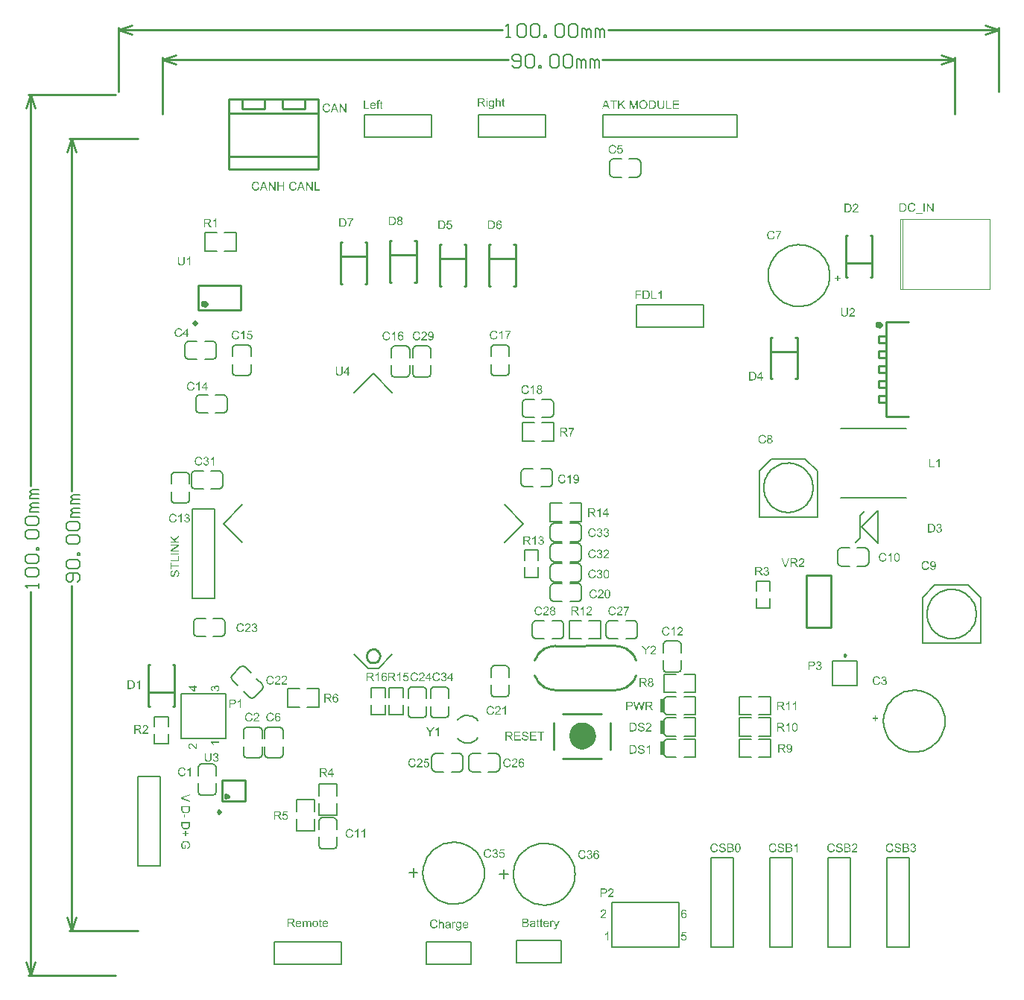
<source format=gto>
G04*
G04 #@! TF.GenerationSoftware,Altium Limited,Altium Designer,18.1.9 (240)*
G04*
G04 Layer_Color=65535*
%FSLAX25Y25*%
%MOIN*%
G70*
G01*
G75*
%ADD10C,0.00787*%
%ADD11C,0.00984*%
%ADD12C,0.06000*%
%ADD13C,0.01575*%
%ADD14C,0.01181*%
%ADD15C,0.01000*%
%ADD16C,0.00800*%
%ADD17C,0.00394*%
%ADD18C,0.00591*%
%ADD19C,0.00600*%
%ADD20R,0.01181X0.06299*%
G36*
X43951Y129509D02*
X43995Y129503D01*
X44045Y129492D01*
X44101Y129481D01*
X44162Y129470D01*
X44295Y129425D01*
X44367Y129392D01*
X44434Y129359D01*
X44506Y129314D01*
X44578Y129264D01*
X44650Y129209D01*
X44717Y129142D01*
X44723Y129137D01*
X44734Y129126D01*
X44750Y129103D01*
X44772Y129076D01*
X44800Y129042D01*
X44828Y128998D01*
X44861Y128948D01*
X44889Y128887D01*
X44922Y128826D01*
X44956Y128754D01*
X44983Y128682D01*
X45011Y128598D01*
X45033Y128510D01*
X45050Y128415D01*
X45061Y128321D01*
X45067Y128216D01*
Y128165D01*
X45061Y128132D01*
X45055Y128088D01*
X45050Y128038D01*
X45039Y127982D01*
X45028Y127921D01*
X44994Y127788D01*
X44939Y127649D01*
X44906Y127577D01*
X44867Y127511D01*
X44817Y127444D01*
X44767Y127377D01*
X44761Y127372D01*
X44750Y127361D01*
X44734Y127344D01*
X44711Y127327D01*
X44684Y127300D01*
X44645Y127272D01*
X44606Y127239D01*
X44556Y127205D01*
X44500Y127172D01*
X44445Y127139D01*
X44312Y127078D01*
X44156Y127028D01*
X44073Y127011D01*
X43984Y127000D01*
X43923Y127472D01*
X43929D01*
X43940Y127477D01*
X43962Y127483D01*
X43990Y127488D01*
X44023Y127494D01*
X44062Y127505D01*
X44145Y127533D01*
X44245Y127572D01*
X44339Y127622D01*
X44428Y127677D01*
X44506Y127744D01*
X44512Y127755D01*
X44534Y127777D01*
X44561Y127821D01*
X44589Y127877D01*
X44623Y127944D01*
X44650Y128027D01*
X44673Y128121D01*
X44678Y128221D01*
Y128254D01*
X44673Y128277D01*
X44667Y128338D01*
X44650Y128415D01*
X44623Y128504D01*
X44584Y128598D01*
X44528Y128693D01*
X44451Y128781D01*
X44439Y128793D01*
X44406Y128820D01*
X44356Y128854D01*
X44290Y128898D01*
X44206Y128943D01*
X44112Y128976D01*
X44001Y129004D01*
X43879Y129015D01*
X43873D01*
X43862D01*
X43846D01*
X43823Y129009D01*
X43762Y129004D01*
X43690Y128987D01*
X43601Y128965D01*
X43513Y128926D01*
X43424Y128870D01*
X43341Y128798D01*
X43329Y128787D01*
X43307Y128759D01*
X43274Y128715D01*
X43235Y128654D01*
X43196Y128576D01*
X43163Y128482D01*
X43141Y128376D01*
X43130Y128260D01*
Y128210D01*
X43135Y128171D01*
X43141Y128121D01*
X43152Y128066D01*
X43163Y127999D01*
X43180Y127927D01*
X42763Y127982D01*
Y128010D01*
X42769Y128032D01*
Y128104D01*
X42758Y128165D01*
X42747Y128238D01*
X42730Y128321D01*
X42702Y128415D01*
X42663Y128504D01*
X42614Y128598D01*
Y128604D01*
X42608Y128610D01*
X42586Y128637D01*
X42547Y128676D01*
X42497Y128720D01*
X42425Y128765D01*
X42342Y128804D01*
X42247Y128832D01*
X42192Y128843D01*
X42131D01*
X42125D01*
X42120D01*
X42086D01*
X42042Y128832D01*
X41981Y128820D01*
X41914Y128798D01*
X41842Y128770D01*
X41770Y128726D01*
X41703Y128665D01*
X41698Y128659D01*
X41675Y128632D01*
X41648Y128593D01*
X41614Y128543D01*
X41587Y128476D01*
X41559Y128399D01*
X41537Y128310D01*
X41531Y128210D01*
Y128165D01*
X41542Y128116D01*
X41553Y128049D01*
X41576Y127977D01*
X41603Y127905D01*
X41648Y127827D01*
X41703Y127755D01*
X41709Y127749D01*
X41737Y127727D01*
X41775Y127694D01*
X41831Y127655D01*
X41903Y127616D01*
X41992Y127577D01*
X42097Y127544D01*
X42219Y127522D01*
X42136Y127050D01*
X42131D01*
X42114Y127056D01*
X42092Y127061D01*
X42059Y127067D01*
X42020Y127078D01*
X41975Y127094D01*
X41870Y127128D01*
X41748Y127183D01*
X41626Y127250D01*
X41509Y127333D01*
X41404Y127438D01*
X41398Y127444D01*
X41392Y127455D01*
X41381Y127472D01*
X41365Y127494D01*
X41342Y127522D01*
X41320Y127560D01*
X41298Y127599D01*
X41270Y127649D01*
X41226Y127760D01*
X41182Y127888D01*
X41154Y128038D01*
X41143Y128116D01*
Y128254D01*
X41148Y128315D01*
X41159Y128387D01*
X41176Y128476D01*
X41204Y128576D01*
X41237Y128676D01*
X41282Y128776D01*
Y128781D01*
X41287Y128787D01*
X41304Y128820D01*
X41337Y128870D01*
X41376Y128926D01*
X41431Y128992D01*
X41492Y129059D01*
X41565Y129126D01*
X41648Y129181D01*
X41659Y129187D01*
X41687Y129203D01*
X41737Y129226D01*
X41798Y129253D01*
X41870Y129281D01*
X41953Y129303D01*
X42047Y129320D01*
X42142Y129325D01*
X42153D01*
X42186D01*
X42230Y129320D01*
X42292Y129309D01*
X42364Y129292D01*
X42441Y129264D01*
X42519Y129231D01*
X42597Y129187D01*
X42608Y129181D01*
X42630Y129165D01*
X42669Y129131D01*
X42713Y129087D01*
X42763Y129031D01*
X42819Y128965D01*
X42869Y128887D01*
X42919Y128793D01*
Y128798D01*
X42924Y128809D01*
X42930Y128826D01*
X42935Y128848D01*
X42958Y128909D01*
X42991Y128987D01*
X43035Y129076D01*
X43091Y129165D01*
X43163Y129248D01*
X43246Y129325D01*
X43257Y129331D01*
X43291Y129353D01*
X43346Y129386D01*
X43418Y129420D01*
X43507Y129453D01*
X43613Y129486D01*
X43735Y129509D01*
X43868Y129514D01*
X43873D01*
X43890D01*
X43918D01*
X43951Y129509D01*
D02*
G37*
G36*
X34079Y129142D02*
X35000D01*
Y128671D01*
X34079D01*
Y127000D01*
X33646D01*
X31159Y128759D01*
Y129142D01*
X33646D01*
Y129664D01*
X34079D01*
Y129142D01*
D02*
G37*
G36*
X35000Y101006D02*
X34995D01*
X34972D01*
X34939D01*
X34894Y101011D01*
X34845Y101017D01*
X34789Y101028D01*
X34734Y101039D01*
X34673Y101061D01*
X34667D01*
X34661Y101067D01*
X34628Y101078D01*
X34578Y101100D01*
X34512Y101133D01*
X34434Y101178D01*
X34345Y101233D01*
X34256Y101294D01*
X34162Y101372D01*
X34156D01*
X34151Y101383D01*
X34117Y101411D01*
X34068Y101461D01*
X33995Y101533D01*
X33912Y101616D01*
X33812Y101722D01*
X33701Y101849D01*
X33585Y101988D01*
X33579Y101993D01*
X33562Y102016D01*
X33535Y102049D01*
X33501Y102088D01*
X33457Y102138D01*
X33407Y102199D01*
X33352Y102260D01*
X33291Y102332D01*
X33157Y102471D01*
X33024Y102610D01*
X32958Y102676D01*
X32891Y102737D01*
X32830Y102793D01*
X32769Y102837D01*
X32763D01*
X32758Y102848D01*
X32741Y102859D01*
X32719Y102870D01*
X32658Y102909D01*
X32586Y102954D01*
X32497Y102992D01*
X32403Y103031D01*
X32297Y103053D01*
X32197Y103065D01*
X32192D01*
X32186D01*
X32153Y103059D01*
X32097Y103053D01*
X32036Y103037D01*
X31959Y103015D01*
X31881Y102976D01*
X31803Y102926D01*
X31725Y102859D01*
X31714Y102848D01*
X31692Y102820D01*
X31664Y102781D01*
X31626Y102720D01*
X31592Y102643D01*
X31559Y102554D01*
X31537Y102449D01*
X31531Y102332D01*
Y102299D01*
X31537Y102277D01*
X31542Y102210D01*
X31559Y102132D01*
X31581Y102049D01*
X31620Y101955D01*
X31670Y101866D01*
X31737Y101783D01*
X31748Y101771D01*
X31776Y101749D01*
X31820Y101716D01*
X31887Y101683D01*
X31964Y101644D01*
X32064Y101611D01*
X32175Y101588D01*
X32303Y101577D01*
X32253Y101094D01*
X32247D01*
X32230Y101100D01*
X32203D01*
X32164Y101105D01*
X32120Y101117D01*
X32070Y101128D01*
X32009Y101144D01*
X31947Y101161D01*
X31814Y101205D01*
X31681Y101272D01*
X31615Y101311D01*
X31548Y101361D01*
X31487Y101411D01*
X31431Y101466D01*
X31426Y101472D01*
X31420Y101483D01*
X31404Y101499D01*
X31387Y101527D01*
X31365Y101561D01*
X31343Y101599D01*
X31315Y101644D01*
X31287Y101699D01*
X31259Y101760D01*
X31231Y101827D01*
X31209Y101899D01*
X31187Y101977D01*
X31170Y102060D01*
X31154Y102149D01*
X31148Y102243D01*
X31143Y102343D01*
Y102399D01*
X31148Y102437D01*
X31154Y102482D01*
X31159Y102537D01*
X31170Y102598D01*
X31182Y102659D01*
X31220Y102804D01*
X31276Y102948D01*
X31309Y103020D01*
X31348Y103092D01*
X31398Y103159D01*
X31454Y103220D01*
X31459Y103226D01*
X31465Y103237D01*
X31487Y103248D01*
X31509Y103270D01*
X31537Y103298D01*
X31576Y103325D01*
X31615Y103353D01*
X31664Y103386D01*
X31770Y103442D01*
X31903Y103498D01*
X31970Y103520D01*
X32047Y103531D01*
X32125Y103542D01*
X32208Y103548D01*
X32219D01*
X32247D01*
X32292Y103542D01*
X32353Y103536D01*
X32419Y103525D01*
X32497Y103503D01*
X32580Y103481D01*
X32664Y103448D01*
X32675Y103442D01*
X32702Y103431D01*
X32747Y103409D01*
X32808Y103375D01*
X32874Y103331D01*
X32958Y103276D01*
X33041Y103209D01*
X33135Y103131D01*
X33146Y103120D01*
X33180Y103092D01*
X33207Y103065D01*
X33235Y103037D01*
X33268Y103004D01*
X33313Y102959D01*
X33357Y102915D01*
X33407Y102859D01*
X33463Y102804D01*
X33524Y102737D01*
X33585Y102665D01*
X33657Y102587D01*
X33729Y102498D01*
X33807Y102410D01*
X33812Y102404D01*
X33823Y102393D01*
X33840Y102371D01*
X33862Y102343D01*
X33895Y102310D01*
X33929Y102271D01*
X34001Y102182D01*
X34084Y102088D01*
X34168Y101999D01*
X34240Y101921D01*
X34267Y101888D01*
X34295Y101860D01*
X34301Y101855D01*
X34317Y101838D01*
X34340Y101816D01*
X34373Y101788D01*
X34412Y101760D01*
X34451Y101727D01*
X34545Y101661D01*
Y103553D01*
X35000D01*
Y101006D01*
D02*
G37*
G36*
X45000Y103944D02*
X41997D01*
X42003Y103938D01*
X42025Y103910D01*
X42059Y103877D01*
X42097Y103821D01*
X42147Y103760D01*
X42203Y103683D01*
X42264Y103594D01*
X42325Y103494D01*
Y103488D01*
X42330Y103483D01*
X42353Y103450D01*
X42380Y103394D01*
X42414Y103328D01*
X42452Y103250D01*
X42491Y103166D01*
X42530Y103083D01*
X42564Y103000D01*
X42108D01*
Y103006D01*
X42097Y103017D01*
X42092Y103039D01*
X42075Y103067D01*
X42059Y103100D01*
X42036Y103139D01*
X41981Y103233D01*
X41920Y103344D01*
X41842Y103455D01*
X41753Y103572D01*
X41659Y103688D01*
X41653Y103694D01*
X41648Y103699D01*
X41631Y103716D01*
X41614Y103738D01*
X41559Y103788D01*
X41492Y103855D01*
X41415Y103921D01*
X41326Y103993D01*
X41237Y104054D01*
X41143Y104110D01*
Y104415D01*
X45000D01*
Y103944D01*
D02*
G37*
G36*
X78098Y354902D02*
X78148Y354896D01*
X78209Y354890D01*
X78270Y354885D01*
X78342Y354868D01*
X78492Y354835D01*
X78659Y354785D01*
X78742Y354752D01*
X78820Y354713D01*
X78897Y354663D01*
X78975Y354613D01*
X78980Y354608D01*
X78992Y354602D01*
X79014Y354585D01*
X79041Y354557D01*
X79069Y354530D01*
X79108Y354491D01*
X79147Y354447D01*
X79191Y354402D01*
X79236Y354347D01*
X79280Y354280D01*
X79330Y354214D01*
X79374Y354141D01*
X79413Y354058D01*
X79458Y353975D01*
X79491Y353886D01*
X79524Y353786D01*
X79025Y353670D01*
Y353675D01*
X79019Y353686D01*
X79008Y353708D01*
X78997Y353736D01*
X78986Y353769D01*
X78969Y353814D01*
X78925Y353903D01*
X78869Y354003D01*
X78803Y354102D01*
X78720Y354197D01*
X78631Y354280D01*
X78620Y354291D01*
X78587Y354313D01*
X78531Y354341D01*
X78459Y354380D01*
X78364Y354413D01*
X78259Y354447D01*
X78131Y354469D01*
X77993Y354474D01*
X77948D01*
X77921Y354469D01*
X77882D01*
X77837Y354463D01*
X77732Y354447D01*
X77615Y354424D01*
X77493Y354385D01*
X77365Y354330D01*
X77249Y354258D01*
X77243D01*
X77238Y354247D01*
X77199Y354219D01*
X77149Y354175D01*
X77088Y354108D01*
X77016Y354025D01*
X76949Y353930D01*
X76888Y353814D01*
X76833Y353686D01*
Y353681D01*
X76827Y353670D01*
X76822Y353653D01*
X76816Y353625D01*
X76805Y353592D01*
X76794Y353553D01*
X76777Y353459D01*
X76755Y353348D01*
X76733Y353226D01*
X76722Y353092D01*
X76716Y352948D01*
Y352942D01*
Y352926D01*
Y352898D01*
Y352865D01*
X76722Y352826D01*
Y352776D01*
X76727Y352720D01*
X76733Y352660D01*
X76749Y352526D01*
X76777Y352382D01*
X76810Y352238D01*
X76855Y352093D01*
Y352088D01*
X76860Y352077D01*
X76872Y352060D01*
X76883Y352032D01*
X76916Y351966D01*
X76966Y351888D01*
X77027Y351799D01*
X77105Y351705D01*
X77193Y351622D01*
X77299Y351544D01*
X77304D01*
X77315Y351538D01*
X77332Y351527D01*
X77354Y351516D01*
X77382Y351505D01*
X77415Y351488D01*
X77493Y351455D01*
X77593Y351422D01*
X77704Y351394D01*
X77826Y351372D01*
X77954Y351366D01*
X77993D01*
X78026Y351372D01*
X78065D01*
X78104Y351377D01*
X78203Y351400D01*
X78320Y351427D01*
X78437Y351472D01*
X78559Y351533D01*
X78620Y351566D01*
X78675Y351610D01*
X78681Y351616D01*
X78686Y351622D01*
X78703Y351638D01*
X78725Y351655D01*
X78747Y351683D01*
X78775Y351716D01*
X78808Y351749D01*
X78836Y351794D01*
X78869Y351844D01*
X78908Y351899D01*
X78942Y351955D01*
X78975Y352021D01*
X79003Y352093D01*
X79030Y352171D01*
X79058Y352254D01*
X79080Y352343D01*
X79591Y352216D01*
Y352210D01*
X79585Y352188D01*
X79574Y352154D01*
X79558Y352110D01*
X79541Y352060D01*
X79519Y351999D01*
X79491Y351932D01*
X79458Y351860D01*
X79380Y351705D01*
X79280Y351549D01*
X79219Y351472D01*
X79158Y351394D01*
X79092Y351327D01*
X79014Y351261D01*
X79008Y351255D01*
X78997Y351244D01*
X78969Y351233D01*
X78942Y351211D01*
X78897Y351183D01*
X78853Y351155D01*
X78792Y351128D01*
X78731Y351100D01*
X78659Y351067D01*
X78581Y351039D01*
X78498Y351011D01*
X78409Y350983D01*
X78315Y350961D01*
X78215Y350950D01*
X78109Y350939D01*
X77998Y350933D01*
X77937D01*
X77893Y350939D01*
X77843D01*
X77782Y350944D01*
X77715Y350956D01*
X77637Y350967D01*
X77476Y350994D01*
X77310Y351039D01*
X77143Y351100D01*
X77066Y351139D01*
X76988Y351183D01*
X76982Y351189D01*
X76971Y351194D01*
X76949Y351211D01*
X76927Y351233D01*
X76894Y351255D01*
X76855Y351289D01*
X76810Y351327D01*
X76766Y351372D01*
X76722Y351422D01*
X76672Y351472D01*
X76572Y351599D01*
X76477Y351749D01*
X76394Y351916D01*
Y351921D01*
X76383Y351938D01*
X76377Y351966D01*
X76361Y351999D01*
X76350Y352043D01*
X76333Y352099D01*
X76311Y352160D01*
X76294Y352226D01*
X76278Y352299D01*
X76255Y352382D01*
X76228Y352554D01*
X76205Y352748D01*
X76194Y352948D01*
Y352954D01*
Y352976D01*
Y353009D01*
X76200Y353048D01*
Y353103D01*
X76205Y353159D01*
X76211Y353231D01*
X76222Y353303D01*
X76250Y353464D01*
X76289Y353642D01*
X76344Y353819D01*
X76422Y353991D01*
X76428Y353997D01*
X76433Y354014D01*
X76444Y354036D01*
X76466Y354064D01*
X76489Y354102D01*
X76516Y354147D01*
X76588Y354247D01*
X76683Y354358D01*
X76794Y354469D01*
X76921Y354580D01*
X77071Y354674D01*
X77077Y354680D01*
X77093Y354685D01*
X77116Y354696D01*
X77143Y354713D01*
X77188Y354730D01*
X77232Y354746D01*
X77288Y354768D01*
X77349Y354791D01*
X77415Y354813D01*
X77487Y354835D01*
X77643Y354868D01*
X77821Y354896D01*
X78004Y354907D01*
X78059D01*
X78098Y354902D01*
D02*
G37*
G36*
X61404D02*
X61454Y354896D01*
X61515Y354890D01*
X61576Y354885D01*
X61648Y354868D01*
X61798Y354835D01*
X61964Y354785D01*
X62047Y354752D01*
X62125Y354713D01*
X62203Y354663D01*
X62281Y354613D01*
X62286Y354608D01*
X62297Y354602D01*
X62319Y354585D01*
X62347Y354557D01*
X62375Y354530D01*
X62414Y354491D01*
X62453Y354447D01*
X62497Y354402D01*
X62541Y354347D01*
X62586Y354280D01*
X62636Y354214D01*
X62680Y354141D01*
X62719Y354058D01*
X62763Y353975D01*
X62797Y353886D01*
X62830Y353786D01*
X62331Y353670D01*
Y353675D01*
X62325Y353686D01*
X62314Y353708D01*
X62303Y353736D01*
X62292Y353769D01*
X62275Y353814D01*
X62231Y353903D01*
X62175Y354003D01*
X62108Y354102D01*
X62025Y354197D01*
X61936Y354280D01*
X61925Y354291D01*
X61892Y354313D01*
X61836Y354341D01*
X61764Y354380D01*
X61670Y354413D01*
X61565Y354447D01*
X61437Y354469D01*
X61298Y354474D01*
X61254D01*
X61226Y354469D01*
X61187D01*
X61143Y354463D01*
X61037Y354447D01*
X60921Y354424D01*
X60799Y354385D01*
X60671Y354330D01*
X60554Y354258D01*
X60549D01*
X60543Y354247D01*
X60505Y354219D01*
X60455Y354175D01*
X60394Y354108D01*
X60321Y354025D01*
X60255Y353930D01*
X60194Y353814D01*
X60138Y353686D01*
Y353681D01*
X60133Y353670D01*
X60127Y353653D01*
X60122Y353625D01*
X60110Y353592D01*
X60099Y353553D01*
X60083Y353459D01*
X60061Y353348D01*
X60038Y353226D01*
X60027Y353092D01*
X60022Y352948D01*
Y352942D01*
Y352926D01*
Y352898D01*
Y352865D01*
X60027Y352826D01*
Y352776D01*
X60033Y352720D01*
X60038Y352660D01*
X60055Y352526D01*
X60083Y352382D01*
X60116Y352238D01*
X60160Y352093D01*
Y352088D01*
X60166Y352077D01*
X60177Y352060D01*
X60188Y352032D01*
X60221Y351966D01*
X60272Y351888D01*
X60333Y351799D01*
X60410Y351705D01*
X60499Y351622D01*
X60604Y351544D01*
X60610D01*
X60621Y351538D01*
X60638Y351527D01*
X60660Y351516D01*
X60688Y351505D01*
X60721Y351488D01*
X60799Y351455D01*
X60899Y351422D01*
X61010Y351394D01*
X61132Y351372D01*
X61259Y351366D01*
X61298D01*
X61331Y351372D01*
X61370D01*
X61409Y351377D01*
X61509Y351400D01*
X61626Y351427D01*
X61742Y351472D01*
X61864Y351533D01*
X61925Y351566D01*
X61981Y351610D01*
X61986Y351616D01*
X61992Y351622D01*
X62009Y351638D01*
X62031Y351655D01*
X62053Y351683D01*
X62081Y351716D01*
X62114Y351749D01*
X62142Y351794D01*
X62175Y351844D01*
X62214Y351899D01*
X62247Y351955D01*
X62281Y352021D01*
X62308Y352093D01*
X62336Y352171D01*
X62364Y352254D01*
X62386Y352343D01*
X62897Y352216D01*
Y352210D01*
X62891Y352188D01*
X62880Y352154D01*
X62863Y352110D01*
X62847Y352060D01*
X62824Y351999D01*
X62797Y351932D01*
X62763Y351860D01*
X62686Y351705D01*
X62586Y351549D01*
X62525Y351472D01*
X62464Y351394D01*
X62397Y351327D01*
X62319Y351261D01*
X62314Y351255D01*
X62303Y351244D01*
X62275Y351233D01*
X62247Y351211D01*
X62203Y351183D01*
X62159Y351155D01*
X62097Y351128D01*
X62036Y351100D01*
X61964Y351067D01*
X61887Y351039D01*
X61803Y351011D01*
X61714Y350983D01*
X61620Y350961D01*
X61520Y350950D01*
X61415Y350939D01*
X61304Y350933D01*
X61243D01*
X61198Y350939D01*
X61148D01*
X61087Y350944D01*
X61021Y350956D01*
X60943Y350967D01*
X60782Y350994D01*
X60615Y351039D01*
X60449Y351100D01*
X60371Y351139D01*
X60294Y351183D01*
X60288Y351189D01*
X60277Y351194D01*
X60255Y351211D01*
X60233Y351233D01*
X60199Y351255D01*
X60160Y351289D01*
X60116Y351327D01*
X60072Y351372D01*
X60027Y351422D01*
X59977Y351472D01*
X59877Y351599D01*
X59783Y351749D01*
X59700Y351916D01*
Y351921D01*
X59689Y351938D01*
X59683Y351966D01*
X59667Y351999D01*
X59655Y352043D01*
X59639Y352099D01*
X59617Y352160D01*
X59600Y352226D01*
X59583Y352299D01*
X59561Y352382D01*
X59533Y352554D01*
X59511Y352748D01*
X59500Y352948D01*
Y352954D01*
Y352976D01*
Y353009D01*
X59506Y353048D01*
Y353103D01*
X59511Y353159D01*
X59517Y353231D01*
X59528Y353303D01*
X59556Y353464D01*
X59594Y353642D01*
X59650Y353819D01*
X59728Y353991D01*
X59733Y353997D01*
X59739Y354014D01*
X59750Y354036D01*
X59772Y354064D01*
X59794Y354102D01*
X59822Y354147D01*
X59894Y354247D01*
X59988Y354358D01*
X60099Y354469D01*
X60227Y354580D01*
X60377Y354674D01*
X60382Y354680D01*
X60399Y354685D01*
X60421Y354696D01*
X60449Y354713D01*
X60493Y354730D01*
X60538Y354746D01*
X60593Y354768D01*
X60654Y354791D01*
X60721Y354813D01*
X60793Y354835D01*
X60949Y354868D01*
X61126Y354896D01*
X61309Y354907D01*
X61365D01*
X61404Y354902D01*
D02*
G37*
G36*
X74002Y351000D02*
X73492D01*
Y352809D01*
X71505D01*
Y351000D01*
X70994D01*
Y354841D01*
X71505D01*
Y353264D01*
X73492D01*
Y354841D01*
X74002D01*
Y351000D01*
D02*
G37*
G36*
X86817D02*
X86290D01*
X84281Y354014D01*
Y351000D01*
X83792D01*
Y354841D01*
X84314D01*
X86329Y351821D01*
Y354841D01*
X86817D01*
Y351000D01*
D02*
G37*
G36*
X70123D02*
X69595D01*
X67586Y354014D01*
Y351000D01*
X67098D01*
Y354841D01*
X67620D01*
X69634Y351821D01*
Y354841D01*
X70123D01*
Y351000D01*
D02*
G37*
G36*
X88160Y351455D02*
X90053D01*
Y351000D01*
X87650D01*
Y354841D01*
X88160D01*
Y351455D01*
D02*
G37*
G36*
X83387Y351000D02*
X82810D01*
X82361Y352166D01*
X80751D01*
X80335Y351000D01*
X79796D01*
X81261Y354841D01*
X81817D01*
X83387Y351000D01*
D02*
G37*
G36*
X66693D02*
X66116D01*
X65666Y352166D01*
X64057D01*
X63640Y351000D01*
X63102D01*
X64567Y354841D01*
X65122D01*
X66693Y351000D01*
D02*
G37*
G36*
X338657Y115024D02*
X339700D01*
Y114585D01*
X338657D01*
Y113542D01*
X338213D01*
Y114585D01*
X337169D01*
Y115024D01*
X338213D01*
Y116078D01*
X338657D01*
Y115024D01*
D02*
G37*
G36*
X321787Y311915D02*
X322831D01*
Y311476D01*
X321787D01*
Y310422D01*
X321343D01*
Y311476D01*
X320300D01*
Y311915D01*
X321343D01*
Y312958D01*
X321787D01*
Y311915D01*
D02*
G37*
G36*
X252960Y29352D02*
X252998D01*
X253043Y29346D01*
X253148Y29324D01*
X253265Y29296D01*
X253387Y29252D01*
X253509Y29185D01*
X253570Y29146D01*
X253626Y29102D01*
X253631Y29096D01*
X253637Y29091D01*
X253653Y29074D01*
X253670Y29057D01*
X253698Y29030D01*
X253720Y28997D01*
X253781Y28919D01*
X253842Y28819D01*
X253898Y28697D01*
X253948Y28558D01*
X253981Y28403D01*
X253509Y28364D01*
Y28369D01*
X253503Y28375D01*
X253498Y28408D01*
X253481Y28458D01*
X253459Y28519D01*
X253437Y28586D01*
X253404Y28652D01*
X253365Y28714D01*
X253326Y28763D01*
X253315Y28774D01*
X253293Y28797D01*
X253254Y28830D01*
X253198Y28869D01*
X253126Y28902D01*
X253048Y28935D01*
X252954Y28958D01*
X252854Y28969D01*
X252815D01*
X252771Y28963D01*
X252721Y28952D01*
X252654Y28935D01*
X252588Y28913D01*
X252521Y28885D01*
X252455Y28841D01*
X252444Y28836D01*
X252416Y28813D01*
X252377Y28774D01*
X252327Y28719D01*
X252272Y28652D01*
X252210Y28575D01*
X252155Y28475D01*
X252099Y28364D01*
Y28358D01*
X252094Y28347D01*
X252088Y28330D01*
X252077Y28308D01*
X252072Y28275D01*
X252061Y28236D01*
X252049Y28192D01*
X252038Y28136D01*
X252022Y28075D01*
X252011Y28009D01*
X251999Y27937D01*
X251994Y27859D01*
X251983Y27770D01*
X251977Y27681D01*
X251972Y27581D01*
Y27481D01*
X251977Y27487D01*
X251999Y27520D01*
X252038Y27565D01*
X252088Y27620D01*
X252144Y27687D01*
X252216Y27748D01*
X252294Y27809D01*
X252382Y27864D01*
X252388D01*
X252394Y27870D01*
X252427Y27887D01*
X252477Y27903D01*
X252543Y27931D01*
X252621Y27953D01*
X252710Y27970D01*
X252804Y27986D01*
X252904Y27992D01*
X252948D01*
X252982Y27986D01*
X253026Y27981D01*
X253071Y27975D01*
X253126Y27964D01*
X253182Y27948D01*
X253309Y27909D01*
X253376Y27881D01*
X253443Y27842D01*
X253509Y27803D01*
X253581Y27759D01*
X253648Y27703D01*
X253709Y27642D01*
X253714Y27637D01*
X253726Y27626D01*
X253742Y27609D01*
X253759Y27581D01*
X253787Y27542D01*
X253814Y27504D01*
X253842Y27454D01*
X253875Y27398D01*
X253909Y27337D01*
X253937Y27270D01*
X253964Y27193D01*
X253992Y27115D01*
X254009Y27032D01*
X254025Y26937D01*
X254036Y26843D01*
X254042Y26743D01*
Y26738D01*
Y26726D01*
Y26710D01*
Y26682D01*
X254036Y26649D01*
Y26616D01*
X254020Y26527D01*
X254003Y26421D01*
X253975Y26310D01*
X253937Y26188D01*
X253881Y26072D01*
Y26066D01*
X253875Y26061D01*
X253864Y26044D01*
X253853Y26022D01*
X253820Y25966D01*
X253770Y25894D01*
X253709Y25816D01*
X253637Y25739D01*
X253548Y25661D01*
X253454Y25594D01*
X253448D01*
X253443Y25589D01*
X253426Y25578D01*
X253404Y25572D01*
X253348Y25544D01*
X253276Y25517D01*
X253182Y25483D01*
X253076Y25461D01*
X252960Y25439D01*
X252832Y25433D01*
X252804D01*
X252777Y25439D01*
X252732D01*
X252682Y25444D01*
X252627Y25456D01*
X252560Y25472D01*
X252493Y25489D01*
X252416Y25511D01*
X252338Y25539D01*
X252260Y25572D01*
X252177Y25617D01*
X252099Y25666D01*
X252022Y25722D01*
X251944Y25789D01*
X251872Y25866D01*
X251866Y25872D01*
X251855Y25888D01*
X251838Y25911D01*
X251816Y25949D01*
X251783Y26000D01*
X251755Y26055D01*
X251722Y26127D01*
X251689Y26205D01*
X251650Y26299D01*
X251617Y26405D01*
X251589Y26521D01*
X251561Y26649D01*
X251533Y26793D01*
X251517Y26949D01*
X251505Y27115D01*
X251500Y27293D01*
Y27298D01*
Y27304D01*
Y27320D01*
Y27343D01*
X251505Y27398D01*
Y27476D01*
X251511Y27565D01*
X251522Y27670D01*
X251533Y27787D01*
X251550Y27914D01*
X251572Y28042D01*
X251600Y28181D01*
X251633Y28314D01*
X251672Y28447D01*
X251722Y28575D01*
X251778Y28697D01*
X251838Y28813D01*
X251911Y28913D01*
X251916Y28919D01*
X251927Y28930D01*
X251950Y28952D01*
X251977Y28985D01*
X252011Y29019D01*
X252055Y29052D01*
X252111Y29096D01*
X252166Y29135D01*
X252233Y29174D01*
X252305Y29219D01*
X252388Y29252D01*
X252471Y29291D01*
X252566Y29318D01*
X252665Y29341D01*
X252771Y29352D01*
X252882Y29357D01*
X252926D01*
X252960Y29352D01*
D02*
G37*
G36*
X253864Y18841D02*
X252327D01*
X252122Y17803D01*
X252127Y17809D01*
X252138Y17814D01*
X252155Y17826D01*
X252183Y17842D01*
X252216Y17859D01*
X252255Y17881D01*
X252344Y17925D01*
X252455Y17970D01*
X252577Y18009D01*
X252710Y18036D01*
X252777Y18047D01*
X252899D01*
X252932Y18042D01*
X252976Y18036D01*
X253026Y18031D01*
X253082Y18020D01*
X253143Y18003D01*
X253276Y17964D01*
X253348Y17936D01*
X253420Y17898D01*
X253492Y17859D01*
X253565Y17814D01*
X253631Y17759D01*
X253698Y17698D01*
X253703Y17692D01*
X253714Y17681D01*
X253731Y17664D01*
X253753Y17637D01*
X253781Y17598D01*
X253809Y17559D01*
X253842Y17509D01*
X253875Y17454D01*
X253903Y17393D01*
X253937Y17326D01*
X253964Y17248D01*
X253992Y17171D01*
X254014Y17087D01*
X254031Y16993D01*
X254042Y16899D01*
X254047Y16799D01*
Y16793D01*
Y16777D01*
Y16749D01*
X254042Y16710D01*
X254036Y16666D01*
X254031Y16616D01*
X254020Y16555D01*
X254009Y16493D01*
X253975Y16349D01*
X253920Y16199D01*
X253887Y16122D01*
X253842Y16049D01*
X253798Y15972D01*
X253742Y15900D01*
X253737Y15894D01*
X253726Y15877D01*
X253703Y15855D01*
X253676Y15827D01*
X253637Y15794D01*
X253592Y15750D01*
X253537Y15711D01*
X253476Y15666D01*
X253409Y15622D01*
X253331Y15583D01*
X253248Y15544D01*
X253159Y15506D01*
X253065Y15478D01*
X252960Y15456D01*
X252849Y15439D01*
X252732Y15433D01*
X252682D01*
X252643Y15439D01*
X252599Y15445D01*
X252549Y15450D01*
X252488Y15456D01*
X252427Y15472D01*
X252288Y15506D01*
X252149Y15555D01*
X252077Y15589D01*
X252005Y15628D01*
X251939Y15672D01*
X251872Y15722D01*
X251866Y15728D01*
X251855Y15733D01*
X251844Y15755D01*
X251822Y15777D01*
X251794Y15805D01*
X251766Y15839D01*
X251733Y15883D01*
X251705Y15933D01*
X251672Y15983D01*
X251639Y16044D01*
X251578Y16177D01*
X251528Y16332D01*
X251511Y16416D01*
X251500Y16505D01*
X251994Y16543D01*
Y16538D01*
Y16527D01*
X251999Y16510D01*
X252005Y16482D01*
X252022Y16421D01*
X252044Y16338D01*
X252077Y16255D01*
X252122Y16161D01*
X252177Y16077D01*
X252244Y16000D01*
X252255Y15994D01*
X252277Y15972D01*
X252321Y15944D01*
X252382Y15911D01*
X252449Y15877D01*
X252532Y15850D01*
X252627Y15827D01*
X252732Y15822D01*
X252765D01*
X252788Y15827D01*
X252854Y15833D01*
X252932Y15855D01*
X253026Y15883D01*
X253121Y15927D01*
X253221Y15994D01*
X253265Y16033D01*
X253309Y16077D01*
X253315Y16083D01*
X253320Y16088D01*
X253331Y16105D01*
X253348Y16122D01*
X253387Y16183D01*
X253431Y16260D01*
X253470Y16355D01*
X253509Y16471D01*
X253537Y16610D01*
X253548Y16682D01*
Y16760D01*
Y16765D01*
Y16777D01*
Y16799D01*
X253542Y16826D01*
Y16860D01*
X253537Y16899D01*
X253520Y16987D01*
X253492Y17093D01*
X253454Y17198D01*
X253398Y17298D01*
X253320Y17393D01*
Y17398D01*
X253309Y17404D01*
X253282Y17431D01*
X253232Y17470D01*
X253165Y17515D01*
X253076Y17553D01*
X252976Y17592D01*
X252860Y17620D01*
X252793Y17631D01*
X252688D01*
X252643Y17626D01*
X252588Y17620D01*
X252521Y17604D01*
X252455Y17587D01*
X252382Y17559D01*
X252310Y17526D01*
X252305Y17520D01*
X252283Y17509D01*
X252249Y17481D01*
X252205Y17454D01*
X252161Y17415D01*
X252116Y17365D01*
X252066Y17315D01*
X252027Y17254D01*
X251583Y17315D01*
X251955Y19291D01*
X253864D01*
Y18841D01*
D02*
G37*
G36*
X216937Y29352D02*
X216982Y29346D01*
X217037Y29341D01*
X217098Y29329D01*
X217160Y29318D01*
X217304Y29280D01*
X217448Y29224D01*
X217520Y29191D01*
X217592Y29152D01*
X217659Y29102D01*
X217720Y29046D01*
X217726Y29041D01*
X217737Y29035D01*
X217748Y29013D01*
X217770Y28991D01*
X217798Y28963D01*
X217826Y28924D01*
X217853Y28885D01*
X217886Y28836D01*
X217942Y28730D01*
X217998Y28597D01*
X218020Y28530D01*
X218031Y28453D01*
X218042Y28375D01*
X218047Y28292D01*
Y28280D01*
Y28253D01*
X218042Y28208D01*
X218036Y28147D01*
X218025Y28081D01*
X218003Y28003D01*
X217981Y27920D01*
X217948Y27836D01*
X217942Y27825D01*
X217931Y27798D01*
X217909Y27753D01*
X217875Y27692D01*
X217831Y27626D01*
X217776Y27542D01*
X217709Y27459D01*
X217631Y27365D01*
X217620Y27354D01*
X217592Y27320D01*
X217565Y27293D01*
X217537Y27265D01*
X217503Y27232D01*
X217459Y27187D01*
X217415Y27143D01*
X217359Y27093D01*
X217304Y27037D01*
X217237Y26976D01*
X217165Y26915D01*
X217087Y26843D01*
X216999Y26771D01*
X216910Y26693D01*
X216904Y26688D01*
X216893Y26677D01*
X216871Y26660D01*
X216843Y26638D01*
X216810Y26605D01*
X216771Y26571D01*
X216682Y26499D01*
X216588Y26416D01*
X216499Y26333D01*
X216421Y26260D01*
X216388Y26233D01*
X216360Y26205D01*
X216355Y26199D01*
X216338Y26183D01*
X216316Y26160D01*
X216288Y26127D01*
X216260Y26088D01*
X216227Y26050D01*
X216160Y25955D01*
X218053D01*
Y25500D01*
X215506D01*
Y25506D01*
Y25528D01*
Y25561D01*
X215511Y25605D01*
X215517Y25655D01*
X215528Y25711D01*
X215539Y25766D01*
X215561Y25827D01*
Y25833D01*
X215567Y25839D01*
X215578Y25872D01*
X215600Y25922D01*
X215633Y25988D01*
X215678Y26066D01*
X215733Y26155D01*
X215794Y26244D01*
X215872Y26338D01*
Y26344D01*
X215883Y26349D01*
X215911Y26382D01*
X215961Y26432D01*
X216033Y26505D01*
X216116Y26588D01*
X216221Y26688D01*
X216349Y26799D01*
X216488Y26915D01*
X216493Y26921D01*
X216516Y26937D01*
X216549Y26965D01*
X216588Y26998D01*
X216638Y27043D01*
X216699Y27093D01*
X216760Y27148D01*
X216832Y27209D01*
X216971Y27343D01*
X217109Y27476D01*
X217176Y27542D01*
X217237Y27609D01*
X217293Y27670D01*
X217337Y27731D01*
Y27737D01*
X217348Y27742D01*
X217359Y27759D01*
X217370Y27781D01*
X217409Y27842D01*
X217454Y27914D01*
X217493Y28003D01*
X217531Y28097D01*
X217553Y28203D01*
X217565Y28303D01*
Y28308D01*
Y28314D01*
X217559Y28347D01*
X217553Y28403D01*
X217537Y28464D01*
X217515Y28541D01*
X217476Y28619D01*
X217426Y28697D01*
X217359Y28774D01*
X217348Y28786D01*
X217320Y28808D01*
X217282Y28836D01*
X217220Y28874D01*
X217143Y28908D01*
X217054Y28941D01*
X216949Y28963D01*
X216832Y28969D01*
X216799D01*
X216776Y28963D01*
X216710Y28958D01*
X216632Y28941D01*
X216549Y28919D01*
X216455Y28880D01*
X216366Y28830D01*
X216283Y28763D01*
X216271Y28752D01*
X216249Y28725D01*
X216216Y28680D01*
X216183Y28613D01*
X216144Y28536D01*
X216110Y28436D01*
X216088Y28325D01*
X216077Y28197D01*
X215594Y28247D01*
Y28253D01*
X215600Y28269D01*
Y28297D01*
X215605Y28336D01*
X215617Y28381D01*
X215628Y28430D01*
X215644Y28491D01*
X215661Y28552D01*
X215705Y28686D01*
X215772Y28819D01*
X215811Y28885D01*
X215861Y28952D01*
X215911Y29013D01*
X215966Y29069D01*
X215972Y29074D01*
X215983Y29080D01*
X216000Y29096D01*
X216027Y29113D01*
X216061Y29135D01*
X216099Y29158D01*
X216144Y29185D01*
X216199Y29213D01*
X216260Y29241D01*
X216327Y29269D01*
X216399Y29291D01*
X216477Y29313D01*
X216560Y29329D01*
X216649Y29346D01*
X216743Y29352D01*
X216843Y29357D01*
X216899D01*
X216937Y29352D01*
D02*
G37*
G36*
X218915Y15500D02*
X218443D01*
Y18503D01*
X218438Y18497D01*
X218410Y18475D01*
X218377Y18441D01*
X218321Y18403D01*
X218260Y18353D01*
X218183Y18297D01*
X218094Y18236D01*
X217994Y18175D01*
X217988D01*
X217983Y18170D01*
X217950Y18147D01*
X217894Y18120D01*
X217828Y18086D01*
X217750Y18047D01*
X217667Y18009D01*
X217583Y17970D01*
X217500Y17936D01*
Y18392D01*
X217506D01*
X217517Y18403D01*
X217539Y18408D01*
X217567Y18425D01*
X217600Y18441D01*
X217639Y18464D01*
X217733Y18519D01*
X217844Y18580D01*
X217955Y18658D01*
X218072Y18747D01*
X218188Y18841D01*
X218194Y18847D01*
X218199Y18852D01*
X218216Y18869D01*
X218238Y18886D01*
X218288Y18941D01*
X218355Y19008D01*
X218421Y19085D01*
X218494Y19174D01*
X218554Y19263D01*
X218610Y19357D01*
X218915D01*
Y15500D01*
D02*
G37*
G36*
X54662Y119500D02*
X54190D01*
Y122503D01*
X54184Y122497D01*
X54156Y122475D01*
X54123Y122441D01*
X54068Y122403D01*
X54007Y122353D01*
X53929Y122297D01*
X53840Y122236D01*
X53740Y122175D01*
X53735D01*
X53729Y122170D01*
X53696Y122147D01*
X53640Y122120D01*
X53574Y122086D01*
X53496Y122047D01*
X53413Y122009D01*
X53329Y121970D01*
X53246Y121936D01*
Y122392D01*
X53252D01*
X53263Y122403D01*
X53285Y122408D01*
X53313Y122425D01*
X53346Y122441D01*
X53385Y122464D01*
X53479Y122519D01*
X53590Y122580D01*
X53701Y122658D01*
X53818Y122747D01*
X53935Y122841D01*
X53940Y122847D01*
X53946Y122852D01*
X53962Y122869D01*
X53984Y122886D01*
X54034Y122941D01*
X54101Y123008D01*
X54168Y123085D01*
X54240Y123174D01*
X54301Y123263D01*
X54356Y123357D01*
X54662D01*
Y119500D01*
D02*
G37*
G36*
X51159Y123335D02*
X51254Y123329D01*
X51354Y123324D01*
X51448Y123313D01*
X51531Y123302D01*
X51542D01*
X51581Y123291D01*
X51631Y123280D01*
X51698Y123263D01*
X51770Y123235D01*
X51848Y123202D01*
X51931Y123163D01*
X52003Y123119D01*
X52014Y123113D01*
X52036Y123096D01*
X52070Y123063D01*
X52114Y123024D01*
X52164Y122974D01*
X52214Y122908D01*
X52269Y122836D01*
X52314Y122752D01*
X52319Y122741D01*
X52330Y122713D01*
X52353Y122663D01*
X52375Y122597D01*
X52391Y122519D01*
X52414Y122430D01*
X52425Y122330D01*
X52430Y122225D01*
Y122220D01*
Y122203D01*
Y122181D01*
X52425Y122142D01*
X52419Y122103D01*
X52414Y122053D01*
X52403Y121997D01*
X52391Y121936D01*
X52353Y121809D01*
X52330Y121742D01*
X52297Y121670D01*
X52258Y121598D01*
X52219Y121531D01*
X52170Y121465D01*
X52114Y121398D01*
X52109Y121393D01*
X52097Y121381D01*
X52081Y121365D01*
X52053Y121348D01*
X52020Y121320D01*
X51975Y121293D01*
X51920Y121259D01*
X51859Y121232D01*
X51787Y121198D01*
X51703Y121165D01*
X51614Y121137D01*
X51509Y121115D01*
X51398Y121093D01*
X51276Y121076D01*
X51137Y121065D01*
X50993Y121060D01*
X50011D01*
Y119500D01*
X49500D01*
Y123341D01*
X51076D01*
X51159Y123335D01*
D02*
G37*
G36*
X213753Y55852D02*
X213792D01*
X213836Y55846D01*
X213942Y55824D01*
X214058Y55796D01*
X214180Y55752D01*
X214302Y55685D01*
X214363Y55646D01*
X214419Y55602D01*
X214424Y55596D01*
X214430Y55591D01*
X214447Y55574D01*
X214463Y55558D01*
X214491Y55530D01*
X214513Y55497D01*
X214574Y55419D01*
X214635Y55319D01*
X214691Y55197D01*
X214741Y55058D01*
X214774Y54903D01*
X214302Y54864D01*
Y54869D01*
X214297Y54875D01*
X214291Y54908D01*
X214275Y54958D01*
X214252Y55019D01*
X214230Y55086D01*
X214197Y55152D01*
X214158Y55213D01*
X214119Y55263D01*
X214108Y55274D01*
X214086Y55297D01*
X214047Y55330D01*
X213991Y55369D01*
X213919Y55402D01*
X213842Y55436D01*
X213747Y55458D01*
X213647Y55469D01*
X213609D01*
X213564Y55463D01*
X213514Y55452D01*
X213448Y55436D01*
X213381Y55413D01*
X213314Y55386D01*
X213248Y55341D01*
X213237Y55336D01*
X213209Y55313D01*
X213170Y55274D01*
X213120Y55219D01*
X213065Y55152D01*
X213004Y55075D01*
X212948Y54975D01*
X212893Y54864D01*
Y54858D01*
X212887Y54847D01*
X212881Y54830D01*
X212870Y54808D01*
X212865Y54775D01*
X212854Y54736D01*
X212843Y54692D01*
X212832Y54636D01*
X212815Y54575D01*
X212804Y54509D01*
X212793Y54436D01*
X212787Y54359D01*
X212776Y54270D01*
X212771Y54181D01*
X212765Y54081D01*
Y53981D01*
X212771Y53987D01*
X212793Y54020D01*
X212832Y54065D01*
X212881Y54120D01*
X212937Y54187D01*
X213009Y54248D01*
X213087Y54309D01*
X213176Y54364D01*
X213181D01*
X213187Y54370D01*
X213220Y54387D01*
X213270Y54403D01*
X213337Y54431D01*
X213414Y54453D01*
X213503Y54470D01*
X213597Y54486D01*
X213697Y54492D01*
X213742D01*
X213775Y54486D01*
X213820Y54481D01*
X213864Y54475D01*
X213919Y54464D01*
X213975Y54448D01*
X214103Y54409D01*
X214169Y54381D01*
X214236Y54342D01*
X214302Y54303D01*
X214374Y54259D01*
X214441Y54203D01*
X214502Y54142D01*
X214508Y54137D01*
X214519Y54126D01*
X214535Y54109D01*
X214552Y54081D01*
X214580Y54042D01*
X214608Y54004D01*
X214635Y53954D01*
X214669Y53898D01*
X214702Y53837D01*
X214730Y53771D01*
X214757Y53693D01*
X214785Y53615D01*
X214802Y53532D01*
X214818Y53438D01*
X214830Y53343D01*
X214835Y53243D01*
Y53238D01*
Y53227D01*
Y53210D01*
Y53182D01*
X214830Y53149D01*
Y53115D01*
X214813Y53027D01*
X214796Y52921D01*
X214769Y52810D01*
X214730Y52688D01*
X214674Y52572D01*
Y52566D01*
X214669Y52561D01*
X214657Y52544D01*
X214646Y52522D01*
X214613Y52466D01*
X214563Y52394D01*
X214502Y52316D01*
X214430Y52239D01*
X214341Y52161D01*
X214247Y52094D01*
X214241D01*
X214236Y52089D01*
X214219Y52078D01*
X214197Y52072D01*
X214141Y52044D01*
X214069Y52017D01*
X213975Y51983D01*
X213869Y51961D01*
X213753Y51939D01*
X213625Y51933D01*
X213597D01*
X213570Y51939D01*
X213525D01*
X213475Y51945D01*
X213420Y51956D01*
X213353Y51972D01*
X213287Y51989D01*
X213209Y52011D01*
X213131Y52039D01*
X213053Y52072D01*
X212970Y52117D01*
X212893Y52166D01*
X212815Y52222D01*
X212737Y52289D01*
X212665Y52366D01*
X212660Y52372D01*
X212648Y52389D01*
X212632Y52411D01*
X212610Y52450D01*
X212576Y52500D01*
X212548Y52555D01*
X212515Y52627D01*
X212482Y52705D01*
X212443Y52799D01*
X212410Y52905D01*
X212382Y53021D01*
X212354Y53149D01*
X212327Y53293D01*
X212310Y53449D01*
X212299Y53615D01*
X212293Y53793D01*
Y53798D01*
Y53804D01*
Y53820D01*
Y53843D01*
X212299Y53898D01*
Y53976D01*
X212304Y54065D01*
X212315Y54170D01*
X212327Y54287D01*
X212343Y54414D01*
X212365Y54542D01*
X212393Y54681D01*
X212426Y54814D01*
X212465Y54947D01*
X212515Y55075D01*
X212571Y55197D01*
X212632Y55313D01*
X212704Y55413D01*
X212709Y55419D01*
X212721Y55430D01*
X212743Y55452D01*
X212771Y55485D01*
X212804Y55519D01*
X212848Y55552D01*
X212904Y55596D01*
X212959Y55635D01*
X213026Y55674D01*
X213098Y55718D01*
X213181Y55752D01*
X213264Y55791D01*
X213359Y55818D01*
X213459Y55841D01*
X213564Y55852D01*
X213675Y55857D01*
X213720D01*
X213753Y55852D01*
D02*
G37*
G36*
X207404Y55902D02*
X207454Y55896D01*
X207515Y55891D01*
X207576Y55885D01*
X207648Y55868D01*
X207798Y55835D01*
X207964Y55785D01*
X208047Y55752D01*
X208125Y55713D01*
X208203Y55663D01*
X208280Y55613D01*
X208286Y55607D01*
X208297Y55602D01*
X208319Y55585D01*
X208347Y55558D01*
X208375Y55530D01*
X208414Y55491D01*
X208453Y55447D01*
X208497Y55402D01*
X208541Y55347D01*
X208586Y55280D01*
X208636Y55213D01*
X208680Y55141D01*
X208719Y55058D01*
X208763Y54975D01*
X208797Y54886D01*
X208830Y54786D01*
X208330Y54670D01*
Y54675D01*
X208325Y54686D01*
X208314Y54708D01*
X208303Y54736D01*
X208292Y54769D01*
X208275Y54814D01*
X208231Y54903D01*
X208175Y55002D01*
X208108Y55102D01*
X208025Y55197D01*
X207937Y55280D01*
X207925Y55291D01*
X207892Y55313D01*
X207837Y55341D01*
X207764Y55380D01*
X207670Y55413D01*
X207565Y55447D01*
X207437Y55469D01*
X207298Y55474D01*
X207254D01*
X207226Y55469D01*
X207187D01*
X207143Y55463D01*
X207037Y55447D01*
X206921Y55424D01*
X206799Y55386D01*
X206671Y55330D01*
X206555Y55258D01*
X206549D01*
X206543Y55247D01*
X206505Y55219D01*
X206455Y55175D01*
X206394Y55108D01*
X206321Y55025D01*
X206255Y54930D01*
X206194Y54814D01*
X206138Y54686D01*
Y54681D01*
X206133Y54670D01*
X206127Y54653D01*
X206122Y54625D01*
X206111Y54592D01*
X206099Y54553D01*
X206083Y54459D01*
X206061Y54348D01*
X206038Y54225D01*
X206027Y54092D01*
X206022Y53948D01*
Y53943D01*
Y53926D01*
Y53898D01*
Y53865D01*
X206027Y53826D01*
Y53776D01*
X206033Y53720D01*
X206038Y53659D01*
X206055Y53526D01*
X206083Y53382D01*
X206116Y53238D01*
X206160Y53093D01*
Y53088D01*
X206166Y53077D01*
X206177Y53060D01*
X206188Y53032D01*
X206222Y52966D01*
X206272Y52888D01*
X206332Y52799D01*
X206410Y52705D01*
X206499Y52622D01*
X206604Y52544D01*
X206610D01*
X206621Y52538D01*
X206638Y52527D01*
X206660Y52516D01*
X206688Y52505D01*
X206721Y52488D01*
X206799Y52455D01*
X206899Y52422D01*
X207010Y52394D01*
X207132Y52372D01*
X207259Y52366D01*
X207298D01*
X207331Y52372D01*
X207370D01*
X207409Y52377D01*
X207509Y52400D01*
X207626Y52427D01*
X207742Y52472D01*
X207864Y52533D01*
X207925Y52566D01*
X207981Y52610D01*
X207986Y52616D01*
X207992Y52622D01*
X208009Y52638D01*
X208031Y52655D01*
X208053Y52683D01*
X208081Y52716D01*
X208114Y52749D01*
X208142Y52794D01*
X208175Y52844D01*
X208214Y52899D01*
X208247Y52955D01*
X208280Y53021D01*
X208308Y53093D01*
X208336Y53171D01*
X208364Y53254D01*
X208386Y53343D01*
X208897Y53215D01*
Y53210D01*
X208891Y53188D01*
X208880Y53154D01*
X208863Y53110D01*
X208847Y53060D01*
X208824Y52999D01*
X208797Y52932D01*
X208763Y52860D01*
X208686Y52705D01*
X208586Y52549D01*
X208525Y52472D01*
X208464Y52394D01*
X208397Y52327D01*
X208319Y52261D01*
X208314Y52255D01*
X208303Y52244D01*
X208275Y52233D01*
X208247Y52211D01*
X208203Y52183D01*
X208158Y52155D01*
X208097Y52128D01*
X208036Y52100D01*
X207964Y52067D01*
X207887Y52039D01*
X207803Y52011D01*
X207714Y51983D01*
X207620Y51961D01*
X207520Y51950D01*
X207415Y51939D01*
X207304Y51933D01*
X207243D01*
X207198Y51939D01*
X207148D01*
X207087Y51945D01*
X207021Y51956D01*
X206943Y51967D01*
X206782Y51994D01*
X206615Y52039D01*
X206449Y52100D01*
X206371Y52139D01*
X206294Y52183D01*
X206288Y52189D01*
X206277Y52194D01*
X206255Y52211D01*
X206233Y52233D01*
X206199Y52255D01*
X206160Y52289D01*
X206116Y52327D01*
X206072Y52372D01*
X206027Y52422D01*
X205977Y52472D01*
X205877Y52599D01*
X205783Y52749D01*
X205700Y52916D01*
Y52921D01*
X205689Y52938D01*
X205683Y52966D01*
X205666Y52999D01*
X205655Y53043D01*
X205639Y53099D01*
X205617Y53160D01*
X205600Y53227D01*
X205583Y53299D01*
X205561Y53382D01*
X205533Y53554D01*
X205511Y53748D01*
X205500Y53948D01*
Y53954D01*
Y53976D01*
Y54009D01*
X205505Y54048D01*
Y54103D01*
X205511Y54159D01*
X205517Y54231D01*
X205528Y54303D01*
X205556Y54464D01*
X205594Y54642D01*
X205650Y54819D01*
X205728Y54991D01*
X205733Y54997D01*
X205739Y55014D01*
X205750Y55036D01*
X205772Y55064D01*
X205794Y55102D01*
X205822Y55147D01*
X205894Y55247D01*
X205988Y55358D01*
X206099Y55469D01*
X206227Y55580D01*
X206377Y55674D01*
X206382Y55680D01*
X206399Y55685D01*
X206421Y55696D01*
X206449Y55713D01*
X206493Y55730D01*
X206538Y55746D01*
X206593Y55768D01*
X206654Y55791D01*
X206721Y55813D01*
X206793Y55835D01*
X206948Y55868D01*
X207126Y55896D01*
X207309Y55907D01*
X207365D01*
X207404Y55902D01*
D02*
G37*
G36*
X210650Y55852D02*
X210723Y55841D01*
X210811Y55824D01*
X210911Y55796D01*
X211011Y55763D01*
X211111Y55718D01*
X211117D01*
X211122Y55713D01*
X211156Y55696D01*
X211205Y55663D01*
X211261Y55624D01*
X211328Y55569D01*
X211394Y55508D01*
X211461Y55436D01*
X211516Y55352D01*
X211522Y55341D01*
X211538Y55313D01*
X211561Y55263D01*
X211588Y55202D01*
X211616Y55130D01*
X211638Y55047D01*
X211655Y54953D01*
X211661Y54858D01*
Y54847D01*
Y54814D01*
X211655Y54769D01*
X211644Y54708D01*
X211627Y54636D01*
X211599Y54559D01*
X211566Y54481D01*
X211522Y54403D01*
X211516Y54392D01*
X211500Y54370D01*
X211466Y54331D01*
X211422Y54287D01*
X211366Y54237D01*
X211300Y54181D01*
X211222Y54131D01*
X211128Y54081D01*
X211133D01*
X211144Y54076D01*
X211161Y54070D01*
X211183Y54065D01*
X211244Y54042D01*
X211322Y54009D01*
X211411Y53965D01*
X211500Y53909D01*
X211583Y53837D01*
X211661Y53754D01*
X211666Y53743D01*
X211688Y53709D01*
X211721Y53654D01*
X211755Y53582D01*
X211788Y53493D01*
X211822Y53387D01*
X211844Y53265D01*
X211849Y53132D01*
Y53127D01*
Y53110D01*
Y53082D01*
X211844Y53049D01*
X211838Y53004D01*
X211827Y52955D01*
X211816Y52899D01*
X211805Y52838D01*
X211760Y52705D01*
X211727Y52633D01*
X211694Y52566D01*
X211649Y52494D01*
X211599Y52422D01*
X211544Y52350D01*
X211477Y52283D01*
X211472Y52277D01*
X211461Y52266D01*
X211438Y52250D01*
X211411Y52227D01*
X211377Y52200D01*
X211333Y52172D01*
X211283Y52139D01*
X211222Y52111D01*
X211161Y52078D01*
X211089Y52044D01*
X211017Y52017D01*
X210933Y51989D01*
X210845Y51967D01*
X210750Y51950D01*
X210656Y51939D01*
X210550Y51933D01*
X210501D01*
X210467Y51939D01*
X210423Y51945D01*
X210373Y51950D01*
X210317Y51961D01*
X210256Y51972D01*
X210123Y52006D01*
X209984Y52061D01*
X209912Y52094D01*
X209846Y52133D01*
X209779Y52183D01*
X209712Y52233D01*
X209707Y52239D01*
X209696Y52250D01*
X209679Y52266D01*
X209663Y52289D01*
X209635Y52316D01*
X209607Y52355D01*
X209574Y52394D01*
X209540Y52444D01*
X209507Y52500D01*
X209474Y52555D01*
X209413Y52688D01*
X209363Y52844D01*
X209346Y52927D01*
X209335Y53016D01*
X209807Y53077D01*
Y53071D01*
X209812Y53060D01*
X209818Y53038D01*
X209823Y53010D01*
X209829Y52977D01*
X209840Y52938D01*
X209868Y52855D01*
X209907Y52755D01*
X209957Y52661D01*
X210012Y52572D01*
X210079Y52494D01*
X210090Y52488D01*
X210112Y52466D01*
X210156Y52438D01*
X210212Y52411D01*
X210279Y52377D01*
X210362Y52350D01*
X210456Y52327D01*
X210556Y52322D01*
X210589D01*
X210612Y52327D01*
X210673Y52333D01*
X210750Y52350D01*
X210839Y52377D01*
X210933Y52416D01*
X211028Y52472D01*
X211117Y52549D01*
X211128Y52561D01*
X211156Y52594D01*
X211189Y52644D01*
X211233Y52710D01*
X211278Y52794D01*
X211311Y52888D01*
X211339Y52999D01*
X211350Y53121D01*
Y53127D01*
Y53138D01*
Y53154D01*
X211344Y53177D01*
X211339Y53238D01*
X211322Y53310D01*
X211300Y53399D01*
X211261Y53487D01*
X211205Y53576D01*
X211133Y53659D01*
X211122Y53671D01*
X211094Y53693D01*
X211050Y53726D01*
X210989Y53765D01*
X210911Y53804D01*
X210817Y53837D01*
X210712Y53859D01*
X210595Y53870D01*
X210545D01*
X210506Y53865D01*
X210456Y53859D01*
X210401Y53848D01*
X210334Y53837D01*
X210262Y53820D01*
X210317Y54237D01*
X210345D01*
X210367Y54231D01*
X210439D01*
X210501Y54242D01*
X210573Y54253D01*
X210656Y54270D01*
X210750Y54298D01*
X210839Y54337D01*
X210933Y54387D01*
X210939D01*
X210945Y54392D01*
X210972Y54414D01*
X211011Y54453D01*
X211055Y54503D01*
X211100Y54575D01*
X211139Y54659D01*
X211167Y54753D01*
X211178Y54808D01*
Y54869D01*
Y54875D01*
Y54880D01*
Y54914D01*
X211167Y54958D01*
X211156Y55019D01*
X211133Y55086D01*
X211105Y55158D01*
X211061Y55230D01*
X211000Y55297D01*
X210995Y55302D01*
X210967Y55325D01*
X210928Y55352D01*
X210878Y55386D01*
X210811Y55413D01*
X210734Y55441D01*
X210645Y55463D01*
X210545Y55469D01*
X210501D01*
X210451Y55458D01*
X210384Y55447D01*
X210312Y55424D01*
X210240Y55397D01*
X210162Y55352D01*
X210090Y55297D01*
X210084Y55291D01*
X210062Y55263D01*
X210029Y55225D01*
X209990Y55169D01*
X209951Y55097D01*
X209912Y55008D01*
X209879Y54903D01*
X209857Y54781D01*
X209385Y54864D01*
Y54869D01*
X209390Y54886D01*
X209396Y54908D01*
X209402Y54941D01*
X209413Y54980D01*
X209429Y55025D01*
X209463Y55130D01*
X209518Y55252D01*
X209585Y55374D01*
X209668Y55491D01*
X209773Y55596D01*
X209779Y55602D01*
X209790Y55607D01*
X209807Y55619D01*
X209829Y55635D01*
X209857Y55657D01*
X209896Y55680D01*
X209934Y55702D01*
X209984Y55730D01*
X210095Y55774D01*
X210223Y55818D01*
X210373Y55846D01*
X210451Y55857D01*
X210589D01*
X210650Y55852D01*
D02*
G37*
G36*
X165183Y56402D02*
X165233Y56396D01*
X165294Y56391D01*
X165355Y56385D01*
X165427Y56368D01*
X165577Y56335D01*
X165744Y56285D01*
X165827Y56252D01*
X165905Y56213D01*
X165982Y56163D01*
X166060Y56113D01*
X166066Y56107D01*
X166077Y56102D01*
X166099Y56085D01*
X166127Y56058D01*
X166154Y56030D01*
X166193Y55991D01*
X166232Y55947D01*
X166277Y55902D01*
X166321Y55847D01*
X166365Y55780D01*
X166415Y55713D01*
X166460Y55641D01*
X166498Y55558D01*
X166543Y55475D01*
X166576Y55386D01*
X166610Y55286D01*
X166110Y55170D01*
Y55175D01*
X166104Y55186D01*
X166093Y55208D01*
X166082Y55236D01*
X166071Y55269D01*
X166054Y55314D01*
X166010Y55403D01*
X165955Y55502D01*
X165888Y55602D01*
X165805Y55697D01*
X165716Y55780D01*
X165705Y55791D01*
X165672Y55813D01*
X165616Y55841D01*
X165544Y55880D01*
X165450Y55913D01*
X165344Y55947D01*
X165217Y55969D01*
X165078Y55974D01*
X165033D01*
X165006Y55969D01*
X164967D01*
X164922Y55963D01*
X164817Y55947D01*
X164700Y55924D01*
X164578Y55885D01*
X164451Y55830D01*
X164334Y55758D01*
X164329D01*
X164323Y55747D01*
X164284Y55719D01*
X164234Y55675D01*
X164173Y55608D01*
X164101Y55525D01*
X164034Y55430D01*
X163973Y55314D01*
X163918Y55186D01*
Y55181D01*
X163912Y55170D01*
X163907Y55153D01*
X163901Y55125D01*
X163890Y55092D01*
X163879Y55053D01*
X163862Y54959D01*
X163840Y54848D01*
X163818Y54725D01*
X163807Y54592D01*
X163801Y54448D01*
Y54443D01*
Y54426D01*
Y54398D01*
Y54365D01*
X163807Y54326D01*
Y54276D01*
X163812Y54220D01*
X163818Y54159D01*
X163835Y54026D01*
X163862Y53882D01*
X163896Y53738D01*
X163940Y53593D01*
Y53588D01*
X163945Y53577D01*
X163957Y53560D01*
X163968Y53532D01*
X164001Y53466D01*
X164051Y53388D01*
X164112Y53299D01*
X164190Y53205D01*
X164278Y53122D01*
X164384Y53044D01*
X164390D01*
X164401Y53038D01*
X164417Y53027D01*
X164439Y53016D01*
X164467Y53005D01*
X164500Y52988D01*
X164578Y52955D01*
X164678Y52922D01*
X164789Y52894D01*
X164911Y52872D01*
X165039Y52866D01*
X165078D01*
X165111Y52872D01*
X165150D01*
X165189Y52877D01*
X165289Y52900D01*
X165405Y52927D01*
X165522Y52972D01*
X165644Y53033D01*
X165705Y53066D01*
X165760Y53110D01*
X165766Y53116D01*
X165771Y53122D01*
X165788Y53138D01*
X165810Y53155D01*
X165832Y53183D01*
X165860Y53216D01*
X165894Y53249D01*
X165921Y53294D01*
X165955Y53344D01*
X165993Y53399D01*
X166027Y53455D01*
X166060Y53521D01*
X166088Y53593D01*
X166116Y53671D01*
X166143Y53754D01*
X166165Y53843D01*
X166676Y53715D01*
Y53710D01*
X166671Y53688D01*
X166659Y53654D01*
X166643Y53610D01*
X166626Y53560D01*
X166604Y53499D01*
X166576Y53432D01*
X166543Y53360D01*
X166465Y53205D01*
X166365Y53049D01*
X166304Y52972D01*
X166243Y52894D01*
X166177Y52827D01*
X166099Y52761D01*
X166093Y52755D01*
X166082Y52744D01*
X166054Y52733D01*
X166027Y52711D01*
X165982Y52683D01*
X165938Y52655D01*
X165877Y52628D01*
X165816Y52600D01*
X165744Y52567D01*
X165666Y52539D01*
X165583Y52511D01*
X165494Y52483D01*
X165400Y52461D01*
X165300Y52450D01*
X165194Y52439D01*
X165083Y52433D01*
X165022D01*
X164978Y52439D01*
X164928D01*
X164867Y52444D01*
X164800Y52456D01*
X164723Y52467D01*
X164562Y52494D01*
X164395Y52539D01*
X164229Y52600D01*
X164151Y52639D01*
X164073Y52683D01*
X164068Y52689D01*
X164057Y52694D01*
X164034Y52711D01*
X164012Y52733D01*
X163979Y52755D01*
X163940Y52789D01*
X163896Y52827D01*
X163851Y52872D01*
X163807Y52922D01*
X163757Y52972D01*
X163657Y53099D01*
X163563Y53249D01*
X163479Y53416D01*
Y53421D01*
X163468Y53438D01*
X163463Y53466D01*
X163446Y53499D01*
X163435Y53543D01*
X163418Y53599D01*
X163396Y53660D01*
X163379Y53727D01*
X163363Y53799D01*
X163341Y53882D01*
X163313Y54054D01*
X163291Y54248D01*
X163279Y54448D01*
Y54454D01*
Y54476D01*
Y54509D01*
X163285Y54548D01*
Y54603D01*
X163291Y54659D01*
X163296Y54731D01*
X163307Y54803D01*
X163335Y54964D01*
X163374Y55142D01*
X163429Y55319D01*
X163507Y55491D01*
X163513Y55497D01*
X163518Y55514D01*
X163529Y55536D01*
X163551Y55564D01*
X163574Y55602D01*
X163601Y55647D01*
X163674Y55747D01*
X163768Y55858D01*
X163879Y55969D01*
X164007Y56080D01*
X164156Y56174D01*
X164162Y56180D01*
X164179Y56185D01*
X164201Y56196D01*
X164229Y56213D01*
X164273Y56230D01*
X164317Y56246D01*
X164373Y56268D01*
X164434Y56291D01*
X164500Y56313D01*
X164573Y56335D01*
X164728Y56368D01*
X164906Y56396D01*
X165089Y56407D01*
X165144D01*
X165183Y56402D01*
D02*
G37*
G36*
X168430Y56352D02*
X168502Y56341D01*
X168591Y56324D01*
X168691Y56296D01*
X168791Y56263D01*
X168891Y56218D01*
X168896D01*
X168902Y56213D01*
X168935Y56196D01*
X168985Y56163D01*
X169040Y56124D01*
X169107Y56069D01*
X169174Y56008D01*
X169240Y55936D01*
X169296Y55852D01*
X169301Y55841D01*
X169318Y55813D01*
X169340Y55763D01*
X169368Y55702D01*
X169396Y55630D01*
X169418Y55547D01*
X169434Y55453D01*
X169440Y55358D01*
Y55347D01*
Y55314D01*
X169434Y55269D01*
X169423Y55208D01*
X169407Y55136D01*
X169379Y55059D01*
X169346Y54981D01*
X169301Y54903D01*
X169296Y54892D01*
X169279Y54870D01*
X169246Y54831D01*
X169201Y54787D01*
X169146Y54737D01*
X169079Y54681D01*
X169002Y54631D01*
X168907Y54581D01*
X168913D01*
X168924Y54576D01*
X168940Y54570D01*
X168963Y54565D01*
X169024Y54542D01*
X169102Y54509D01*
X169190Y54465D01*
X169279Y54409D01*
X169362Y54337D01*
X169440Y54254D01*
X169446Y54243D01*
X169468Y54209D01*
X169501Y54154D01*
X169534Y54082D01*
X169568Y53993D01*
X169601Y53887D01*
X169623Y53765D01*
X169629Y53632D01*
Y53627D01*
Y53610D01*
Y53582D01*
X169623Y53549D01*
X169618Y53505D01*
X169606Y53455D01*
X169595Y53399D01*
X169584Y53338D01*
X169540Y53205D01*
X169507Y53133D01*
X169473Y53066D01*
X169429Y52994D01*
X169379Y52922D01*
X169324Y52850D01*
X169257Y52783D01*
X169251Y52777D01*
X169240Y52766D01*
X169218Y52750D01*
X169190Y52728D01*
X169157Y52700D01*
X169113Y52672D01*
X169063Y52639D01*
X169002Y52611D01*
X168940Y52578D01*
X168868Y52544D01*
X168796Y52517D01*
X168713Y52489D01*
X168624Y52467D01*
X168530Y52450D01*
X168436Y52439D01*
X168330Y52433D01*
X168280D01*
X168247Y52439D01*
X168202Y52444D01*
X168152Y52450D01*
X168097Y52461D01*
X168036Y52472D01*
X167903Y52506D01*
X167764Y52561D01*
X167692Y52594D01*
X167625Y52633D01*
X167559Y52683D01*
X167492Y52733D01*
X167486Y52739D01*
X167475Y52750D01*
X167459Y52766D01*
X167442Y52789D01*
X167414Y52816D01*
X167386Y52855D01*
X167353Y52894D01*
X167320Y52944D01*
X167287Y53000D01*
X167253Y53055D01*
X167192Y53188D01*
X167142Y53344D01*
X167126Y53427D01*
X167115Y53516D01*
X167586Y53577D01*
Y53571D01*
X167592Y53560D01*
X167597Y53538D01*
X167603Y53510D01*
X167608Y53477D01*
X167620Y53438D01*
X167647Y53355D01*
X167686Y53255D01*
X167736Y53161D01*
X167792Y53072D01*
X167858Y52994D01*
X167869Y52988D01*
X167892Y52966D01*
X167936Y52938D01*
X167991Y52911D01*
X168058Y52877D01*
X168141Y52850D01*
X168236Y52827D01*
X168336Y52822D01*
X168369D01*
X168391Y52827D01*
X168452Y52833D01*
X168530Y52850D01*
X168619Y52877D01*
X168713Y52916D01*
X168807Y52972D01*
X168896Y53049D01*
X168907Y53061D01*
X168935Y53094D01*
X168968Y53144D01*
X169013Y53210D01*
X169057Y53294D01*
X169090Y53388D01*
X169118Y53499D01*
X169129Y53621D01*
Y53627D01*
Y53638D01*
Y53654D01*
X169124Y53677D01*
X169118Y53738D01*
X169102Y53810D01*
X169079Y53899D01*
X169040Y53987D01*
X168985Y54076D01*
X168913Y54159D01*
X168902Y54171D01*
X168874Y54193D01*
X168830Y54226D01*
X168769Y54265D01*
X168691Y54304D01*
X168596Y54337D01*
X168491Y54359D01*
X168374Y54370D01*
X168324D01*
X168286Y54365D01*
X168236Y54359D01*
X168180Y54348D01*
X168114Y54337D01*
X168041Y54320D01*
X168097Y54737D01*
X168125D01*
X168147Y54731D01*
X168219D01*
X168280Y54742D01*
X168352Y54753D01*
X168436Y54770D01*
X168530Y54798D01*
X168619Y54836D01*
X168713Y54887D01*
X168719D01*
X168724Y54892D01*
X168752Y54914D01*
X168791Y54953D01*
X168835Y55003D01*
X168879Y55075D01*
X168918Y55159D01*
X168946Y55253D01*
X168957Y55308D01*
Y55369D01*
Y55375D01*
Y55380D01*
Y55414D01*
X168946Y55458D01*
X168935Y55519D01*
X168913Y55586D01*
X168885Y55658D01*
X168841Y55730D01*
X168780Y55797D01*
X168774Y55802D01*
X168746Y55825D01*
X168707Y55852D01*
X168658Y55885D01*
X168591Y55913D01*
X168513Y55941D01*
X168424Y55963D01*
X168324Y55969D01*
X168280D01*
X168230Y55958D01*
X168164Y55947D01*
X168091Y55924D01*
X168019Y55897D01*
X167941Y55852D01*
X167869Y55797D01*
X167864Y55791D01*
X167842Y55763D01*
X167808Y55725D01*
X167770Y55669D01*
X167731Y55597D01*
X167692Y55508D01*
X167658Y55403D01*
X167636Y55281D01*
X167165Y55364D01*
Y55369D01*
X167170Y55386D01*
X167176Y55408D01*
X167181Y55441D01*
X167192Y55480D01*
X167209Y55525D01*
X167242Y55630D01*
X167298Y55752D01*
X167364Y55874D01*
X167448Y55991D01*
X167553Y56096D01*
X167559Y56102D01*
X167570Y56107D01*
X167586Y56119D01*
X167608Y56135D01*
X167636Y56157D01*
X167675Y56180D01*
X167714Y56202D01*
X167764Y56230D01*
X167875Y56274D01*
X168003Y56318D01*
X168152Y56346D01*
X168230Y56357D01*
X168369D01*
X168430Y56352D01*
D02*
G37*
G36*
X172459Y55841D02*
X170922D01*
X170717Y54803D01*
X170722Y54809D01*
X170733Y54814D01*
X170750Y54826D01*
X170778Y54842D01*
X170811Y54859D01*
X170850Y54881D01*
X170939Y54925D01*
X171049Y54970D01*
X171172Y55009D01*
X171305Y55036D01*
X171371Y55048D01*
X171493D01*
X171527Y55042D01*
X171571Y55036D01*
X171621Y55031D01*
X171677Y55020D01*
X171738Y55003D01*
X171871Y54964D01*
X171943Y54936D01*
X172015Y54898D01*
X172087Y54859D01*
X172160Y54814D01*
X172226Y54759D01*
X172293Y54698D01*
X172298Y54692D01*
X172309Y54681D01*
X172326Y54664D01*
X172348Y54637D01*
X172376Y54598D01*
X172404Y54559D01*
X172437Y54509D01*
X172470Y54454D01*
X172498Y54393D01*
X172531Y54326D01*
X172559Y54248D01*
X172587Y54171D01*
X172609Y54087D01*
X172626Y53993D01*
X172637Y53899D01*
X172642Y53799D01*
Y53793D01*
Y53777D01*
Y53749D01*
X172637Y53710D01*
X172631Y53666D01*
X172626Y53615D01*
X172615Y53554D01*
X172603Y53493D01*
X172570Y53349D01*
X172515Y53199D01*
X172481Y53122D01*
X172437Y53049D01*
X172393Y52972D01*
X172337Y52900D01*
X172332Y52894D01*
X172320Y52877D01*
X172298Y52855D01*
X172271Y52827D01*
X172232Y52794D01*
X172187Y52750D01*
X172132Y52711D01*
X172071Y52666D01*
X172004Y52622D01*
X171926Y52583D01*
X171843Y52544D01*
X171754Y52506D01*
X171660Y52478D01*
X171555Y52456D01*
X171444Y52439D01*
X171327Y52433D01*
X171277D01*
X171238Y52439D01*
X171194Y52444D01*
X171144Y52450D01*
X171083Y52456D01*
X171022Y52472D01*
X170883Y52506D01*
X170744Y52556D01*
X170672Y52589D01*
X170600Y52628D01*
X170533Y52672D01*
X170467Y52722D01*
X170461Y52728D01*
X170450Y52733D01*
X170439Y52755D01*
X170417Y52777D01*
X170389Y52805D01*
X170361Y52838D01*
X170328Y52883D01*
X170300Y52933D01*
X170267Y52983D01*
X170234Y53044D01*
X170173Y53177D01*
X170123Y53333D01*
X170106Y53416D01*
X170095Y53505D01*
X170589Y53543D01*
Y53538D01*
Y53527D01*
X170594Y53510D01*
X170600Y53482D01*
X170617Y53421D01*
X170639Y53338D01*
X170672Y53255D01*
X170717Y53161D01*
X170772Y53077D01*
X170839Y53000D01*
X170850Y52994D01*
X170872Y52972D01*
X170916Y52944D01*
X170977Y52911D01*
X171044Y52877D01*
X171127Y52850D01*
X171222Y52827D01*
X171327Y52822D01*
X171360D01*
X171382Y52827D01*
X171449Y52833D01*
X171527Y52855D01*
X171621Y52883D01*
X171715Y52927D01*
X171815Y52994D01*
X171860Y53033D01*
X171904Y53077D01*
X171910Y53083D01*
X171915Y53088D01*
X171926Y53105D01*
X171943Y53122D01*
X171982Y53183D01*
X172026Y53260D01*
X172065Y53355D01*
X172104Y53471D01*
X172132Y53610D01*
X172143Y53682D01*
Y53760D01*
Y53765D01*
Y53777D01*
Y53799D01*
X172137Y53826D01*
Y53860D01*
X172132Y53899D01*
X172115Y53987D01*
X172087Y54093D01*
X172048Y54198D01*
X171993Y54298D01*
X171915Y54393D01*
Y54398D01*
X171904Y54404D01*
X171877Y54431D01*
X171827Y54470D01*
X171760Y54515D01*
X171671Y54554D01*
X171571Y54592D01*
X171455Y54620D01*
X171388Y54631D01*
X171283D01*
X171238Y54626D01*
X171183Y54620D01*
X171116Y54603D01*
X171049Y54587D01*
X170977Y54559D01*
X170905Y54526D01*
X170900Y54520D01*
X170878Y54509D01*
X170844Y54481D01*
X170800Y54454D01*
X170755Y54415D01*
X170711Y54365D01*
X170661Y54315D01*
X170622Y54254D01*
X170178Y54315D01*
X170550Y56291D01*
X172459D01*
Y55841D01*
D02*
G37*
G36*
X142228Y135402D02*
X142278Y135396D01*
X142339Y135391D01*
X142400Y135385D01*
X142472Y135368D01*
X142622Y135335D01*
X142788Y135285D01*
X142872Y135252D01*
X142949Y135213D01*
X143027Y135163D01*
X143105Y135113D01*
X143110Y135108D01*
X143121Y135102D01*
X143144Y135085D01*
X143171Y135057D01*
X143199Y135030D01*
X143238Y134991D01*
X143277Y134947D01*
X143321Y134902D01*
X143366Y134847D01*
X143410Y134780D01*
X143460Y134713D01*
X143504Y134641D01*
X143543Y134558D01*
X143588Y134475D01*
X143621Y134386D01*
X143654Y134286D01*
X143155Y134170D01*
Y134175D01*
X143149Y134186D01*
X143138Y134208D01*
X143127Y134236D01*
X143116Y134269D01*
X143099Y134314D01*
X143055Y134403D01*
X142999Y134502D01*
X142933Y134602D01*
X142849Y134697D01*
X142761Y134780D01*
X142750Y134791D01*
X142716Y134813D01*
X142661Y134841D01*
X142589Y134880D01*
X142494Y134913D01*
X142389Y134947D01*
X142261Y134969D01*
X142122Y134974D01*
X142078D01*
X142050Y134969D01*
X142011D01*
X141967Y134963D01*
X141861Y134947D01*
X141745Y134924D01*
X141623Y134886D01*
X141495Y134830D01*
X141379Y134758D01*
X141373D01*
X141368Y134747D01*
X141329Y134719D01*
X141279Y134675D01*
X141218Y134608D01*
X141146Y134525D01*
X141079Y134430D01*
X141018Y134314D01*
X140962Y134186D01*
Y134181D01*
X140957Y134170D01*
X140951Y134153D01*
X140946Y134125D01*
X140935Y134092D01*
X140924Y134053D01*
X140907Y133959D01*
X140885Y133848D01*
X140863Y133726D01*
X140851Y133592D01*
X140846Y133448D01*
Y133442D01*
Y133426D01*
Y133398D01*
Y133365D01*
X140851Y133326D01*
Y133276D01*
X140857Y133221D01*
X140863Y133159D01*
X140879Y133026D01*
X140907Y132882D01*
X140940Y132738D01*
X140985Y132593D01*
Y132588D01*
X140990Y132577D01*
X141001Y132560D01*
X141012Y132532D01*
X141046Y132466D01*
X141096Y132388D01*
X141157Y132299D01*
X141234Y132205D01*
X141323Y132122D01*
X141429Y132044D01*
X141434D01*
X141445Y132038D01*
X141462Y132027D01*
X141484Y132016D01*
X141512Y132005D01*
X141545Y131988D01*
X141623Y131955D01*
X141723Y131922D01*
X141834Y131894D01*
X141956Y131872D01*
X142084Y131866D01*
X142122D01*
X142156Y131872D01*
X142194D01*
X142233Y131877D01*
X142333Y131900D01*
X142450Y131927D01*
X142566Y131972D01*
X142689Y132033D01*
X142750Y132066D01*
X142805Y132111D01*
X142811Y132116D01*
X142816Y132122D01*
X142833Y132138D01*
X142855Y132155D01*
X142877Y132183D01*
X142905Y132216D01*
X142938Y132249D01*
X142966Y132294D01*
X142999Y132344D01*
X143038Y132399D01*
X143071Y132455D01*
X143105Y132521D01*
X143132Y132593D01*
X143160Y132671D01*
X143188Y132754D01*
X143210Y132843D01*
X143721Y132715D01*
Y132710D01*
X143715Y132688D01*
X143704Y132654D01*
X143687Y132610D01*
X143671Y132560D01*
X143649Y132499D01*
X143621Y132432D01*
X143588Y132360D01*
X143510Y132205D01*
X143410Y132050D01*
X143349Y131972D01*
X143288Y131894D01*
X143221Y131827D01*
X143144Y131761D01*
X143138Y131755D01*
X143127Y131744D01*
X143099Y131733D01*
X143071Y131711D01*
X143027Y131683D01*
X142983Y131655D01*
X142922Y131628D01*
X142860Y131600D01*
X142788Y131567D01*
X142711Y131539D01*
X142627Y131511D01*
X142539Y131483D01*
X142444Y131461D01*
X142344Y131450D01*
X142239Y131439D01*
X142128Y131433D01*
X142067D01*
X142023Y131439D01*
X141972D01*
X141911Y131445D01*
X141845Y131456D01*
X141767Y131467D01*
X141606Y131494D01*
X141440Y131539D01*
X141273Y131600D01*
X141195Y131639D01*
X141118Y131683D01*
X141112Y131689D01*
X141101Y131694D01*
X141079Y131711D01*
X141057Y131733D01*
X141024Y131755D01*
X140985Y131789D01*
X140940Y131827D01*
X140896Y131872D01*
X140851Y131922D01*
X140802Y131972D01*
X140702Y132099D01*
X140607Y132249D01*
X140524Y132416D01*
Y132421D01*
X140513Y132438D01*
X140507Y132466D01*
X140491Y132499D01*
X140480Y132543D01*
X140463Y132599D01*
X140441Y132660D01*
X140424Y132727D01*
X140407Y132799D01*
X140385Y132882D01*
X140357Y133054D01*
X140335Y133248D01*
X140324Y133448D01*
Y133454D01*
Y133476D01*
Y133509D01*
X140330Y133548D01*
Y133603D01*
X140335Y133659D01*
X140341Y133731D01*
X140352Y133803D01*
X140380Y133964D01*
X140419Y134142D01*
X140474Y134319D01*
X140552Y134492D01*
X140557Y134497D01*
X140563Y134514D01*
X140574Y134536D01*
X140596Y134564D01*
X140618Y134602D01*
X140646Y134647D01*
X140718Y134747D01*
X140813Y134858D01*
X140924Y134969D01*
X141051Y135080D01*
X141201Y135174D01*
X141207Y135180D01*
X141223Y135185D01*
X141245Y135196D01*
X141273Y135213D01*
X141318Y135230D01*
X141362Y135246D01*
X141418Y135268D01*
X141479Y135291D01*
X141545Y135313D01*
X141617Y135335D01*
X141773Y135368D01*
X141950Y135396D01*
X142133Y135407D01*
X142189D01*
X142228Y135402D01*
D02*
G37*
G36*
X145475Y135352D02*
X145547Y135341D01*
X145635Y135324D01*
X145735Y135296D01*
X145835Y135263D01*
X145935Y135219D01*
X145941D01*
X145946Y135213D01*
X145980Y135196D01*
X146030Y135163D01*
X146085Y135124D01*
X146152Y135069D01*
X146218Y135008D01*
X146285Y134935D01*
X146340Y134852D01*
X146346Y134841D01*
X146363Y134813D01*
X146385Y134763D01*
X146413Y134702D01*
X146440Y134630D01*
X146463Y134547D01*
X146479Y134453D01*
X146485Y134358D01*
Y134347D01*
Y134314D01*
X146479Y134269D01*
X146468Y134208D01*
X146451Y134136D01*
X146424Y134058D01*
X146390Y133981D01*
X146346Y133903D01*
X146340Y133892D01*
X146324Y133870D01*
X146290Y133831D01*
X146246Y133787D01*
X146191Y133737D01*
X146124Y133681D01*
X146046Y133631D01*
X145952Y133581D01*
X145957D01*
X145968Y133576D01*
X145985Y133570D01*
X146007Y133565D01*
X146068Y133542D01*
X146146Y133509D01*
X146235Y133465D01*
X146324Y133409D01*
X146407Y133337D01*
X146485Y133254D01*
X146490Y133243D01*
X146512Y133209D01*
X146546Y133154D01*
X146579Y133082D01*
X146612Y132993D01*
X146646Y132887D01*
X146668Y132765D01*
X146673Y132632D01*
Y132627D01*
Y132610D01*
Y132582D01*
X146668Y132549D01*
X146662Y132504D01*
X146651Y132455D01*
X146640Y132399D01*
X146629Y132338D01*
X146585Y132205D01*
X146551Y132133D01*
X146518Y132066D01*
X146474Y131994D01*
X146424Y131922D01*
X146368Y131850D01*
X146301Y131783D01*
X146296Y131778D01*
X146285Y131766D01*
X146263Y131750D01*
X146235Y131728D01*
X146202Y131700D01*
X146157Y131672D01*
X146107Y131639D01*
X146046Y131611D01*
X145985Y131578D01*
X145913Y131544D01*
X145841Y131517D01*
X145758Y131489D01*
X145669Y131467D01*
X145574Y131450D01*
X145480Y131439D01*
X145375Y131433D01*
X145325D01*
X145291Y131439D01*
X145247Y131445D01*
X145197Y131450D01*
X145142Y131461D01*
X145080Y131472D01*
X144947Y131506D01*
X144809Y131561D01*
X144736Y131594D01*
X144670Y131633D01*
X144603Y131683D01*
X144537Y131733D01*
X144531Y131739D01*
X144520Y131750D01*
X144503Y131766D01*
X144487Y131789D01*
X144459Y131816D01*
X144431Y131855D01*
X144398Y131894D01*
X144365Y131944D01*
X144331Y132000D01*
X144298Y132055D01*
X144237Y132188D01*
X144187Y132344D01*
X144170Y132427D01*
X144159Y132516D01*
X144631Y132577D01*
Y132571D01*
X144636Y132560D01*
X144642Y132538D01*
X144648Y132510D01*
X144653Y132477D01*
X144664Y132438D01*
X144692Y132355D01*
X144731Y132255D01*
X144781Y132160D01*
X144836Y132072D01*
X144903Y131994D01*
X144914Y131988D01*
X144936Y131966D01*
X144981Y131938D01*
X145036Y131911D01*
X145103Y131877D01*
X145186Y131850D01*
X145280Y131827D01*
X145380Y131822D01*
X145413D01*
X145436Y131827D01*
X145497Y131833D01*
X145574Y131850D01*
X145663Y131877D01*
X145758Y131916D01*
X145852Y131972D01*
X145941Y132050D01*
X145952Y132061D01*
X145980Y132094D01*
X146013Y132144D01*
X146057Y132210D01*
X146102Y132294D01*
X146135Y132388D01*
X146163Y132499D01*
X146174Y132621D01*
Y132627D01*
Y132638D01*
Y132654D01*
X146168Y132677D01*
X146163Y132738D01*
X146146Y132810D01*
X146124Y132899D01*
X146085Y132987D01*
X146030Y133076D01*
X145957Y133159D01*
X145946Y133171D01*
X145919Y133193D01*
X145874Y133226D01*
X145813Y133265D01*
X145735Y133304D01*
X145641Y133337D01*
X145536Y133359D01*
X145419Y133370D01*
X145369D01*
X145330Y133365D01*
X145280Y133359D01*
X145225Y133348D01*
X145158Y133337D01*
X145086Y133320D01*
X145142Y133737D01*
X145169D01*
X145192Y133731D01*
X145264D01*
X145325Y133742D01*
X145397Y133753D01*
X145480Y133770D01*
X145574Y133798D01*
X145663Y133837D01*
X145758Y133887D01*
X145763D01*
X145769Y133892D01*
X145797Y133914D01*
X145835Y133953D01*
X145880Y134003D01*
X145924Y134075D01*
X145963Y134158D01*
X145991Y134253D01*
X146002Y134308D01*
Y134369D01*
Y134375D01*
Y134380D01*
Y134414D01*
X145991Y134458D01*
X145980Y134519D01*
X145957Y134586D01*
X145930Y134658D01*
X145885Y134730D01*
X145824Y134797D01*
X145819Y134802D01*
X145791Y134825D01*
X145752Y134852D01*
X145702Y134886D01*
X145635Y134913D01*
X145558Y134941D01*
X145469Y134963D01*
X145369Y134969D01*
X145325D01*
X145275Y134958D01*
X145208Y134947D01*
X145136Y134924D01*
X145064Y134897D01*
X144986Y134852D01*
X144914Y134797D01*
X144908Y134791D01*
X144886Y134763D01*
X144853Y134724D01*
X144814Y134669D01*
X144775Y134597D01*
X144736Y134508D01*
X144703Y134403D01*
X144681Y134281D01*
X144209Y134364D01*
Y134369D01*
X144215Y134386D01*
X144220Y134408D01*
X144226Y134441D01*
X144237Y134480D01*
X144254Y134525D01*
X144287Y134630D01*
X144342Y134752D01*
X144409Y134874D01*
X144492Y134991D01*
X144598Y135096D01*
X144603Y135102D01*
X144614Y135108D01*
X144631Y135119D01*
X144653Y135135D01*
X144681Y135157D01*
X144720Y135180D01*
X144759Y135202D01*
X144809Y135230D01*
X144920Y135274D01*
X145047Y135318D01*
X145197Y135346D01*
X145275Y135357D01*
X145413D01*
X145475Y135352D01*
D02*
G37*
G36*
X149121Y132854D02*
X149643D01*
Y132421D01*
X149121D01*
Y131500D01*
X148649D01*
Y132421D01*
X146979D01*
Y132854D01*
X148738Y135341D01*
X149121D01*
Y132854D01*
D02*
G37*
G36*
X242799Y302400D02*
X242328D01*
Y305403D01*
X242322Y305397D01*
X242294Y305375D01*
X242261Y305342D01*
X242206Y305303D01*
X242144Y305253D01*
X242067Y305197D01*
X241978Y305136D01*
X241878Y305075D01*
X241873D01*
X241867Y305069D01*
X241834Y305047D01*
X241778Y305020D01*
X241712Y304986D01*
X241634Y304947D01*
X241551Y304909D01*
X241467Y304870D01*
X241384Y304837D01*
Y305292D01*
X241390D01*
X241401Y305303D01*
X241423Y305308D01*
X241451Y305325D01*
X241484Y305342D01*
X241523Y305364D01*
X241617Y305419D01*
X241728Y305480D01*
X241839Y305558D01*
X241956Y305647D01*
X242072Y305741D01*
X242078Y305747D01*
X242083Y305752D01*
X242100Y305769D01*
X242122Y305785D01*
X242172Y305841D01*
X242239Y305908D01*
X242305Y305985D01*
X242378Y306074D01*
X242439Y306163D01*
X242494Y306257D01*
X242799D01*
Y302400D01*
D02*
G37*
G36*
X238720Y302855D02*
X240613D01*
Y302400D01*
X238210D01*
Y306241D01*
X238720D01*
Y302855D01*
D02*
G37*
G36*
X235934Y306235D02*
X236045Y306229D01*
X236156Y306218D01*
X236267Y306202D01*
X236361Y306185D01*
X236367D01*
X236378Y306180D01*
X236395D01*
X236417Y306168D01*
X236478Y306152D01*
X236556Y306124D01*
X236645Y306085D01*
X236739Y306035D01*
X236833Y305980D01*
X236922Y305908D01*
X236928Y305902D01*
X236933Y305896D01*
X236950Y305880D01*
X236972Y305863D01*
X237027Y305808D01*
X237094Y305730D01*
X237166Y305636D01*
X237244Y305525D01*
X237316Y305397D01*
X237377Y305253D01*
Y305247D01*
X237383Y305236D01*
X237394Y305214D01*
X237399Y305181D01*
X237416Y305142D01*
X237427Y305097D01*
X237438Y305047D01*
X237455Y304986D01*
X237471Y304925D01*
X237483Y304853D01*
X237510Y304698D01*
X237527Y304526D01*
X237532Y304337D01*
Y304331D01*
Y304320D01*
Y304292D01*
Y304265D01*
X237527Y304226D01*
Y304182D01*
X237521Y304076D01*
X237505Y303954D01*
X237488Y303826D01*
X237460Y303693D01*
X237427Y303560D01*
Y303554D01*
X237421Y303543D01*
X237416Y303527D01*
X237410Y303504D01*
X237388Y303443D01*
X237355Y303366D01*
X237321Y303277D01*
X237277Y303188D01*
X237222Y303094D01*
X237166Y303005D01*
X237161Y302994D01*
X237138Y302966D01*
X237105Y302927D01*
X237061Y302877D01*
X237011Y302822D01*
X236950Y302766D01*
X236889Y302705D01*
X236817Y302655D01*
X236805Y302650D01*
X236783Y302633D01*
X236744Y302611D01*
X236689Y302583D01*
X236622Y302550D01*
X236544Y302522D01*
X236456Y302489D01*
X236356Y302461D01*
X236345D01*
X236328Y302455D01*
X236312Y302450D01*
X236256Y302444D01*
X236178Y302433D01*
X236089Y302422D01*
X235984Y302411D01*
X235868Y302406D01*
X235740Y302400D01*
X234358D01*
Y306241D01*
X235834D01*
X235934Y306235D01*
D02*
G37*
G36*
X233697Y305785D02*
X231611D01*
Y304598D01*
X233414D01*
Y304143D01*
X231611D01*
Y302400D01*
X231100D01*
Y306241D01*
X233697D01*
Y305785D01*
D02*
G37*
G36*
X326119Y296221D02*
Y296215D01*
Y296193D01*
Y296165D01*
Y296126D01*
X326114Y296076D01*
Y296021D01*
X326108Y295954D01*
X326103Y295888D01*
X326086Y295738D01*
X326064Y295582D01*
X326030Y295432D01*
X326008Y295360D01*
X325986Y295294D01*
Y295288D01*
X325980Y295277D01*
X325969Y295260D01*
X325958Y295238D01*
X325925Y295177D01*
X325875Y295099D01*
X325808Y295011D01*
X325731Y294922D01*
X325631Y294828D01*
X325509Y294744D01*
X325503D01*
X325492Y294733D01*
X325475Y294728D01*
X325448Y294711D01*
X325414Y294694D01*
X325370Y294678D01*
X325326Y294661D01*
X325270Y294639D01*
X325209Y294617D01*
X325142Y294600D01*
X325070Y294583D01*
X324987Y294567D01*
X324904Y294556D01*
X324815Y294545D01*
X324615Y294533D01*
X324565D01*
X324526Y294539D01*
X324482D01*
X324427Y294545D01*
X324365Y294550D01*
X324304Y294556D01*
X324166Y294578D01*
X324016Y294611D01*
X323871Y294655D01*
X323733Y294717D01*
X323727D01*
X323716Y294728D01*
X323699Y294739D01*
X323677Y294750D01*
X323616Y294794D01*
X323544Y294855D01*
X323461Y294933D01*
X323383Y295022D01*
X323305Y295133D01*
X323244Y295255D01*
Y295260D01*
X323239Y295271D01*
X323233Y295294D01*
X323222Y295321D01*
X323211Y295355D01*
X323200Y295399D01*
X323183Y295449D01*
X323172Y295510D01*
X323161Y295577D01*
X323144Y295649D01*
X323133Y295727D01*
X323122Y295810D01*
X323111Y295904D01*
X323106Y296004D01*
X323100Y296110D01*
Y296221D01*
Y298441D01*
X323611D01*
Y296221D01*
Y296215D01*
Y296198D01*
Y296171D01*
Y296137D01*
X323616Y296098D01*
Y296048D01*
X323622Y295943D01*
X323633Y295821D01*
X323649Y295699D01*
X323672Y295582D01*
X323683Y295532D01*
X323699Y295482D01*
X323705Y295471D01*
X323716Y295444D01*
X323744Y295405D01*
X323777Y295349D01*
X323816Y295294D01*
X323871Y295233D01*
X323938Y295172D01*
X324016Y295122D01*
X324027Y295116D01*
X324055Y295099D01*
X324105Y295083D01*
X324171Y295061D01*
X324249Y295033D01*
X324349Y295016D01*
X324454Y295000D01*
X324571Y294994D01*
X324626D01*
X324659Y295000D01*
X324710D01*
X324760Y295005D01*
X324882Y295027D01*
X325015Y295055D01*
X325142Y295099D01*
X325265Y295161D01*
X325320Y295199D01*
X325370Y295244D01*
X325376Y295249D01*
X325381Y295255D01*
X325392Y295271D01*
X325409Y295294D01*
X325426Y295327D01*
X325448Y295360D01*
X325470Y295410D01*
X325492Y295460D01*
X325514Y295521D01*
X325531Y295593D01*
X325553Y295677D01*
X325570Y295765D01*
X325586Y295865D01*
X325598Y295971D01*
X325609Y296093D01*
Y296221D01*
Y298441D01*
X326119D01*
Y296221D01*
D02*
G37*
G36*
X328139Y298452D02*
X328184Y298446D01*
X328239Y298441D01*
X328300Y298429D01*
X328361Y298418D01*
X328506Y298380D01*
X328650Y298324D01*
X328722Y298291D01*
X328794Y298252D01*
X328861Y298202D01*
X328922Y298147D01*
X328927Y298141D01*
X328939Y298135D01*
X328950Y298113D01*
X328972Y298091D01*
X329000Y298063D01*
X329027Y298024D01*
X329055Y297986D01*
X329088Y297936D01*
X329144Y297830D01*
X329199Y297697D01*
X329222Y297630D01*
X329233Y297553D01*
X329244Y297475D01*
X329249Y297392D01*
Y297380D01*
Y297353D01*
X329244Y297308D01*
X329238Y297247D01*
X329227Y297181D01*
X329205Y297103D01*
X329183Y297020D01*
X329150Y296936D01*
X329144Y296925D01*
X329133Y296898D01*
X329111Y296853D01*
X329077Y296792D01*
X329033Y296726D01*
X328977Y296642D01*
X328911Y296559D01*
X328833Y296465D01*
X328822Y296454D01*
X328794Y296420D01*
X328767Y296393D01*
X328739Y296365D01*
X328706Y296332D01*
X328661Y296287D01*
X328617Y296243D01*
X328561Y296193D01*
X328506Y296137D01*
X328439Y296076D01*
X328367Y296015D01*
X328289Y295943D01*
X328201Y295871D01*
X328112Y295793D01*
X328106Y295788D01*
X328095Y295777D01*
X328073Y295760D01*
X328045Y295738D01*
X328012Y295704D01*
X327973Y295671D01*
X327884Y295599D01*
X327790Y295516D01*
X327701Y295432D01*
X327623Y295360D01*
X327590Y295333D01*
X327562Y295305D01*
X327557Y295299D01*
X327540Y295283D01*
X327518Y295260D01*
X327490Y295227D01*
X327462Y295188D01*
X327429Y295149D01*
X327362Y295055D01*
X329255D01*
Y294600D01*
X326708D01*
Y294605D01*
Y294628D01*
Y294661D01*
X326713Y294706D01*
X326719Y294755D01*
X326730Y294811D01*
X326741Y294866D01*
X326763Y294927D01*
Y294933D01*
X326769Y294938D01*
X326780Y294972D01*
X326802Y295022D01*
X326835Y295088D01*
X326880Y295166D01*
X326935Y295255D01*
X326996Y295344D01*
X327074Y295438D01*
Y295444D01*
X327085Y295449D01*
X327113Y295482D01*
X327163Y295532D01*
X327235Y295605D01*
X327318Y295688D01*
X327424Y295788D01*
X327551Y295899D01*
X327690Y296015D01*
X327695Y296021D01*
X327718Y296037D01*
X327751Y296065D01*
X327790Y296098D01*
X327840Y296143D01*
X327901Y296193D01*
X327962Y296248D01*
X328034Y296309D01*
X328173Y296443D01*
X328311Y296576D01*
X328378Y296642D01*
X328439Y296709D01*
X328495Y296770D01*
X328539Y296831D01*
Y296837D01*
X328550Y296842D01*
X328561Y296859D01*
X328572Y296881D01*
X328611Y296942D01*
X328656Y297014D01*
X328694Y297103D01*
X328733Y297197D01*
X328755Y297303D01*
X328767Y297403D01*
Y297408D01*
Y297414D01*
X328761Y297447D01*
X328755Y297503D01*
X328739Y297564D01*
X328717Y297641D01*
X328678Y297719D01*
X328628Y297797D01*
X328561Y297874D01*
X328550Y297886D01*
X328522Y297908D01*
X328484Y297936D01*
X328422Y297974D01*
X328345Y298008D01*
X328256Y298041D01*
X328151Y298063D01*
X328034Y298069D01*
X328001D01*
X327978Y298063D01*
X327912Y298058D01*
X327834Y298041D01*
X327751Y298019D01*
X327657Y297980D01*
X327568Y297930D01*
X327484Y297863D01*
X327473Y297852D01*
X327451Y297825D01*
X327418Y297780D01*
X327385Y297713D01*
X327346Y297636D01*
X327312Y297536D01*
X327290Y297425D01*
X327279Y297297D01*
X326796Y297347D01*
Y297353D01*
X326802Y297370D01*
Y297397D01*
X326807Y297436D01*
X326818Y297481D01*
X326830Y297530D01*
X326846Y297591D01*
X326863Y297653D01*
X326907Y297786D01*
X326974Y297919D01*
X327013Y297986D01*
X327063Y298052D01*
X327113Y298113D01*
X327168Y298169D01*
X327174Y298174D01*
X327185Y298180D01*
X327202Y298196D01*
X327229Y298213D01*
X327262Y298235D01*
X327301Y298257D01*
X327346Y298285D01*
X327401Y298313D01*
X327462Y298341D01*
X327529Y298368D01*
X327601Y298391D01*
X327679Y298413D01*
X327762Y298429D01*
X327851Y298446D01*
X327945Y298452D01*
X328045Y298457D01*
X328101D01*
X328139Y298452D01*
D02*
G37*
G36*
X27000Y195865D02*
X25063Y194500D01*
X25668Y193873D01*
X27000D01*
Y193362D01*
X23159D01*
Y193873D01*
X25069D01*
X23159Y195771D01*
Y196465D01*
X24719Y194855D01*
X27000Y196537D01*
Y195865D01*
D02*
G37*
G36*
Y192003D02*
X23986Y189994D01*
X27000D01*
Y189505D01*
X23159D01*
Y190027D01*
X26179Y192042D01*
X23159D01*
Y192530D01*
X27000D01*
Y192003D01*
D02*
G37*
G36*
Y188101D02*
X23159D01*
Y188612D01*
X27000D01*
Y188101D01*
D02*
G37*
G36*
Y185010D02*
X23159D01*
Y185520D01*
X26545D01*
Y187413D01*
X27000D01*
Y185010D01*
D02*
G37*
G36*
X23615Y183239D02*
X27000D01*
Y182729D01*
X23615D01*
Y181463D01*
X23159D01*
Y184505D01*
X23615D01*
Y183239D01*
D02*
G37*
G36*
X26034Y181041D02*
X26112Y181030D01*
X26201Y181008D01*
X26295Y180980D01*
X26395Y180936D01*
X26500Y180875D01*
X26506D01*
X26512Y180869D01*
X26545Y180842D01*
X26595Y180803D01*
X26650Y180747D01*
X26717Y180675D01*
X26789Y180586D01*
X26856Y180486D01*
X26917Y180370D01*
Y180364D01*
X26922Y180353D01*
X26928Y180337D01*
X26939Y180314D01*
X26950Y180281D01*
X26967Y180242D01*
X26989Y180153D01*
X27017Y180048D01*
X27044Y179920D01*
X27061Y179781D01*
X27067Y179632D01*
Y179543D01*
X27061Y179499D01*
Y179449D01*
X27055Y179393D01*
X27050Y179326D01*
X27028Y179188D01*
X27005Y179043D01*
X26967Y178899D01*
X26917Y178760D01*
Y178755D01*
X26911Y178744D01*
X26900Y178727D01*
X26889Y178705D01*
X26856Y178638D01*
X26806Y178560D01*
X26739Y178472D01*
X26662Y178377D01*
X26567Y178289D01*
X26462Y178205D01*
X26456D01*
X26445Y178194D01*
X26428Y178189D01*
X26406Y178172D01*
X26378Y178161D01*
X26345Y178144D01*
X26262Y178105D01*
X26156Y178067D01*
X26040Y178033D01*
X25907Y178011D01*
X25768Y178000D01*
X25723Y178477D01*
X25729D01*
X25735D01*
X25751Y178483D01*
X25774D01*
X25823Y178494D01*
X25896Y178511D01*
X25968Y178533D01*
X26051Y178555D01*
X26129Y178594D01*
X26201Y178633D01*
X26206Y178638D01*
X26229Y178655D01*
X26267Y178683D01*
X26306Y178727D01*
X26356Y178782D01*
X26406Y178844D01*
X26456Y178927D01*
X26500Y179016D01*
Y179021D01*
X26506Y179027D01*
X26512Y179043D01*
X26517Y179060D01*
X26534Y179116D01*
X26556Y179188D01*
X26578Y179277D01*
X26595Y179376D01*
X26606Y179487D01*
X26612Y179610D01*
Y179659D01*
X26606Y179715D01*
X26600Y179781D01*
X26589Y179859D01*
X26578Y179948D01*
X26556Y180037D01*
X26528Y180120D01*
X26523Y180131D01*
X26512Y180159D01*
X26489Y180198D01*
X26467Y180248D01*
X26428Y180298D01*
X26390Y180353D01*
X26345Y180409D01*
X26290Y180453D01*
X26284Y180459D01*
X26262Y180470D01*
X26234Y180486D01*
X26190Y180509D01*
X26145Y180531D01*
X26090Y180547D01*
X26029Y180559D01*
X25962Y180564D01*
X25957D01*
X25929D01*
X25896Y180559D01*
X25851Y180553D01*
X25807Y180536D01*
X25751Y180520D01*
X25696Y180492D01*
X25646Y180453D01*
X25640Y180448D01*
X25624Y180431D01*
X25601Y180409D01*
X25568Y180370D01*
X25535Y180325D01*
X25496Y180264D01*
X25457Y180192D01*
X25424Y180109D01*
X25418Y180103D01*
X25413Y180076D01*
X25396Y180031D01*
X25390Y180003D01*
X25379Y179965D01*
X25363Y179926D01*
X25352Y179876D01*
X25335Y179820D01*
X25318Y179754D01*
X25302Y179687D01*
X25280Y179610D01*
X25257Y179521D01*
X25235Y179426D01*
Y179421D01*
X25230Y179404D01*
X25224Y179376D01*
X25213Y179343D01*
X25202Y179299D01*
X25191Y179249D01*
X25157Y179138D01*
X25118Y179016D01*
X25080Y178888D01*
X25041Y178777D01*
X25019Y178727D01*
X24996Y178683D01*
Y178677D01*
X24991Y178672D01*
X24969Y178638D01*
X24941Y178588D01*
X24896Y178533D01*
X24847Y178466D01*
X24786Y178400D01*
X24713Y178333D01*
X24636Y178278D01*
X24625Y178272D01*
X24597Y178255D01*
X24552Y178233D01*
X24497Y178211D01*
X24425Y178189D01*
X24342Y178166D01*
X24253Y178150D01*
X24158Y178144D01*
X24153D01*
X24147D01*
X24131D01*
X24108D01*
X24053Y178155D01*
X23981Y178166D01*
X23898Y178183D01*
X23803Y178211D01*
X23709Y178250D01*
X23615Y178305D01*
X23609D01*
X23603Y178311D01*
X23570Y178339D01*
X23526Y178377D01*
X23470Y178427D01*
X23409Y178494D01*
X23343Y178577D01*
X23281Y178677D01*
X23226Y178788D01*
Y178794D01*
X23220Y178805D01*
X23215Y178821D01*
X23204Y178844D01*
X23193Y178871D01*
X23182Y178910D01*
X23159Y178993D01*
X23137Y179099D01*
X23115Y179221D01*
X23098Y179349D01*
X23093Y179493D01*
Y179565D01*
X23098Y179604D01*
Y179643D01*
X23110Y179748D01*
X23126Y179865D01*
X23154Y179987D01*
X23187Y180120D01*
X23232Y180242D01*
Y180248D01*
X23237Y180259D01*
X23248Y180275D01*
X23259Y180298D01*
X23287Y180353D01*
X23337Y180425D01*
X23392Y180509D01*
X23465Y180592D01*
X23548Y180670D01*
X23642Y180742D01*
X23648D01*
X23653Y180747D01*
X23670Y180758D01*
X23687Y180770D01*
X23742Y180797D01*
X23814Y180831D01*
X23903Y180869D01*
X24009Y180897D01*
X24120Y180925D01*
X24242Y180936D01*
X24281Y180448D01*
X24275D01*
X24264D01*
X24247Y180442D01*
X24219Y180436D01*
X24158Y180420D01*
X24075Y180398D01*
X23986Y180364D01*
X23898Y180314D01*
X23814Y180253D01*
X23737Y180176D01*
X23731Y180165D01*
X23709Y180137D01*
X23676Y180081D01*
X23642Y180009D01*
X23609Y179915D01*
X23576Y179804D01*
X23553Y179665D01*
X23548Y179510D01*
Y179432D01*
X23553Y179399D01*
X23559Y179354D01*
X23570Y179254D01*
X23592Y179143D01*
X23620Y179032D01*
X23664Y178927D01*
X23692Y178882D01*
X23720Y178838D01*
X23726Y178827D01*
X23748Y178805D01*
X23787Y178771D01*
X23831Y178738D01*
X23892Y178699D01*
X23959Y178666D01*
X24036Y178644D01*
X24125Y178633D01*
X24136D01*
X24158D01*
X24197Y178638D01*
X24242Y178649D01*
X24297Y178666D01*
X24353Y178694D01*
X24408Y178727D01*
X24464Y178777D01*
X24469Y178782D01*
X24486Y178810D01*
X24502Y178832D01*
X24514Y178855D01*
X24530Y178888D01*
X24552Y178927D01*
X24569Y178977D01*
X24591Y179032D01*
X24613Y179093D01*
X24641Y179165D01*
X24664Y179243D01*
X24691Y179332D01*
X24713Y179432D01*
X24741Y179543D01*
Y179549D01*
X24747Y179571D01*
X24752Y179604D01*
X24763Y179643D01*
X24774Y179693D01*
X24791Y179754D01*
X24808Y179815D01*
X24824Y179881D01*
X24863Y180026D01*
X24902Y180165D01*
X24924Y180231D01*
X24947Y180292D01*
X24963Y180348D01*
X24985Y180392D01*
Y180398D01*
X24991Y180409D01*
X25002Y180425D01*
X25013Y180448D01*
X25046Y180509D01*
X25091Y180581D01*
X25152Y180664D01*
X25218Y180747D01*
X25296Y180825D01*
X25379Y180892D01*
X25390Y180897D01*
X25418Y180919D01*
X25468Y180941D01*
X25535Y180975D01*
X25613Y181002D01*
X25707Y181030D01*
X25812Y181047D01*
X25923Y181052D01*
X25929D01*
X25934D01*
X25951D01*
X25973D01*
X26034Y181041D01*
D02*
G37*
G36*
X181880Y108902D02*
X181919D01*
X182024Y108891D01*
X182141Y108874D01*
X182263Y108846D01*
X182396Y108813D01*
X182518Y108768D01*
X182524D01*
X182535Y108763D01*
X182552Y108752D01*
X182574Y108741D01*
X182629Y108713D01*
X182701Y108663D01*
X182785Y108607D01*
X182868Y108535D01*
X182946Y108452D01*
X183018Y108358D01*
Y108352D01*
X183023Y108347D01*
X183034Y108330D01*
X183045Y108313D01*
X183073Y108258D01*
X183107Y108186D01*
X183145Y108097D01*
X183173Y107992D01*
X183201Y107880D01*
X183212Y107758D01*
X182724Y107720D01*
Y107725D01*
Y107736D01*
X182718Y107753D01*
X182712Y107781D01*
X182696Y107842D01*
X182674Y107925D01*
X182640Y108014D01*
X182590Y108102D01*
X182529Y108186D01*
X182452Y108263D01*
X182441Y108269D01*
X182413Y108291D01*
X182357Y108325D01*
X182285Y108358D01*
X182191Y108391D01*
X182080Y108424D01*
X181941Y108447D01*
X181786Y108452D01*
X181708D01*
X181675Y108447D01*
X181630Y108441D01*
X181530Y108430D01*
X181419Y108408D01*
X181308Y108380D01*
X181203Y108335D01*
X181158Y108308D01*
X181114Y108280D01*
X181103Y108274D01*
X181081Y108252D01*
X181047Y108213D01*
X181014Y108169D01*
X180975Y108108D01*
X180942Y108041D01*
X180920Y107964D01*
X180909Y107875D01*
Y107864D01*
Y107842D01*
X180914Y107803D01*
X180925Y107758D01*
X180942Y107703D01*
X180970Y107647D01*
X181003Y107592D01*
X181053Y107536D01*
X181059Y107531D01*
X181086Y107514D01*
X181108Y107498D01*
X181131Y107486D01*
X181164Y107470D01*
X181203Y107448D01*
X181253Y107431D01*
X181308Y107409D01*
X181369Y107387D01*
X181442Y107359D01*
X181519Y107337D01*
X181608Y107309D01*
X181708Y107287D01*
X181819Y107259D01*
X181825D01*
X181847Y107253D01*
X181880Y107248D01*
X181919Y107237D01*
X181969Y107226D01*
X182030Y107209D01*
X182091Y107192D01*
X182158Y107176D01*
X182302Y107137D01*
X182441Y107098D01*
X182507Y107076D01*
X182568Y107053D01*
X182624Y107037D01*
X182668Y107015D01*
X182674D01*
X182685Y107009D01*
X182701Y106998D01*
X182724Y106987D01*
X182785Y106954D01*
X182857Y106909D01*
X182940Y106848D01*
X183023Y106781D01*
X183101Y106704D01*
X183168Y106621D01*
X183173Y106609D01*
X183195Y106582D01*
X183218Y106532D01*
X183251Y106465D01*
X183279Y106387D01*
X183306Y106293D01*
X183323Y106188D01*
X183328Y106077D01*
Y106071D01*
Y106066D01*
Y106049D01*
Y106027D01*
X183317Y105966D01*
X183306Y105888D01*
X183284Y105799D01*
X183256Y105705D01*
X183212Y105605D01*
X183151Y105499D01*
Y105494D01*
X183145Y105488D01*
X183118Y105455D01*
X183079Y105405D01*
X183023Y105350D01*
X182951Y105283D01*
X182862Y105211D01*
X182762Y105144D01*
X182646Y105083D01*
X182640D01*
X182629Y105078D01*
X182613Y105072D01*
X182590Y105061D01*
X182557Y105050D01*
X182518Y105033D01*
X182429Y105011D01*
X182324Y104983D01*
X182196Y104956D01*
X182058Y104939D01*
X181908Y104933D01*
X181819D01*
X181774Y104939D01*
X181725D01*
X181669Y104945D01*
X181603Y104950D01*
X181464Y104972D01*
X181319Y104994D01*
X181175Y105033D01*
X181036Y105083D01*
X181031D01*
X181020Y105089D01*
X181003Y105100D01*
X180981Y105111D01*
X180914Y105144D01*
X180837Y105194D01*
X180748Y105261D01*
X180653Y105339D01*
X180565Y105433D01*
X180481Y105538D01*
Y105544D01*
X180470Y105555D01*
X180465Y105572D01*
X180448Y105594D01*
X180437Y105622D01*
X180420Y105655D01*
X180382Y105738D01*
X180343Y105844D01*
X180309Y105960D01*
X180287Y106093D01*
X180276Y106232D01*
X180753Y106277D01*
Y106271D01*
Y106265D01*
X180759Y106249D01*
Y106227D01*
X180770Y106177D01*
X180787Y106104D01*
X180809Y106032D01*
X180831Y105949D01*
X180870Y105871D01*
X180909Y105799D01*
X180914Y105794D01*
X180931Y105772D01*
X180959Y105733D01*
X181003Y105694D01*
X181059Y105644D01*
X181120Y105594D01*
X181203Y105544D01*
X181292Y105499D01*
X181297D01*
X181303Y105494D01*
X181319Y105488D01*
X181336Y105483D01*
X181392Y105466D01*
X181464Y105444D01*
X181553Y105422D01*
X181652Y105405D01*
X181763Y105394D01*
X181886Y105388D01*
X181936D01*
X181991Y105394D01*
X182058Y105400D01*
X182135Y105411D01*
X182224Y105422D01*
X182313Y105444D01*
X182396Y105472D01*
X182407Y105477D01*
X182435Y105488D01*
X182474Y105511D01*
X182524Y105533D01*
X182574Y105572D01*
X182629Y105611D01*
X182685Y105655D01*
X182729Y105710D01*
X182735Y105716D01*
X182746Y105738D01*
X182762Y105766D01*
X182785Y105810D01*
X182807Y105855D01*
X182824Y105910D01*
X182835Y105971D01*
X182840Y106038D01*
Y106043D01*
Y106071D01*
X182835Y106104D01*
X182829Y106149D01*
X182812Y106193D01*
X182796Y106249D01*
X182768Y106304D01*
X182729Y106354D01*
X182724Y106360D01*
X182707Y106376D01*
X182685Y106399D01*
X182646Y106432D01*
X182601Y106465D01*
X182541Y106504D01*
X182468Y106543D01*
X182385Y106576D01*
X182379Y106582D01*
X182352Y106587D01*
X182307Y106604D01*
X182280Y106609D01*
X182241Y106621D01*
X182202Y106637D01*
X182152Y106648D01*
X182097Y106665D01*
X182030Y106682D01*
X181963Y106698D01*
X181886Y106720D01*
X181797Y106743D01*
X181702Y106765D01*
X181697D01*
X181680Y106771D01*
X181652Y106776D01*
X181619Y106787D01*
X181575Y106798D01*
X181525Y106809D01*
X181414Y106843D01*
X181292Y106881D01*
X181164Y106920D01*
X181053Y106959D01*
X181003Y106981D01*
X180959Y107003D01*
X180953D01*
X180948Y107009D01*
X180914Y107031D01*
X180864Y107059D01*
X180809Y107103D01*
X180742Y107153D01*
X180676Y107214D01*
X180609Y107287D01*
X180553Y107364D01*
X180548Y107375D01*
X180531Y107403D01*
X180509Y107448D01*
X180487Y107503D01*
X180465Y107575D01*
X180443Y107658D01*
X180426Y107747D01*
X180420Y107842D01*
Y107847D01*
Y107853D01*
Y107869D01*
Y107892D01*
X180431Y107947D01*
X180443Y108019D01*
X180459Y108102D01*
X180487Y108197D01*
X180526Y108291D01*
X180581Y108386D01*
Y108391D01*
X180587Y108397D01*
X180615Y108430D01*
X180653Y108474D01*
X180703Y108530D01*
X180770Y108591D01*
X180853Y108657D01*
X180953Y108719D01*
X181064Y108774D01*
X181070D01*
X181081Y108780D01*
X181097Y108785D01*
X181120Y108796D01*
X181147Y108807D01*
X181186Y108818D01*
X181270Y108841D01*
X181375Y108863D01*
X181497Y108885D01*
X181625Y108902D01*
X181769Y108907D01*
X181841D01*
X181880Y108902D01*
D02*
G37*
G36*
X190360Y108386D02*
X189095D01*
Y105000D01*
X188584D01*
Y108386D01*
X187319D01*
Y108841D01*
X190360D01*
Y108386D01*
D02*
G37*
G36*
X186814D02*
X184544D01*
Y107214D01*
X186670D01*
Y106759D01*
X184544D01*
Y105455D01*
X186903D01*
Y105000D01*
X184033D01*
Y108841D01*
X186814D01*
Y108386D01*
D02*
G37*
G36*
X179654D02*
X177384D01*
Y107214D01*
X179510D01*
Y106759D01*
X177384D01*
Y105455D01*
X179743D01*
Y105000D01*
X176874D01*
Y108841D01*
X179654D01*
Y108386D01*
D02*
G37*
G36*
X174826Y108835D02*
X174876D01*
X174993Y108829D01*
X175115Y108813D01*
X175248Y108796D01*
X175370Y108768D01*
X175431Y108752D01*
X175481Y108735D01*
X175486D01*
X175492Y108730D01*
X175525Y108713D01*
X175575Y108691D01*
X175636Y108652D01*
X175703Y108602D01*
X175775Y108535D01*
X175842Y108458D01*
X175908Y108369D01*
Y108363D01*
X175914Y108358D01*
X175936Y108325D01*
X175958Y108269D01*
X175991Y108197D01*
X176019Y108114D01*
X176047Y108014D01*
X176064Y107908D01*
X176069Y107792D01*
Y107786D01*
Y107775D01*
Y107753D01*
X176064Y107725D01*
Y107686D01*
X176058Y107647D01*
X176036Y107553D01*
X176003Y107442D01*
X175958Y107325D01*
X175892Y107209D01*
X175847Y107153D01*
X175803Y107098D01*
X175797Y107092D01*
X175792Y107087D01*
X175775Y107070D01*
X175753Y107053D01*
X175725Y107031D01*
X175692Y107009D01*
X175647Y106981D01*
X175603Y106948D01*
X175548Y106920D01*
X175486Y106893D01*
X175420Y106859D01*
X175348Y106832D01*
X175264Y106809D01*
X175181Y106781D01*
X175087Y106765D01*
X174987Y106748D01*
X174998Y106743D01*
X175020Y106732D01*
X175054Y106709D01*
X175098Y106687D01*
X175198Y106626D01*
X175248Y106587D01*
X175292Y106554D01*
X175303Y106543D01*
X175331Y106515D01*
X175375Y106471D01*
X175431Y106415D01*
X175492Y106338D01*
X175564Y106254D01*
X175636Y106154D01*
X175714Y106043D01*
X176374Y105000D01*
X175742D01*
X175237Y105799D01*
Y105805D01*
X175225Y105816D01*
X175215Y105833D01*
X175198Y105855D01*
X175159Y105916D01*
X175109Y105993D01*
X175048Y106077D01*
X174987Y106166D01*
X174926Y106249D01*
X174870Y106326D01*
X174865Y106332D01*
X174848Y106354D01*
X174820Y106387D01*
X174782Y106426D01*
X174698Y106510D01*
X174654Y106549D01*
X174609Y106582D01*
X174604Y106587D01*
X174593Y106593D01*
X174571Y106604D01*
X174537Y106621D01*
X174504Y106637D01*
X174465Y106654D01*
X174376Y106682D01*
X174371D01*
X174360Y106687D01*
X174338D01*
X174310Y106693D01*
X174271Y106698D01*
X174226D01*
X174165Y106704D01*
X173511D01*
Y105000D01*
X173000D01*
Y108841D01*
X174782D01*
X174826Y108835D01*
D02*
G37*
G36*
X302936Y118500D02*
X302464D01*
Y121502D01*
X302459Y121497D01*
X302431Y121475D01*
X302398Y121441D01*
X302342Y121403D01*
X302281Y121353D01*
X302203Y121297D01*
X302115Y121236D01*
X302015Y121175D01*
X302009D01*
X302004Y121170D01*
X301970Y121147D01*
X301915Y121120D01*
X301848Y121086D01*
X301770Y121047D01*
X301687Y121009D01*
X301604Y120970D01*
X301521Y120936D01*
Y121392D01*
X301526D01*
X301537Y121403D01*
X301560Y121408D01*
X301587Y121425D01*
X301621Y121441D01*
X301659Y121464D01*
X301754Y121519D01*
X301865Y121580D01*
X301976Y121658D01*
X302092Y121747D01*
X302209Y121841D01*
X302215Y121847D01*
X302220Y121852D01*
X302237Y121869D01*
X302259Y121886D01*
X302309Y121941D01*
X302376Y122008D01*
X302442Y122085D01*
X302514Y122174D01*
X302575Y122263D01*
X302631Y122357D01*
X302936D01*
Y118500D01*
D02*
G37*
G36*
X299950D02*
X299478D01*
Y121502D01*
X299473Y121497D01*
X299445Y121475D01*
X299412Y121441D01*
X299356Y121403D01*
X299295Y121353D01*
X299218Y121297D01*
X299129Y121236D01*
X299029Y121175D01*
X299023D01*
X299018Y121170D01*
X298984Y121147D01*
X298929Y121120D01*
X298862Y121086D01*
X298785Y121047D01*
X298701Y121009D01*
X298618Y120970D01*
X298535Y120936D01*
Y121392D01*
X298540D01*
X298552Y121403D01*
X298574Y121408D01*
X298602Y121425D01*
X298635Y121441D01*
X298674Y121464D01*
X298768Y121519D01*
X298879Y121580D01*
X298990Y121658D01*
X299107Y121747D01*
X299223Y121841D01*
X299229Y121847D01*
X299234Y121852D01*
X299251Y121869D01*
X299273Y121886D01*
X299323Y121941D01*
X299390Y122008D01*
X299456Y122085D01*
X299528Y122174D01*
X299589Y122263D01*
X299645Y122357D01*
X299950D01*
Y118500D01*
D02*
G37*
G36*
X296326Y122335D02*
X296376D01*
X296493Y122329D01*
X296615Y122313D01*
X296748Y122296D01*
X296870Y122268D01*
X296931Y122252D01*
X296981Y122235D01*
X296986D01*
X296992Y122230D01*
X297025Y122213D01*
X297075Y122191D01*
X297136Y122152D01*
X297203Y122102D01*
X297275Y122035D01*
X297342Y121958D01*
X297408Y121869D01*
Y121863D01*
X297414Y121858D01*
X297436Y121825D01*
X297458Y121769D01*
X297491Y121697D01*
X297519Y121614D01*
X297547Y121514D01*
X297564Y121408D01*
X297569Y121292D01*
Y121286D01*
Y121275D01*
Y121253D01*
X297564Y121225D01*
Y121186D01*
X297558Y121147D01*
X297536Y121053D01*
X297503Y120942D01*
X297458Y120826D01*
X297392Y120709D01*
X297347Y120653D01*
X297303Y120598D01*
X297297Y120592D01*
X297292Y120587D01*
X297275Y120570D01*
X297253Y120554D01*
X297225Y120531D01*
X297192Y120509D01*
X297147Y120481D01*
X297103Y120448D01*
X297047Y120420D01*
X296986Y120393D01*
X296920Y120359D01*
X296848Y120332D01*
X296764Y120309D01*
X296681Y120282D01*
X296587Y120265D01*
X296487Y120248D01*
X296498Y120243D01*
X296520Y120232D01*
X296553Y120209D01*
X296598Y120187D01*
X296698Y120126D01*
X296748Y120087D01*
X296792Y120054D01*
X296803Y120043D01*
X296831Y120015D01*
X296875Y119971D01*
X296931Y119915D01*
X296992Y119838D01*
X297064Y119754D01*
X297136Y119654D01*
X297214Y119543D01*
X297874Y118500D01*
X297242D01*
X296737Y119299D01*
Y119305D01*
X296726Y119316D01*
X296714Y119333D01*
X296698Y119355D01*
X296659Y119416D01*
X296609Y119493D01*
X296548Y119577D01*
X296487Y119666D01*
X296426Y119749D01*
X296370Y119826D01*
X296365Y119832D01*
X296348Y119854D01*
X296320Y119887D01*
X296282Y119926D01*
X296198Y120010D01*
X296154Y120048D01*
X296110Y120082D01*
X296104Y120087D01*
X296093Y120093D01*
X296071Y120104D01*
X296037Y120121D01*
X296004Y120137D01*
X295965Y120154D01*
X295876Y120182D01*
X295871D01*
X295860Y120187D01*
X295838D01*
X295810Y120193D01*
X295771Y120198D01*
X295726D01*
X295666Y120204D01*
X295011D01*
Y118500D01*
X294500D01*
Y122341D01*
X296282D01*
X296326Y122335D01*
D02*
G37*
G36*
X299950Y108968D02*
X299478D01*
Y111971D01*
X299473Y111966D01*
X299445Y111943D01*
X299412Y111910D01*
X299356Y111871D01*
X299295Y111821D01*
X299218Y111766D01*
X299129Y111705D01*
X299029Y111644D01*
X299023D01*
X299018Y111638D01*
X298984Y111616D01*
X298929Y111588D01*
X298862Y111555D01*
X298785Y111516D01*
X298701Y111477D01*
X298618Y111438D01*
X298535Y111405D01*
Y111860D01*
X298540D01*
X298552Y111871D01*
X298574Y111877D01*
X298602Y111893D01*
X298635Y111910D01*
X298674Y111932D01*
X298768Y111988D01*
X298879Y112049D01*
X298990Y112127D01*
X299107Y112215D01*
X299223Y112310D01*
X299229Y112315D01*
X299234Y112321D01*
X299251Y112337D01*
X299273Y112354D01*
X299323Y112409D01*
X299390Y112476D01*
X299456Y112554D01*
X299528Y112643D01*
X299589Y112731D01*
X299645Y112826D01*
X299950D01*
Y108968D01*
D02*
G37*
G36*
X296326Y112804D02*
X296376D01*
X296493Y112798D01*
X296615Y112781D01*
X296748Y112765D01*
X296870Y112737D01*
X296931Y112720D01*
X296981Y112704D01*
X296986D01*
X296992Y112698D01*
X297025Y112681D01*
X297075Y112659D01*
X297136Y112620D01*
X297203Y112571D01*
X297275Y112504D01*
X297342Y112426D01*
X297408Y112337D01*
Y112332D01*
X297414Y112326D01*
X297436Y112293D01*
X297458Y112238D01*
X297491Y112165D01*
X297519Y112082D01*
X297547Y111982D01*
X297564Y111877D01*
X297569Y111760D01*
Y111755D01*
Y111743D01*
Y111721D01*
X297564Y111694D01*
Y111655D01*
X297558Y111616D01*
X297536Y111521D01*
X297503Y111410D01*
X297458Y111294D01*
X297392Y111177D01*
X297347Y111122D01*
X297303Y111066D01*
X297297Y111061D01*
X297292Y111055D01*
X297275Y111039D01*
X297253Y111022D01*
X297225Y111000D01*
X297192Y110978D01*
X297147Y110950D01*
X297103Y110917D01*
X297047Y110889D01*
X296986Y110861D01*
X296920Y110828D01*
X296848Y110800D01*
X296764Y110778D01*
X296681Y110750D01*
X296587Y110733D01*
X296487Y110717D01*
X296498Y110711D01*
X296520Y110700D01*
X296553Y110678D01*
X296598Y110656D01*
X296698Y110595D01*
X296748Y110556D01*
X296792Y110522D01*
X296803Y110511D01*
X296831Y110484D01*
X296875Y110439D01*
X296931Y110384D01*
X296992Y110306D01*
X297064Y110223D01*
X297136Y110123D01*
X297214Y110012D01*
X297874Y108968D01*
X297242D01*
X296737Y109768D01*
Y109773D01*
X296726Y109784D01*
X296714Y109801D01*
X296698Y109823D01*
X296659Y109884D01*
X296609Y109962D01*
X296548Y110045D01*
X296487Y110134D01*
X296426Y110217D01*
X296370Y110295D01*
X296365Y110301D01*
X296348Y110323D01*
X296320Y110356D01*
X296282Y110395D01*
X296198Y110478D01*
X296154Y110517D01*
X296110Y110550D01*
X296104Y110556D01*
X296093Y110561D01*
X296071Y110573D01*
X296037Y110589D01*
X296004Y110606D01*
X295965Y110622D01*
X295876Y110650D01*
X295871D01*
X295860Y110656D01*
X295838D01*
X295810Y110661D01*
X295771Y110667D01*
X295726D01*
X295666Y110672D01*
X295011D01*
Y108968D01*
X294500D01*
Y112809D01*
X296282D01*
X296326Y112804D01*
D02*
G37*
G36*
X302525Y112820D02*
X302597Y112809D01*
X302681Y112793D01*
X302769Y112770D01*
X302864Y112742D01*
X302953Y112698D01*
X302958D01*
X302964Y112693D01*
X302992Y112676D01*
X303036Y112648D01*
X303091Y112609D01*
X303152Y112554D01*
X303219Y112493D01*
X303280Y112421D01*
X303341Y112337D01*
X303347Y112326D01*
X303369Y112299D01*
X303391Y112249D01*
X303430Y112176D01*
X303463Y112093D01*
X303508Y111999D01*
X303547Y111888D01*
X303580Y111766D01*
Y111760D01*
X303585Y111749D01*
X303591Y111732D01*
X303596Y111705D01*
X303602Y111671D01*
X303608Y111633D01*
X303619Y111583D01*
X303624Y111527D01*
X303635Y111466D01*
X303641Y111399D01*
X303646Y111322D01*
X303658Y111244D01*
X303663Y111155D01*
Y111066D01*
X303669Y110967D01*
Y110861D01*
Y110855D01*
Y110833D01*
Y110794D01*
Y110750D01*
X303663Y110689D01*
Y110622D01*
X303658Y110550D01*
X303652Y110473D01*
X303635Y110295D01*
X303608Y110112D01*
X303574Y109934D01*
X303552Y109851D01*
X303524Y109768D01*
Y109762D01*
X303519Y109751D01*
X303508Y109729D01*
X303497Y109701D01*
X303485Y109662D01*
X303463Y109623D01*
X303419Y109529D01*
X303363Y109429D01*
X303291Y109318D01*
X303208Y109218D01*
X303108Y109124D01*
X303102D01*
X303097Y109113D01*
X303080Y109102D01*
X303058Y109091D01*
X303030Y109074D01*
X303003Y109052D01*
X302919Y109013D01*
X302819Y108974D01*
X302703Y108935D01*
X302564Y108913D01*
X302414Y108902D01*
X302359D01*
X302320Y108907D01*
X302276Y108913D01*
X302220Y108924D01*
X302159Y108935D01*
X302092Y108952D01*
X302026Y108974D01*
X301954Y108996D01*
X301882Y109030D01*
X301809Y109068D01*
X301737Y109113D01*
X301665Y109168D01*
X301599Y109229D01*
X301537Y109296D01*
X301532Y109301D01*
X301521Y109318D01*
X301504Y109346D01*
X301476Y109390D01*
X301449Y109440D01*
X301421Y109507D01*
X301382Y109585D01*
X301349Y109673D01*
X301315Y109773D01*
X301282Y109890D01*
X301249Y110018D01*
X301221Y110162D01*
X301193Y110317D01*
X301177Y110484D01*
X301166Y110667D01*
X301160Y110861D01*
Y110867D01*
Y110889D01*
Y110928D01*
Y110972D01*
X301166Y111033D01*
Y111100D01*
X301171Y111172D01*
X301177Y111255D01*
X301193Y111427D01*
X301221Y111610D01*
X301254Y111793D01*
X301276Y111877D01*
X301299Y111960D01*
Y111966D01*
X301304Y111977D01*
X301315Y111999D01*
X301326Y112027D01*
X301338Y112065D01*
X301360Y112104D01*
X301404Y112199D01*
X301460Y112299D01*
X301532Y112404D01*
X301615Y112509D01*
X301715Y112598D01*
X301721D01*
X301726Y112609D01*
X301743Y112620D01*
X301765Y112631D01*
X301793Y112654D01*
X301826Y112670D01*
X301909Y112715D01*
X302009Y112754D01*
X302126Y112793D01*
X302264Y112815D01*
X302414Y112826D01*
X302464D01*
X302525Y112820D01*
D02*
G37*
G36*
X299945Y103352D02*
X299973D01*
X300012Y103346D01*
X300106Y103330D01*
X300212Y103307D01*
X300328Y103269D01*
X300445Y103218D01*
X300561Y103152D01*
X300567D01*
X300572Y103141D01*
X300589Y103130D01*
X300611Y103113D01*
X300667Y103069D01*
X300739Y103008D01*
X300811Y102924D01*
X300894Y102824D01*
X300966Y102708D01*
X301033Y102575D01*
Y102569D01*
X301038Y102558D01*
X301049Y102536D01*
X301061Y102508D01*
X301072Y102469D01*
X301088Y102419D01*
X301099Y102364D01*
X301116Y102303D01*
X301133Y102231D01*
X301149Y102147D01*
X301161Y102059D01*
X301172Y101964D01*
X301183Y101859D01*
X301194Y101748D01*
X301199Y101626D01*
Y101498D01*
Y101492D01*
Y101465D01*
Y101426D01*
Y101376D01*
X301194Y101315D01*
Y101243D01*
X301188Y101160D01*
X301177Y101076D01*
X301161Y100888D01*
X301133Y100688D01*
X301094Y100499D01*
X301066Y100405D01*
X301038Y100321D01*
Y100316D01*
X301033Y100305D01*
X301022Y100283D01*
X301011Y100249D01*
X300994Y100216D01*
X300972Y100172D01*
X300916Y100077D01*
X300850Y99972D01*
X300772Y99861D01*
X300672Y99755D01*
X300561Y99661D01*
X300555D01*
X300545Y99650D01*
X300528Y99639D01*
X300506Y99628D01*
X300472Y99611D01*
X300439Y99589D01*
X300395Y99567D01*
X300350Y99550D01*
X300245Y99506D01*
X300117Y99467D01*
X299978Y99445D01*
X299823Y99433D01*
X299779D01*
X299751Y99439D01*
X299712D01*
X299668Y99445D01*
X299562Y99467D01*
X299446Y99494D01*
X299324Y99539D01*
X299201Y99600D01*
X299140Y99639D01*
X299085Y99683D01*
X299079Y99689D01*
X299074Y99694D01*
X299057Y99711D01*
X299040Y99727D01*
X299018Y99755D01*
X298991Y99789D01*
X298935Y99866D01*
X298879Y99966D01*
X298824Y100088D01*
X298780Y100227D01*
X298746Y100388D01*
X299201Y100427D01*
Y100421D01*
X299207Y100410D01*
Y100399D01*
X299212Y100377D01*
X299229Y100316D01*
X299251Y100249D01*
X299279Y100172D01*
X299318Y100094D01*
X299362Y100022D01*
X299418Y99961D01*
X299423Y99955D01*
X299446Y99938D01*
X299484Y99916D01*
X299529Y99894D01*
X299590Y99866D01*
X299662Y99844D01*
X299745Y99827D01*
X299834Y99822D01*
X299873D01*
X299912Y99827D01*
X299962Y99833D01*
X300023Y99844D01*
X300084Y99861D01*
X300150Y99883D01*
X300212Y99916D01*
X300217Y99922D01*
X300239Y99933D01*
X300272Y99955D01*
X300306Y99988D01*
X300350Y100027D01*
X300395Y100072D01*
X300439Y100122D01*
X300483Y100183D01*
X300489Y100188D01*
X300500Y100216D01*
X300522Y100255D01*
X300545Y100305D01*
X300572Y100371D01*
X300600Y100449D01*
X300628Y100538D01*
X300656Y100638D01*
Y100643D01*
X300661Y100649D01*
Y100665D01*
X300667Y100688D01*
X300678Y100743D01*
X300694Y100815D01*
X300705Y100904D01*
X300716Y100998D01*
X300722Y101104D01*
X300728Y101215D01*
Y101221D01*
Y101237D01*
Y101265D01*
Y101309D01*
X300722Y101298D01*
X300700Y101270D01*
X300667Y101232D01*
X300628Y101176D01*
X300572Y101121D01*
X300506Y101060D01*
X300428Y100998D01*
X300339Y100943D01*
X300328Y100937D01*
X300295Y100921D01*
X300245Y100899D01*
X300184Y100876D01*
X300100Y100849D01*
X300012Y100826D01*
X299912Y100810D01*
X299806Y100804D01*
X299762D01*
X299729Y100810D01*
X299684Y100815D01*
X299640Y100821D01*
X299584Y100832D01*
X299529Y100849D01*
X299401Y100888D01*
X299335Y100915D01*
X299268Y100949D01*
X299196Y100987D01*
X299129Y101037D01*
X299063Y101087D01*
X299002Y101148D01*
X298996Y101154D01*
X298985Y101165D01*
X298974Y101182D01*
X298952Y101209D01*
X298924Y101248D01*
X298896Y101287D01*
X298868Y101337D01*
X298841Y101393D01*
X298807Y101454D01*
X298780Y101520D01*
X298752Y101598D01*
X298724Y101676D01*
X298702Y101764D01*
X298691Y101859D01*
X298680Y101953D01*
X298674Y102059D01*
Y102064D01*
Y102086D01*
Y102114D01*
X298680Y102153D01*
X298685Y102203D01*
X298691Y102264D01*
X298702Y102325D01*
X298719Y102397D01*
X298757Y102541D01*
X298785Y102619D01*
X298818Y102702D01*
X298857Y102780D01*
X298907Y102852D01*
X298957Y102930D01*
X299018Y102997D01*
X299024Y103002D01*
X299035Y103013D01*
X299051Y103030D01*
X299079Y103052D01*
X299113Y103080D01*
X299157Y103113D01*
X299201Y103141D01*
X299257Y103180D01*
X299312Y103213D01*
X299379Y103241D01*
X299529Y103302D01*
X299606Y103324D01*
X299695Y103341D01*
X299784Y103352D01*
X299879Y103357D01*
X299917D01*
X299945Y103352D01*
D02*
G37*
G36*
X296826Y103335D02*
X296876D01*
X296992Y103330D01*
X297115Y103313D01*
X297248Y103296D01*
X297370Y103269D01*
X297431Y103252D01*
X297481Y103235D01*
X297486D01*
X297492Y103230D01*
X297525Y103213D01*
X297575Y103191D01*
X297636Y103152D01*
X297703Y103102D01*
X297775Y103035D01*
X297842Y102958D01*
X297908Y102869D01*
Y102863D01*
X297914Y102858D01*
X297936Y102824D01*
X297958Y102769D01*
X297991Y102697D01*
X298019Y102614D01*
X298047Y102514D01*
X298064Y102408D01*
X298069Y102292D01*
Y102286D01*
Y102275D01*
Y102253D01*
X298064Y102225D01*
Y102186D01*
X298058Y102147D01*
X298036Y102053D01*
X298003Y101942D01*
X297958Y101825D01*
X297892Y101709D01*
X297847Y101653D01*
X297803Y101598D01*
X297797Y101592D01*
X297792Y101587D01*
X297775Y101570D01*
X297753Y101553D01*
X297725Y101531D01*
X297692Y101509D01*
X297647Y101481D01*
X297603Y101448D01*
X297547Y101420D01*
X297486Y101393D01*
X297420Y101359D01*
X297348Y101331D01*
X297264Y101309D01*
X297181Y101282D01*
X297087Y101265D01*
X296987Y101248D01*
X296998Y101243D01*
X297020Y101232D01*
X297054Y101209D01*
X297098Y101187D01*
X297198Y101126D01*
X297248Y101087D01*
X297292Y101054D01*
X297303Y101043D01*
X297331Y101015D01*
X297375Y100971D01*
X297431Y100915D01*
X297492Y100838D01*
X297564Y100754D01*
X297636Y100654D01*
X297714Y100543D01*
X298374Y99500D01*
X297742D01*
X297237Y100299D01*
Y100305D01*
X297226Y100316D01*
X297214Y100332D01*
X297198Y100355D01*
X297159Y100416D01*
X297109Y100493D01*
X297048Y100577D01*
X296987Y100665D01*
X296926Y100749D01*
X296870Y100826D01*
X296865Y100832D01*
X296848Y100854D01*
X296820Y100888D01*
X296782Y100926D01*
X296698Y101010D01*
X296654Y101049D01*
X296609Y101082D01*
X296604Y101087D01*
X296593Y101093D01*
X296571Y101104D01*
X296537Y101121D01*
X296504Y101137D01*
X296465Y101154D01*
X296376Y101182D01*
X296371D01*
X296360Y101187D01*
X296338D01*
X296310Y101193D01*
X296271Y101198D01*
X296227D01*
X296165Y101204D01*
X295511D01*
Y99500D01*
X295000D01*
Y103341D01*
X296782D01*
X296826Y103335D01*
D02*
G37*
G36*
X234826Y132835D02*
X234876D01*
X234993Y132829D01*
X235115Y132813D01*
X235248Y132796D01*
X235370Y132768D01*
X235431Y132752D01*
X235481Y132735D01*
X235486D01*
X235492Y132730D01*
X235525Y132713D01*
X235575Y132691D01*
X235636Y132652D01*
X235703Y132602D01*
X235775Y132535D01*
X235842Y132458D01*
X235908Y132369D01*
Y132363D01*
X235914Y132358D01*
X235936Y132325D01*
X235958Y132269D01*
X235991Y132197D01*
X236019Y132114D01*
X236047Y132014D01*
X236064Y131908D01*
X236069Y131792D01*
Y131786D01*
Y131775D01*
Y131753D01*
X236064Y131725D01*
Y131686D01*
X236058Y131647D01*
X236036Y131553D01*
X236003Y131442D01*
X235958Y131325D01*
X235892Y131209D01*
X235847Y131153D01*
X235803Y131098D01*
X235797Y131092D01*
X235792Y131087D01*
X235775Y131070D01*
X235753Y131053D01*
X235725Y131031D01*
X235692Y131009D01*
X235647Y130981D01*
X235603Y130948D01*
X235547Y130920D01*
X235486Y130893D01*
X235420Y130859D01*
X235348Y130832D01*
X235264Y130809D01*
X235181Y130781D01*
X235087Y130765D01*
X234987Y130748D01*
X234998Y130743D01*
X235020Y130732D01*
X235053Y130709D01*
X235098Y130687D01*
X235198Y130626D01*
X235248Y130587D01*
X235292Y130554D01*
X235303Y130543D01*
X235331Y130515D01*
X235375Y130471D01*
X235431Y130415D01*
X235492Y130338D01*
X235564Y130254D01*
X235636Y130154D01*
X235714Y130043D01*
X236374Y129000D01*
X235742D01*
X235237Y129799D01*
Y129805D01*
X235226Y129816D01*
X235214Y129832D01*
X235198Y129855D01*
X235159Y129916D01*
X235109Y129993D01*
X235048Y130077D01*
X234987Y130166D01*
X234926Y130249D01*
X234870Y130326D01*
X234865Y130332D01*
X234848Y130354D01*
X234820Y130387D01*
X234782Y130426D01*
X234698Y130510D01*
X234654Y130549D01*
X234610Y130582D01*
X234604Y130587D01*
X234593Y130593D01*
X234571Y130604D01*
X234537Y130621D01*
X234504Y130637D01*
X234465Y130654D01*
X234376Y130682D01*
X234371D01*
X234360Y130687D01*
X234338D01*
X234310Y130693D01*
X234271Y130698D01*
X234226D01*
X234166Y130704D01*
X233511D01*
Y129000D01*
X233000D01*
Y132841D01*
X234782D01*
X234826Y132835D01*
D02*
G37*
G36*
X238006Y132852D02*
X238051Y132846D01*
X238101Y132841D01*
X238156Y132835D01*
X238211Y132818D01*
X238345Y132785D01*
X238478Y132735D01*
X238545Y132702D01*
X238611Y132663D01*
X238672Y132613D01*
X238733Y132563D01*
X238739Y132557D01*
X238744Y132552D01*
X238761Y132535D01*
X238783Y132513D01*
X238805Y132480D01*
X238833Y132447D01*
X238889Y132363D01*
X238944Y132258D01*
X238994Y132136D01*
X239033Y131997D01*
X239038Y131925D01*
X239044Y131847D01*
Y131842D01*
Y131836D01*
Y131803D01*
X239038Y131753D01*
X239027Y131692D01*
X239011Y131614D01*
X238983Y131536D01*
X238950Y131459D01*
X238900Y131381D01*
X238894Y131370D01*
X238872Y131348D01*
X238839Y131314D01*
X238794Y131270D01*
X238733Y131220D01*
X238661Y131170D01*
X238578Y131120D01*
X238478Y131076D01*
X238483D01*
X238494Y131070D01*
X238511Y131065D01*
X238533Y131053D01*
X238600Y131026D01*
X238678Y130987D01*
X238761Y130931D01*
X238850Y130870D01*
X238933Y130793D01*
X239011Y130704D01*
Y130698D01*
X239016Y130693D01*
X239038Y130659D01*
X239072Y130604D01*
X239105Y130532D01*
X239138Y130443D01*
X239172Y130338D01*
X239194Y130221D01*
X239199Y130093D01*
Y130088D01*
Y130071D01*
Y130043D01*
X239194Y130010D01*
X239188Y129971D01*
X239183Y129921D01*
X239172Y129866D01*
X239155Y129805D01*
X239116Y129677D01*
X239088Y129605D01*
X239050Y129538D01*
X239011Y129466D01*
X238966Y129400D01*
X238911Y129333D01*
X238850Y129266D01*
X238844Y129261D01*
X238833Y129250D01*
X238816Y129233D01*
X238789Y129217D01*
X238750Y129189D01*
X238711Y129161D01*
X238661Y129133D01*
X238605Y129100D01*
X238545Y129067D01*
X238472Y129039D01*
X238395Y129011D01*
X238317Y128983D01*
X238228Y128967D01*
X238134Y128950D01*
X238039Y128939D01*
X237934Y128933D01*
X237878D01*
X237840Y128939D01*
X237790Y128945D01*
X237734Y128950D01*
X237673Y128961D01*
X237607Y128978D01*
X237457Y129017D01*
X237379Y129044D01*
X237307Y129072D01*
X237229Y129111D01*
X237151Y129155D01*
X237079Y129205D01*
X237013Y129266D01*
X237007Y129272D01*
X236996Y129283D01*
X236979Y129300D01*
X236957Y129327D01*
X236935Y129361D01*
X236902Y129400D01*
X236874Y129444D01*
X236841Y129499D01*
X236807Y129555D01*
X236780Y129622D01*
X236724Y129760D01*
X236702Y129844D01*
X236685Y129927D01*
X236674Y130016D01*
X236669Y130104D01*
Y130110D01*
Y130121D01*
Y130143D01*
X236674Y130166D01*
Y130199D01*
X236680Y130238D01*
X236691Y130326D01*
X236713Y130426D01*
X236746Y130526D01*
X236796Y130632D01*
X236857Y130732D01*
Y130737D01*
X236868Y130743D01*
X236891Y130771D01*
X236935Y130815D01*
X236996Y130870D01*
X237074Y130926D01*
X237168Y130987D01*
X237274Y131037D01*
X237401Y131076D01*
X237396D01*
X237390Y131081D01*
X237373Y131087D01*
X237351Y131098D01*
X237301Y131120D01*
X237235Y131153D01*
X237162Y131198D01*
X237090Y131253D01*
X237024Y131314D01*
X236963Y131381D01*
X236957Y131392D01*
X236941Y131414D01*
X236918Y131459D01*
X236896Y131514D01*
X236868Y131586D01*
X236846Y131670D01*
X236829Y131764D01*
X236824Y131864D01*
Y131869D01*
Y131880D01*
Y131903D01*
X236829Y131936D01*
X236835Y131969D01*
X236841Y132014D01*
X236863Y132108D01*
X236896Y132219D01*
X236952Y132335D01*
X236985Y132397D01*
X237024Y132458D01*
X237074Y132513D01*
X237124Y132569D01*
X237129Y132574D01*
X237140Y132580D01*
X237157Y132596D01*
X237179Y132613D01*
X237207Y132635D01*
X237246Y132657D01*
X237290Y132685D01*
X237334Y132713D01*
X237390Y132741D01*
X237451Y132768D01*
X237518Y132791D01*
X237590Y132813D01*
X237745Y132846D01*
X237834Y132852D01*
X237923Y132857D01*
X237973D01*
X238006Y132852D01*
D02*
G37*
G36*
X234115Y118500D02*
X233616D01*
X232811Y121425D01*
Y121430D01*
X232805Y121441D01*
X232800Y121458D01*
X232794Y121486D01*
X232778Y121547D01*
X232761Y121619D01*
X232739Y121697D01*
X232716Y121769D01*
X232700Y121830D01*
X232694Y121858D01*
X232689Y121874D01*
Y121869D01*
X232683Y121863D01*
X232678Y121830D01*
X232667Y121780D01*
X232650Y121719D01*
X232633Y121652D01*
X232611Y121575D01*
X232594Y121497D01*
X232572Y121425D01*
X231762Y118500D01*
X231229D01*
X230224Y122341D01*
X230752D01*
X231324Y119821D01*
Y119815D01*
X231329Y119804D01*
X231334Y119782D01*
X231340Y119754D01*
X231346Y119715D01*
X231357Y119677D01*
X231368Y119627D01*
X231379Y119571D01*
X231407Y119455D01*
X231434Y119321D01*
X231462Y119177D01*
X231490Y119033D01*
Y119038D01*
X231495Y119061D01*
X231507Y119088D01*
X231512Y119133D01*
X231523Y119177D01*
X231540Y119233D01*
X231568Y119355D01*
X231601Y119477D01*
X231612Y119538D01*
X231629Y119593D01*
X231640Y119643D01*
X231651Y119688D01*
X231662Y119721D01*
X231667Y119743D01*
X232395Y122341D01*
X233011D01*
X233555Y120393D01*
Y120387D01*
X233566Y120359D01*
X233577Y120320D01*
X233588Y120271D01*
X233605Y120204D01*
X233627Y120132D01*
X233649Y120048D01*
X233671Y119954D01*
X233699Y119849D01*
X233721Y119743D01*
X233771Y119516D01*
X233821Y119277D01*
X233860Y119033D01*
Y119038D01*
X233865Y119050D01*
Y119072D01*
X233876Y119099D01*
X233882Y119133D01*
X233893Y119172D01*
X233899Y119221D01*
X233915Y119277D01*
X233943Y119399D01*
X233976Y119543D01*
X234010Y119699D01*
X234054Y119871D01*
X234653Y122341D01*
X235170D01*
X234115Y118500D01*
D02*
G37*
G36*
X237478Y122335D02*
X237528D01*
X237645Y122329D01*
X237767Y122313D01*
X237900Y122296D01*
X238022Y122268D01*
X238083Y122252D01*
X238133Y122235D01*
X238139D01*
X238144Y122230D01*
X238178Y122213D01*
X238228Y122191D01*
X238289Y122152D01*
X238355Y122102D01*
X238427Y122035D01*
X238494Y121958D01*
X238561Y121869D01*
Y121863D01*
X238566Y121858D01*
X238588Y121825D01*
X238611Y121769D01*
X238644Y121697D01*
X238672Y121614D01*
X238699Y121514D01*
X238716Y121408D01*
X238722Y121292D01*
Y121286D01*
Y121275D01*
Y121253D01*
X238716Y121225D01*
Y121186D01*
X238710Y121147D01*
X238688Y121053D01*
X238655Y120942D01*
X238611Y120826D01*
X238544Y120709D01*
X238500Y120653D01*
X238455Y120598D01*
X238450Y120592D01*
X238444Y120587D01*
X238427Y120570D01*
X238405Y120554D01*
X238377Y120531D01*
X238344Y120509D01*
X238300Y120481D01*
X238255Y120448D01*
X238200Y120420D01*
X238139Y120393D01*
X238072Y120359D01*
X238000Y120332D01*
X237917Y120309D01*
X237834Y120282D01*
X237739Y120265D01*
X237639Y120248D01*
X237650Y120243D01*
X237673Y120232D01*
X237706Y120209D01*
X237750Y120187D01*
X237850Y120126D01*
X237900Y120087D01*
X237945Y120054D01*
X237956Y120043D01*
X237983Y120015D01*
X238028Y119971D01*
X238083Y119915D01*
X238144Y119838D01*
X238217Y119754D01*
X238289Y119654D01*
X238366Y119543D01*
X239027Y118500D01*
X238394D01*
X237889Y119299D01*
Y119305D01*
X237878Y119316D01*
X237867Y119333D01*
X237850Y119355D01*
X237811Y119416D01*
X237761Y119493D01*
X237700Y119577D01*
X237639Y119666D01*
X237578Y119749D01*
X237523Y119826D01*
X237517Y119832D01*
X237501Y119854D01*
X237473Y119887D01*
X237434Y119926D01*
X237351Y120010D01*
X237306Y120048D01*
X237262Y120082D01*
X237256Y120087D01*
X237245Y120093D01*
X237223Y120104D01*
X237190Y120121D01*
X237157Y120137D01*
X237118Y120154D01*
X237029Y120182D01*
X237023D01*
X237012Y120187D01*
X236990D01*
X236962Y120193D01*
X236923Y120198D01*
X236879D01*
X236818Y120204D01*
X236163D01*
Y118500D01*
X235652D01*
Y122341D01*
X237434D01*
X237478Y122335D01*
D02*
G37*
G36*
X228660D02*
X228754Y122329D01*
X228854Y122324D01*
X228948Y122313D01*
X229031Y122302D01*
X229042D01*
X229081Y122291D01*
X229131Y122280D01*
X229198Y122263D01*
X229270Y122235D01*
X229348Y122202D01*
X229431Y122163D01*
X229503Y122119D01*
X229514Y122113D01*
X229536Y122096D01*
X229570Y122063D01*
X229614Y122024D01*
X229664Y121974D01*
X229714Y121908D01*
X229769Y121835D01*
X229814Y121752D01*
X229819Y121741D01*
X229831Y121713D01*
X229853Y121663D01*
X229875Y121597D01*
X229892Y121519D01*
X229914Y121430D01*
X229925Y121330D01*
X229930Y121225D01*
Y121220D01*
Y121203D01*
Y121181D01*
X229925Y121142D01*
X229919Y121103D01*
X229914Y121053D01*
X229903Y120998D01*
X229892Y120936D01*
X229853Y120809D01*
X229831Y120742D01*
X229797Y120670D01*
X229758Y120598D01*
X229719Y120531D01*
X229669Y120465D01*
X229614Y120398D01*
X229608Y120393D01*
X229597Y120381D01*
X229581Y120365D01*
X229553Y120348D01*
X229520Y120320D01*
X229475Y120293D01*
X229420Y120259D01*
X229359Y120232D01*
X229287Y120198D01*
X229203Y120165D01*
X229115Y120137D01*
X229009Y120115D01*
X228898Y120093D01*
X228776Y120076D01*
X228637Y120065D01*
X228493Y120060D01*
X227511D01*
Y118500D01*
X227000D01*
Y122341D01*
X228576D01*
X228660Y122335D01*
D02*
G37*
G36*
X367090Y227040D02*
X366618D01*
Y230043D01*
X366613Y230037D01*
X366585Y230015D01*
X366551Y229982D01*
X366496Y229943D01*
X366435Y229893D01*
X366357Y229837D01*
X366268Y229777D01*
X366169Y229715D01*
X366163D01*
X366158Y229710D01*
X366124Y229688D01*
X366069Y229660D01*
X366002Y229627D01*
X365924Y229588D01*
X365841Y229549D01*
X365758Y229510D01*
X365675Y229477D01*
Y229932D01*
X365680D01*
X365691Y229943D01*
X365714Y229948D01*
X365741Y229965D01*
X365774Y229982D01*
X365813Y230004D01*
X365908Y230060D01*
X366019Y230121D01*
X366130Y230198D01*
X366246Y230287D01*
X366363Y230381D01*
X366368Y230387D01*
X366374Y230393D01*
X366390Y230409D01*
X366413Y230426D01*
X366463Y230481D01*
X366529Y230548D01*
X366596Y230626D01*
X366668Y230714D01*
X366729Y230803D01*
X366785Y230898D01*
X367090D01*
Y227040D01*
D02*
G37*
G36*
X363011Y227495D02*
X364903D01*
Y227040D01*
X362500D01*
Y230881D01*
X363011D01*
Y227495D01*
D02*
G37*
G36*
X233810Y112902D02*
X233849D01*
X233954Y112891D01*
X234071Y112874D01*
X234193Y112846D01*
X234326Y112813D01*
X234448Y112768D01*
X234454D01*
X234465Y112763D01*
X234481Y112752D01*
X234504Y112741D01*
X234559Y112713D01*
X234631Y112663D01*
X234714Y112608D01*
X234798Y112535D01*
X234875Y112452D01*
X234947Y112358D01*
Y112352D01*
X234953Y112347D01*
X234964Y112330D01*
X234975Y112313D01*
X235003Y112258D01*
X235036Y112186D01*
X235075Y112097D01*
X235103Y111992D01*
X235131Y111880D01*
X235142Y111758D01*
X234653Y111720D01*
Y111725D01*
Y111736D01*
X234648Y111753D01*
X234642Y111781D01*
X234626Y111842D01*
X234603Y111925D01*
X234570Y112014D01*
X234520Y112102D01*
X234459Y112186D01*
X234381Y112263D01*
X234370Y112269D01*
X234343Y112291D01*
X234287Y112325D01*
X234215Y112358D01*
X234120Y112391D01*
X234010Y112424D01*
X233871Y112447D01*
X233715Y112452D01*
X233638D01*
X233604Y112447D01*
X233560Y112441D01*
X233460Y112430D01*
X233349Y112408D01*
X233238Y112380D01*
X233133Y112336D01*
X233088Y112308D01*
X233044Y112280D01*
X233033Y112275D01*
X233011Y112252D01*
X232977Y112213D01*
X232944Y112169D01*
X232905Y112108D01*
X232872Y112041D01*
X232850Y111964D01*
X232839Y111875D01*
Y111864D01*
Y111842D01*
X232844Y111803D01*
X232855Y111758D01*
X232872Y111703D01*
X232899Y111647D01*
X232933Y111592D01*
X232983Y111536D01*
X232988Y111531D01*
X233016Y111514D01*
X233038Y111497D01*
X233061Y111486D01*
X233094Y111470D01*
X233133Y111448D01*
X233183Y111431D01*
X233238Y111409D01*
X233299Y111387D01*
X233371Y111359D01*
X233449Y111337D01*
X233538Y111309D01*
X233638Y111287D01*
X233749Y111259D01*
X233754D01*
X233776Y111253D01*
X233810Y111248D01*
X233849Y111237D01*
X233898Y111225D01*
X233960Y111209D01*
X234021Y111192D01*
X234087Y111176D01*
X234231Y111137D01*
X234370Y111098D01*
X234437Y111076D01*
X234498Y111054D01*
X234553Y111037D01*
X234598Y111015D01*
X234603D01*
X234614Y111009D01*
X234631Y110998D01*
X234653Y110987D01*
X234714Y110954D01*
X234787Y110909D01*
X234870Y110848D01*
X234953Y110782D01*
X235031Y110704D01*
X235097Y110621D01*
X235103Y110609D01*
X235125Y110582D01*
X235147Y110532D01*
X235181Y110465D01*
X235208Y110388D01*
X235236Y110293D01*
X235253Y110188D01*
X235258Y110077D01*
Y110071D01*
Y110066D01*
Y110049D01*
Y110027D01*
X235247Y109966D01*
X235236Y109888D01*
X235214Y109799D01*
X235186Y109705D01*
X235142Y109605D01*
X235081Y109500D01*
Y109494D01*
X235075Y109488D01*
X235047Y109455D01*
X235009Y109405D01*
X234953Y109350D01*
X234881Y109283D01*
X234792Y109211D01*
X234692Y109144D01*
X234576Y109083D01*
X234570D01*
X234559Y109078D01*
X234542Y109072D01*
X234520Y109061D01*
X234487Y109050D01*
X234448Y109033D01*
X234359Y109011D01*
X234254Y108983D01*
X234126Y108956D01*
X233987Y108939D01*
X233838Y108933D01*
X233749D01*
X233704Y108939D01*
X233654D01*
X233599Y108944D01*
X233532Y108950D01*
X233394Y108972D01*
X233249Y108994D01*
X233105Y109033D01*
X232966Y109083D01*
X232961D01*
X232949Y109089D01*
X232933Y109100D01*
X232911Y109111D01*
X232844Y109144D01*
X232766Y109194D01*
X232678Y109261D01*
X232583Y109339D01*
X232494Y109433D01*
X232411Y109538D01*
Y109544D01*
X232400Y109555D01*
X232395Y109572D01*
X232378Y109594D01*
X232367Y109622D01*
X232350Y109655D01*
X232311Y109738D01*
X232272Y109844D01*
X232239Y109960D01*
X232217Y110093D01*
X232206Y110232D01*
X232683Y110276D01*
Y110271D01*
Y110265D01*
X232689Y110249D01*
Y110227D01*
X232700Y110177D01*
X232716Y110104D01*
X232739Y110032D01*
X232761Y109949D01*
X232800Y109871D01*
X232839Y109799D01*
X232844Y109794D01*
X232861Y109772D01*
X232888Y109733D01*
X232933Y109694D01*
X232988Y109644D01*
X233049Y109594D01*
X233133Y109544D01*
X233221Y109500D01*
X233227D01*
X233232Y109494D01*
X233249Y109488D01*
X233266Y109483D01*
X233321Y109466D01*
X233394Y109444D01*
X233482Y109422D01*
X233582Y109405D01*
X233693Y109394D01*
X233815Y109388D01*
X233865D01*
X233921Y109394D01*
X233987Y109400D01*
X234065Y109411D01*
X234154Y109422D01*
X234243Y109444D01*
X234326Y109472D01*
X234337Y109477D01*
X234365Y109488D01*
X234404Y109511D01*
X234454Y109533D01*
X234504Y109572D01*
X234559Y109610D01*
X234614Y109655D01*
X234659Y109710D01*
X234664Y109716D01*
X234676Y109738D01*
X234692Y109766D01*
X234714Y109810D01*
X234737Y109855D01*
X234753Y109910D01*
X234764Y109971D01*
X234770Y110038D01*
Y110043D01*
Y110071D01*
X234764Y110104D01*
X234759Y110149D01*
X234742Y110193D01*
X234725Y110249D01*
X234698Y110304D01*
X234659Y110354D01*
X234653Y110360D01*
X234637Y110376D01*
X234614Y110399D01*
X234576Y110432D01*
X234531Y110465D01*
X234470Y110504D01*
X234398Y110543D01*
X234315Y110576D01*
X234309Y110582D01*
X234281Y110587D01*
X234237Y110604D01*
X234209Y110609D01*
X234171Y110621D01*
X234132Y110637D01*
X234082Y110648D01*
X234026Y110665D01*
X233960Y110682D01*
X233893Y110698D01*
X233815Y110721D01*
X233727Y110743D01*
X233632Y110765D01*
X233627D01*
X233610Y110770D01*
X233582Y110776D01*
X233549Y110787D01*
X233505Y110798D01*
X233454Y110809D01*
X233344Y110843D01*
X233221Y110881D01*
X233094Y110920D01*
X232983Y110959D01*
X232933Y110981D01*
X232888Y111003D01*
X232883D01*
X232877Y111009D01*
X232844Y111031D01*
X232794Y111059D01*
X232739Y111103D01*
X232672Y111153D01*
X232605Y111214D01*
X232539Y111287D01*
X232483Y111364D01*
X232478Y111375D01*
X232461Y111403D01*
X232439Y111448D01*
X232417Y111503D01*
X232395Y111575D01*
X232372Y111658D01*
X232356Y111747D01*
X232350Y111842D01*
Y111847D01*
Y111853D01*
Y111869D01*
Y111892D01*
X232361Y111947D01*
X232372Y112019D01*
X232389Y112102D01*
X232417Y112197D01*
X232455Y112291D01*
X232511Y112385D01*
Y112391D01*
X232517Y112397D01*
X232544Y112430D01*
X232583Y112474D01*
X232633Y112530D01*
X232700Y112591D01*
X232783Y112657D01*
X232883Y112718D01*
X232994Y112774D01*
X232999D01*
X233011Y112779D01*
X233027Y112785D01*
X233049Y112796D01*
X233077Y112807D01*
X233116Y112818D01*
X233199Y112841D01*
X233305Y112863D01*
X233427Y112885D01*
X233554Y112902D01*
X233699Y112907D01*
X233771D01*
X233810Y112902D01*
D02*
G37*
G36*
X237129Y112852D02*
X237173Y112846D01*
X237228Y112841D01*
X237290Y112829D01*
X237351Y112818D01*
X237495Y112779D01*
X237639Y112724D01*
X237711Y112691D01*
X237784Y112652D01*
X237850Y112602D01*
X237911Y112547D01*
X237917Y112541D01*
X237928Y112535D01*
X237939Y112513D01*
X237961Y112491D01*
X237989Y112463D01*
X238017Y112424D01*
X238044Y112385D01*
X238078Y112336D01*
X238133Y112230D01*
X238189Y112097D01*
X238211Y112030D01*
X238222Y111953D01*
X238233Y111875D01*
X238239Y111792D01*
Y111781D01*
Y111753D01*
X238233Y111708D01*
X238228Y111647D01*
X238216Y111581D01*
X238194Y111503D01*
X238172Y111420D01*
X238139Y111337D01*
X238133Y111326D01*
X238122Y111298D01*
X238100Y111253D01*
X238067Y111192D01*
X238022Y111126D01*
X237967Y111042D01*
X237900Y110959D01*
X237822Y110865D01*
X237811Y110854D01*
X237784Y110820D01*
X237756Y110793D01*
X237728Y110765D01*
X237695Y110732D01*
X237650Y110687D01*
X237606Y110643D01*
X237550Y110593D01*
X237495Y110537D01*
X237428Y110476D01*
X237356Y110415D01*
X237279Y110343D01*
X237190Y110271D01*
X237101Y110193D01*
X237095Y110188D01*
X237084Y110177D01*
X237062Y110160D01*
X237034Y110138D01*
X237001Y110104D01*
X236962Y110071D01*
X236873Y109999D01*
X236779Y109916D01*
X236690Y109833D01*
X236613Y109760D01*
X236579Y109733D01*
X236551Y109705D01*
X236546Y109699D01*
X236529Y109683D01*
X236507Y109660D01*
X236479Y109627D01*
X236452Y109588D01*
X236418Y109549D01*
X236352Y109455D01*
X238244D01*
Y109000D01*
X235697D01*
Y109005D01*
Y109028D01*
Y109061D01*
X235702Y109105D01*
X235708Y109155D01*
X235719Y109211D01*
X235730Y109266D01*
X235752Y109327D01*
Y109333D01*
X235758Y109339D01*
X235769Y109372D01*
X235791Y109422D01*
X235824Y109488D01*
X235869Y109566D01*
X235924Y109655D01*
X235985Y109744D01*
X236063Y109838D01*
Y109844D01*
X236074Y109849D01*
X236102Y109882D01*
X236152Y109932D01*
X236224Y110004D01*
X236307Y110088D01*
X236413Y110188D01*
X236540Y110299D01*
X236679Y110415D01*
X236685Y110421D01*
X236707Y110437D01*
X236740Y110465D01*
X236779Y110498D01*
X236829Y110543D01*
X236890Y110593D01*
X236951Y110648D01*
X237023Y110709D01*
X237162Y110843D01*
X237301Y110976D01*
X237367Y111042D01*
X237428Y111109D01*
X237484Y111170D01*
X237528Y111231D01*
Y111237D01*
X237539Y111242D01*
X237550Y111259D01*
X237561Y111281D01*
X237600Y111342D01*
X237645Y111414D01*
X237684Y111503D01*
X237722Y111597D01*
X237745Y111703D01*
X237756Y111803D01*
Y111808D01*
Y111814D01*
X237750Y111847D01*
X237745Y111903D01*
X237728Y111964D01*
X237706Y112041D01*
X237667Y112119D01*
X237617Y112197D01*
X237550Y112275D01*
X237539Y112286D01*
X237512Y112308D01*
X237473Y112336D01*
X237412Y112374D01*
X237334Y112408D01*
X237245Y112441D01*
X237140Y112463D01*
X237023Y112469D01*
X236990D01*
X236968Y112463D01*
X236901Y112458D01*
X236823Y112441D01*
X236740Y112419D01*
X236646Y112380D01*
X236557Y112330D01*
X236474Y112263D01*
X236463Y112252D01*
X236440Y112224D01*
X236407Y112180D01*
X236374Y112114D01*
X236335Y112036D01*
X236302Y111936D01*
X236280Y111825D01*
X236268Y111697D01*
X235786Y111747D01*
Y111753D01*
X235791Y111769D01*
Y111797D01*
X235797Y111836D01*
X235808Y111880D01*
X235819Y111930D01*
X235836Y111992D01*
X235852Y112053D01*
X235896Y112186D01*
X235963Y112319D01*
X236002Y112385D01*
X236052Y112452D01*
X236102Y112513D01*
X236157Y112569D01*
X236163Y112574D01*
X236174Y112580D01*
X236191Y112596D01*
X236218Y112613D01*
X236252Y112635D01*
X236291Y112657D01*
X236335Y112685D01*
X236390Y112713D01*
X236452Y112741D01*
X236518Y112768D01*
X236590Y112791D01*
X236668Y112813D01*
X236751Y112829D01*
X236840Y112846D01*
X236934Y112852D01*
X237034Y112857D01*
X237090D01*
X237129Y112852D01*
D02*
G37*
G36*
X230080Y112835D02*
X230191Y112829D01*
X230302Y112818D01*
X230413Y112802D01*
X230507Y112785D01*
X230513D01*
X230524Y112779D01*
X230541D01*
X230563Y112768D01*
X230624Y112752D01*
X230702Y112724D01*
X230790Y112685D01*
X230885Y112635D01*
X230979Y112580D01*
X231068Y112508D01*
X231074Y112502D01*
X231079Y112496D01*
X231096Y112480D01*
X231118Y112463D01*
X231173Y112408D01*
X231240Y112330D01*
X231312Y112236D01*
X231390Y112125D01*
X231462Y111997D01*
X231523Y111853D01*
Y111847D01*
X231529Y111836D01*
X231540Y111814D01*
X231545Y111781D01*
X231562Y111742D01*
X231573Y111697D01*
X231584Y111647D01*
X231601Y111586D01*
X231617Y111525D01*
X231629Y111453D01*
X231656Y111298D01*
X231673Y111126D01*
X231679Y110937D01*
Y110931D01*
Y110920D01*
Y110893D01*
Y110865D01*
X231673Y110826D01*
Y110782D01*
X231667Y110676D01*
X231651Y110554D01*
X231634Y110426D01*
X231606Y110293D01*
X231573Y110160D01*
Y110154D01*
X231568Y110143D01*
X231562Y110127D01*
X231556Y110104D01*
X231534Y110043D01*
X231501Y109966D01*
X231468Y109877D01*
X231423Y109788D01*
X231368Y109694D01*
X231312Y109605D01*
X231307Y109594D01*
X231284Y109566D01*
X231251Y109527D01*
X231207Y109477D01*
X231157Y109422D01*
X231096Y109366D01*
X231035Y109305D01*
X230963Y109255D01*
X230951Y109250D01*
X230929Y109233D01*
X230890Y109211D01*
X230835Y109183D01*
X230768Y109150D01*
X230691Y109122D01*
X230602Y109089D01*
X230502Y109061D01*
X230491D01*
X230474Y109055D01*
X230457Y109050D01*
X230402Y109044D01*
X230324Y109033D01*
X230236Y109022D01*
X230130Y109011D01*
X230013Y109005D01*
X229886Y109000D01*
X228504D01*
Y112841D01*
X229980D01*
X230080Y112835D01*
D02*
G37*
G36*
X233806Y102906D02*
X233845D01*
X233950Y102894D01*
X234067Y102878D01*
X234189Y102850D01*
X234322Y102817D01*
X234444Y102772D01*
X234450D01*
X234461Y102767D01*
X234477Y102756D01*
X234500Y102745D01*
X234555Y102717D01*
X234627Y102667D01*
X234710Y102611D01*
X234794Y102539D01*
X234871Y102456D01*
X234944Y102362D01*
Y102356D01*
X234949Y102351D01*
X234960Y102334D01*
X234971Y102317D01*
X234999Y102262D01*
X235032Y102190D01*
X235071Y102101D01*
X235099Y101995D01*
X235127Y101884D01*
X235138Y101762D01*
X234649Y101723D01*
Y101729D01*
Y101740D01*
X234644Y101757D01*
X234638Y101785D01*
X234622Y101846D01*
X234599Y101929D01*
X234566Y102018D01*
X234516Y102106D01*
X234455Y102190D01*
X234377Y102267D01*
X234366Y102273D01*
X234339Y102295D01*
X234283Y102328D01*
X234211Y102362D01*
X234117Y102395D01*
X234006Y102428D01*
X233867Y102451D01*
X233712Y102456D01*
X233634D01*
X233600Y102451D01*
X233556Y102445D01*
X233456Y102434D01*
X233345Y102412D01*
X233234Y102384D01*
X233129Y102339D01*
X233084Y102312D01*
X233040Y102284D01*
X233029Y102278D01*
X233007Y102256D01*
X232973Y102217D01*
X232940Y102173D01*
X232901Y102112D01*
X232868Y102045D01*
X232846Y101968D01*
X232835Y101879D01*
Y101868D01*
Y101846D01*
X232840Y101807D01*
X232851Y101762D01*
X232868Y101707D01*
X232896Y101651D01*
X232929Y101596D01*
X232979Y101540D01*
X232984Y101535D01*
X233012Y101518D01*
X233034Y101501D01*
X233057Y101490D01*
X233090Y101474D01*
X233129Y101452D01*
X233179Y101435D01*
X233234Y101413D01*
X233295Y101390D01*
X233367Y101363D01*
X233445Y101340D01*
X233534Y101313D01*
X233634Y101291D01*
X233745Y101263D01*
X233750D01*
X233772Y101257D01*
X233806Y101252D01*
X233845Y101241D01*
X233895Y101230D01*
X233956Y101213D01*
X234017Y101196D01*
X234083Y101180D01*
X234228Y101141D01*
X234366Y101102D01*
X234433Y101080D01*
X234494Y101057D01*
X234549Y101041D01*
X234594Y101019D01*
X234599D01*
X234611Y101013D01*
X234627Y101002D01*
X234649Y100991D01*
X234710Y100958D01*
X234783Y100913D01*
X234866Y100852D01*
X234949Y100786D01*
X235027Y100708D01*
X235093Y100625D01*
X235099Y100613D01*
X235121Y100586D01*
X235143Y100536D01*
X235177Y100469D01*
X235204Y100391D01*
X235232Y100297D01*
X235249Y100192D01*
X235254Y100081D01*
Y100075D01*
Y100069D01*
Y100053D01*
Y100031D01*
X235243Y99970D01*
X235232Y99892D01*
X235210Y99803D01*
X235182Y99709D01*
X235138Y99609D01*
X235077Y99503D01*
Y99498D01*
X235071Y99492D01*
X235043Y99459D01*
X235005Y99409D01*
X234949Y99354D01*
X234877Y99287D01*
X234788Y99215D01*
X234688Y99148D01*
X234572Y99087D01*
X234566D01*
X234555Y99082D01*
X234538Y99076D01*
X234516Y99065D01*
X234483Y99054D01*
X234444Y99037D01*
X234355Y99015D01*
X234250Y98987D01*
X234122Y98959D01*
X233983Y98943D01*
X233834Y98937D01*
X233745D01*
X233700Y98943D01*
X233650D01*
X233595Y98948D01*
X233528Y98954D01*
X233390Y98976D01*
X233245Y98998D01*
X233101Y99037D01*
X232962Y99087D01*
X232957D01*
X232946Y99093D01*
X232929Y99104D01*
X232907Y99115D01*
X232840Y99148D01*
X232762Y99198D01*
X232674Y99265D01*
X232579Y99343D01*
X232490Y99437D01*
X232407Y99542D01*
Y99548D01*
X232396Y99559D01*
X232390Y99576D01*
X232374Y99598D01*
X232363Y99625D01*
X232346Y99659D01*
X232307Y99742D01*
X232268Y99848D01*
X232235Y99964D01*
X232213Y100097D01*
X232202Y100236D01*
X232679Y100280D01*
Y100275D01*
Y100269D01*
X232685Y100253D01*
Y100231D01*
X232696Y100180D01*
X232712Y100108D01*
X232735Y100036D01*
X232757Y99953D01*
X232796Y99875D01*
X232835Y99803D01*
X232840Y99798D01*
X232857Y99775D01*
X232885Y99736D01*
X232929Y99698D01*
X232984Y99648D01*
X233045Y99598D01*
X233129Y99548D01*
X233218Y99503D01*
X233223D01*
X233229Y99498D01*
X233245Y99492D01*
X233262Y99487D01*
X233317Y99470D01*
X233390Y99448D01*
X233478Y99426D01*
X233578Y99409D01*
X233689Y99398D01*
X233811Y99392D01*
X233861D01*
X233917Y99398D01*
X233983Y99404D01*
X234061Y99415D01*
X234150Y99426D01*
X234239Y99448D01*
X234322Y99476D01*
X234333Y99481D01*
X234361Y99492D01*
X234400Y99515D01*
X234450Y99537D01*
X234500Y99576D01*
X234555Y99614D01*
X234611Y99659D01*
X234655Y99714D01*
X234661Y99720D01*
X234672Y99742D01*
X234688Y99770D01*
X234710Y99814D01*
X234733Y99859D01*
X234749Y99914D01*
X234760Y99975D01*
X234766Y100042D01*
Y100047D01*
Y100075D01*
X234760Y100108D01*
X234755Y100153D01*
X234738Y100197D01*
X234721Y100253D01*
X234694Y100308D01*
X234655Y100358D01*
X234649Y100364D01*
X234633Y100380D01*
X234611Y100402D01*
X234572Y100436D01*
X234527Y100469D01*
X234466Y100508D01*
X234394Y100547D01*
X234311Y100580D01*
X234305Y100586D01*
X234278Y100591D01*
X234233Y100608D01*
X234205Y100613D01*
X234167Y100625D01*
X234128Y100641D01*
X234078Y100652D01*
X234022Y100669D01*
X233956Y100686D01*
X233889Y100702D01*
X233811Y100724D01*
X233723Y100747D01*
X233628Y100769D01*
X233623D01*
X233606Y100774D01*
X233578Y100780D01*
X233545Y100791D01*
X233501Y100802D01*
X233451Y100813D01*
X233340Y100847D01*
X233218Y100885D01*
X233090Y100924D01*
X232979Y100963D01*
X232929Y100985D01*
X232885Y101007D01*
X232879D01*
X232873Y101013D01*
X232840Y101035D01*
X232790Y101063D01*
X232735Y101107D01*
X232668Y101157D01*
X232601Y101218D01*
X232535Y101291D01*
X232479Y101368D01*
X232474Y101379D01*
X232457Y101407D01*
X232435Y101452D01*
X232413Y101507D01*
X232390Y101579D01*
X232368Y101662D01*
X232352Y101751D01*
X232346Y101846D01*
Y101851D01*
Y101857D01*
Y101873D01*
Y101895D01*
X232357Y101951D01*
X232368Y102023D01*
X232385Y102106D01*
X232413Y102201D01*
X232452Y102295D01*
X232507Y102389D01*
Y102395D01*
X232513Y102401D01*
X232540Y102434D01*
X232579Y102478D01*
X232629Y102534D01*
X232696Y102595D01*
X232779Y102661D01*
X232879Y102722D01*
X232990Y102778D01*
X232996D01*
X233007Y102784D01*
X233023Y102789D01*
X233045Y102800D01*
X233073Y102811D01*
X233112Y102822D01*
X233195Y102845D01*
X233301Y102867D01*
X233423Y102889D01*
X233551Y102906D01*
X233695Y102911D01*
X233767D01*
X233806Y102906D01*
D02*
G37*
G36*
X237535Y99004D02*
X237064D01*
Y102006D01*
X237058Y102001D01*
X237030Y101979D01*
X236997Y101945D01*
X236942Y101907D01*
X236880Y101857D01*
X236803Y101801D01*
X236714Y101740D01*
X236614Y101679D01*
X236609D01*
X236603Y101673D01*
X236570Y101651D01*
X236514Y101623D01*
X236448Y101590D01*
X236370Y101551D01*
X236287Y101513D01*
X236203Y101474D01*
X236120Y101440D01*
Y101895D01*
X236126D01*
X236137Y101907D01*
X236159Y101912D01*
X236187Y101929D01*
X236220Y101945D01*
X236259Y101968D01*
X236353Y102023D01*
X236464Y102084D01*
X236575Y102162D01*
X236692Y102251D01*
X236808Y102345D01*
X236814Y102351D01*
X236820Y102356D01*
X236836Y102373D01*
X236858Y102389D01*
X236908Y102445D01*
X236975Y102512D01*
X237041Y102589D01*
X237114Y102678D01*
X237175Y102767D01*
X237230Y102861D01*
X237535D01*
Y99004D01*
D02*
G37*
G36*
X230076Y102839D02*
X230187Y102833D01*
X230298Y102822D01*
X230409Y102806D01*
X230504Y102789D01*
X230509D01*
X230520Y102784D01*
X230537D01*
X230559Y102772D01*
X230620Y102756D01*
X230698Y102728D01*
X230787Y102689D01*
X230881Y102639D01*
X230975Y102584D01*
X231064Y102512D01*
X231070Y102506D01*
X231075Y102500D01*
X231092Y102484D01*
X231114Y102467D01*
X231170Y102412D01*
X231236Y102334D01*
X231308Y102240D01*
X231386Y102129D01*
X231458Y102001D01*
X231519Y101857D01*
Y101851D01*
X231525Y101840D01*
X231536Y101818D01*
X231541Y101785D01*
X231558Y101746D01*
X231569Y101701D01*
X231580Y101651D01*
X231597Y101590D01*
X231613Y101529D01*
X231625Y101457D01*
X231652Y101302D01*
X231669Y101130D01*
X231675Y100941D01*
Y100935D01*
Y100924D01*
Y100897D01*
Y100869D01*
X231669Y100830D01*
Y100786D01*
X231663Y100680D01*
X231647Y100558D01*
X231630Y100430D01*
X231602Y100297D01*
X231569Y100164D01*
Y100158D01*
X231564Y100147D01*
X231558Y100131D01*
X231553Y100108D01*
X231530Y100047D01*
X231497Y99970D01*
X231464Y99881D01*
X231419Y99792D01*
X231364Y99698D01*
X231308Y99609D01*
X231303Y99598D01*
X231280Y99570D01*
X231247Y99531D01*
X231203Y99481D01*
X231153Y99426D01*
X231092Y99370D01*
X231031Y99309D01*
X230959Y99259D01*
X230948Y99254D01*
X230925Y99237D01*
X230887Y99215D01*
X230831Y99187D01*
X230764Y99154D01*
X230687Y99126D01*
X230598Y99093D01*
X230498Y99065D01*
X230487D01*
X230470Y99059D01*
X230454Y99054D01*
X230398Y99048D01*
X230320Y99037D01*
X230232Y99026D01*
X230126Y99015D01*
X230010Y99010D01*
X229882Y99004D01*
X228500D01*
Y102845D01*
X229976D01*
X230076Y102839D01*
D02*
G37*
G36*
X354828Y345402D02*
X354878Y345396D01*
X354939Y345391D01*
X355000Y345385D01*
X355072Y345368D01*
X355222Y345335D01*
X355388Y345285D01*
X355471Y345252D01*
X355549Y345213D01*
X355627Y345163D01*
X355705Y345113D01*
X355710Y345108D01*
X355721Y345102D01*
X355743Y345085D01*
X355771Y345058D01*
X355799Y345030D01*
X355838Y344991D01*
X355877Y344947D01*
X355921Y344902D01*
X355965Y344847D01*
X356010Y344780D01*
X356060Y344713D01*
X356104Y344641D01*
X356143Y344558D01*
X356187Y344475D01*
X356221Y344386D01*
X356254Y344286D01*
X355755Y344169D01*
Y344175D01*
X355749Y344186D01*
X355738Y344208D01*
X355727Y344236D01*
X355716Y344269D01*
X355699Y344314D01*
X355655Y344403D01*
X355599Y344503D01*
X355533Y344602D01*
X355449Y344697D01*
X355361Y344780D01*
X355349Y344791D01*
X355316Y344813D01*
X355261Y344841D01*
X355188Y344880D01*
X355094Y344913D01*
X354989Y344947D01*
X354861Y344969D01*
X354722Y344974D01*
X354678D01*
X354650Y344969D01*
X354611D01*
X354567Y344963D01*
X354461Y344947D01*
X354345Y344924D01*
X354223Y344885D01*
X354095Y344830D01*
X353978Y344758D01*
X353973D01*
X353967Y344747D01*
X353929Y344719D01*
X353879Y344675D01*
X353818Y344608D01*
X353745Y344525D01*
X353679Y344430D01*
X353618Y344314D01*
X353562Y344186D01*
Y344181D01*
X353557Y344169D01*
X353551Y344153D01*
X353546Y344125D01*
X353535Y344092D01*
X353523Y344053D01*
X353507Y343959D01*
X353485Y343848D01*
X353462Y343726D01*
X353451Y343592D01*
X353446Y343448D01*
Y343443D01*
Y343426D01*
Y343398D01*
Y343365D01*
X353451Y343326D01*
Y343276D01*
X353457Y343220D01*
X353462Y343160D01*
X353479Y343026D01*
X353507Y342882D01*
X353540Y342738D01*
X353585Y342593D01*
Y342588D01*
X353590Y342577D01*
X353601Y342560D01*
X353612Y342532D01*
X353646Y342466D01*
X353696Y342388D01*
X353757Y342299D01*
X353834Y342205D01*
X353923Y342122D01*
X354029Y342044D01*
X354034D01*
X354045Y342038D01*
X354062Y342027D01*
X354084Y342016D01*
X354112Y342005D01*
X354145Y341988D01*
X354223Y341955D01*
X354323Y341922D01*
X354434Y341894D01*
X354556Y341872D01*
X354683Y341866D01*
X354722D01*
X354755Y341872D01*
X354794D01*
X354833Y341877D01*
X354933Y341900D01*
X355050Y341927D01*
X355166Y341972D01*
X355288Y342033D01*
X355349Y342066D01*
X355405Y342110D01*
X355410Y342116D01*
X355416Y342122D01*
X355433Y342138D01*
X355455Y342155D01*
X355477Y342183D01*
X355505Y342216D01*
X355538Y342249D01*
X355566Y342294D01*
X355599Y342344D01*
X355638Y342399D01*
X355671Y342455D01*
X355705Y342521D01*
X355732Y342593D01*
X355760Y342671D01*
X355788Y342754D01*
X355810Y342843D01*
X356321Y342716D01*
Y342710D01*
X356315Y342688D01*
X356304Y342654D01*
X356287Y342610D01*
X356271Y342560D01*
X356248Y342499D01*
X356221Y342432D01*
X356187Y342360D01*
X356110Y342205D01*
X356010Y342049D01*
X355949Y341972D01*
X355888Y341894D01*
X355821Y341827D01*
X355743Y341761D01*
X355738Y341755D01*
X355727Y341744D01*
X355699Y341733D01*
X355671Y341711D01*
X355627Y341683D01*
X355582Y341655D01*
X355521Y341628D01*
X355460Y341600D01*
X355388Y341567D01*
X355311Y341539D01*
X355227Y341511D01*
X355138Y341483D01*
X355044Y341461D01*
X354944Y341450D01*
X354839Y341439D01*
X354728Y341433D01*
X354667D01*
X354622Y341439D01*
X354572D01*
X354511Y341444D01*
X354445Y341456D01*
X354367Y341467D01*
X354206Y341494D01*
X354040Y341539D01*
X353873Y341600D01*
X353795Y341639D01*
X353718Y341683D01*
X353712Y341689D01*
X353701Y341694D01*
X353679Y341711D01*
X353657Y341733D01*
X353623Y341755D01*
X353585Y341789D01*
X353540Y341827D01*
X353496Y341872D01*
X353451Y341922D01*
X353401Y341972D01*
X353302Y342099D01*
X353207Y342249D01*
X353124Y342416D01*
Y342421D01*
X353113Y342438D01*
X353107Y342466D01*
X353091Y342499D01*
X353079Y342543D01*
X353063Y342599D01*
X353041Y342660D01*
X353024Y342726D01*
X353007Y342799D01*
X352985Y342882D01*
X352957Y343054D01*
X352935Y343248D01*
X352924Y343448D01*
Y343454D01*
Y343476D01*
Y343509D01*
X352930Y343548D01*
Y343603D01*
X352935Y343659D01*
X352941Y343731D01*
X352952Y343803D01*
X352980Y343964D01*
X353018Y344142D01*
X353074Y344319D01*
X353152Y344491D01*
X353157Y344497D01*
X353163Y344514D01*
X353174Y344536D01*
X353196Y344564D01*
X353218Y344602D01*
X353246Y344647D01*
X353318Y344747D01*
X353412Y344858D01*
X353523Y344969D01*
X353651Y345080D01*
X353801Y345174D01*
X353806Y345180D01*
X353823Y345185D01*
X353845Y345196D01*
X353873Y345213D01*
X353918Y345230D01*
X353962Y345246D01*
X354017Y345268D01*
X354079Y345291D01*
X354145Y345313D01*
X354217Y345335D01*
X354373Y345368D01*
X354550Y345396D01*
X354733Y345407D01*
X354789D01*
X354828Y345402D01*
D02*
G37*
G36*
X364446Y341500D02*
X363919D01*
X361910Y344514D01*
Y341500D01*
X361421D01*
Y345341D01*
X361943D01*
X363958Y342321D01*
Y345341D01*
X364446D01*
Y341500D01*
D02*
G37*
G36*
X360528D02*
X360017D01*
Y345341D01*
X360528D01*
Y341500D01*
D02*
G37*
G36*
X350776Y345335D02*
X350887Y345329D01*
X350998Y345318D01*
X351109Y345302D01*
X351203Y345285D01*
X351209D01*
X351220Y345280D01*
X351237D01*
X351259Y345268D01*
X351320Y345252D01*
X351398Y345224D01*
X351487Y345185D01*
X351581Y345135D01*
X351675Y345080D01*
X351764Y345008D01*
X351770Y345002D01*
X351775Y344997D01*
X351792Y344980D01*
X351814Y344963D01*
X351870Y344908D01*
X351936Y344830D01*
X352008Y344736D01*
X352086Y344625D01*
X352158Y344497D01*
X352219Y344353D01*
Y344347D01*
X352225Y344336D01*
X352236Y344314D01*
X352241Y344281D01*
X352258Y344242D01*
X352269Y344197D01*
X352280Y344147D01*
X352297Y344086D01*
X352313Y344025D01*
X352325Y343953D01*
X352352Y343798D01*
X352369Y343626D01*
X352375Y343437D01*
Y343431D01*
Y343420D01*
Y343392D01*
Y343365D01*
X352369Y343326D01*
Y343282D01*
X352363Y343176D01*
X352347Y343054D01*
X352330Y342926D01*
X352302Y342793D01*
X352269Y342660D01*
Y342654D01*
X352264Y342643D01*
X352258Y342627D01*
X352253Y342604D01*
X352230Y342543D01*
X352197Y342466D01*
X352164Y342377D01*
X352119Y342288D01*
X352064Y342194D01*
X352008Y342105D01*
X352003Y342094D01*
X351980Y342066D01*
X351947Y342027D01*
X351903Y341977D01*
X351853Y341922D01*
X351792Y341866D01*
X351731Y341805D01*
X351659Y341755D01*
X351648Y341750D01*
X351625Y341733D01*
X351587Y341711D01*
X351531Y341683D01*
X351464Y341650D01*
X351387Y341622D01*
X351298Y341589D01*
X351198Y341561D01*
X351187D01*
X351170Y341556D01*
X351154Y341550D01*
X351098Y341544D01*
X351020Y341533D01*
X350932Y341522D01*
X350826Y341511D01*
X350710Y341506D01*
X350582Y341500D01*
X349200D01*
Y345341D01*
X350676D01*
X350776Y345335D01*
D02*
G37*
G36*
X359573Y340434D02*
X356448D01*
Y340773D01*
X359573D01*
Y340434D01*
D02*
G37*
G36*
X287661Y267354D02*
X288183D01*
Y266921D01*
X287661D01*
Y266000D01*
X287189D01*
Y266921D01*
X285519D01*
Y267354D01*
X287278Y269841D01*
X287661D01*
Y267354D01*
D02*
G37*
G36*
X283576Y269835D02*
X283687Y269830D01*
X283798Y269818D01*
X283909Y269802D01*
X284003Y269785D01*
X284009D01*
X284020Y269780D01*
X284037D01*
X284059Y269768D01*
X284120Y269752D01*
X284198Y269724D01*
X284287Y269685D01*
X284381Y269635D01*
X284475Y269580D01*
X284564Y269508D01*
X284570Y269502D01*
X284575Y269496D01*
X284592Y269480D01*
X284614Y269463D01*
X284669Y269408D01*
X284736Y269330D01*
X284808Y269236D01*
X284886Y269125D01*
X284958Y268997D01*
X285019Y268853D01*
Y268847D01*
X285025Y268836D01*
X285036Y268814D01*
X285041Y268780D01*
X285058Y268742D01*
X285069Y268697D01*
X285080Y268647D01*
X285097Y268586D01*
X285114Y268525D01*
X285125Y268453D01*
X285152Y268298D01*
X285169Y268126D01*
X285175Y267937D01*
Y267931D01*
Y267920D01*
Y267893D01*
Y267865D01*
X285169Y267826D01*
Y267782D01*
X285163Y267676D01*
X285147Y267554D01*
X285130Y267426D01*
X285102Y267293D01*
X285069Y267160D01*
Y267154D01*
X285064Y267143D01*
X285058Y267127D01*
X285052Y267104D01*
X285030Y267043D01*
X284997Y266966D01*
X284964Y266877D01*
X284919Y266788D01*
X284864Y266694D01*
X284808Y266605D01*
X284803Y266594D01*
X284781Y266566D01*
X284747Y266527D01*
X284703Y266477D01*
X284653Y266422D01*
X284592Y266366D01*
X284531Y266305D01*
X284459Y266255D01*
X284448Y266250D01*
X284425Y266233D01*
X284386Y266211D01*
X284331Y266183D01*
X284264Y266150D01*
X284187Y266122D01*
X284098Y266089D01*
X283998Y266061D01*
X283987D01*
X283970Y266055D01*
X283954Y266050D01*
X283898Y266044D01*
X283820Y266033D01*
X283732Y266022D01*
X283626Y266011D01*
X283510Y266005D01*
X283382Y266000D01*
X282000D01*
Y269841D01*
X283476D01*
X283576Y269835D01*
D02*
G37*
G36*
X329645Y345052D02*
X329689Y345046D01*
X329745Y345041D01*
X329806Y345029D01*
X329867Y345018D01*
X330011Y344980D01*
X330155Y344924D01*
X330228Y344891D01*
X330300Y344852D01*
X330366Y344802D01*
X330428Y344746D01*
X330433Y344741D01*
X330444Y344735D01*
X330455Y344713D01*
X330477Y344691D01*
X330505Y344663D01*
X330533Y344624D01*
X330561Y344585D01*
X330594Y344536D01*
X330649Y344430D01*
X330705Y344297D01*
X330727Y344230D01*
X330738Y344153D01*
X330749Y344075D01*
X330755Y343992D01*
Y343981D01*
Y343953D01*
X330749Y343908D01*
X330744Y343847D01*
X330733Y343781D01*
X330711Y343703D01*
X330688Y343620D01*
X330655Y343536D01*
X330649Y343526D01*
X330638Y343498D01*
X330616Y343453D01*
X330583Y343392D01*
X330539Y343326D01*
X330483Y343242D01*
X330416Y343159D01*
X330339Y343065D01*
X330328Y343054D01*
X330300Y343020D01*
X330272Y342993D01*
X330244Y342965D01*
X330211Y342932D01*
X330167Y342887D01*
X330122Y342843D01*
X330067Y342793D01*
X330011Y342737D01*
X329945Y342676D01*
X329872Y342615D01*
X329795Y342543D01*
X329706Y342471D01*
X329617Y342393D01*
X329612Y342388D01*
X329601Y342377D01*
X329578Y342360D01*
X329551Y342338D01*
X329517Y342304D01*
X329479Y342271D01*
X329390Y342199D01*
X329295Y342116D01*
X329206Y342033D01*
X329129Y341960D01*
X329096Y341933D01*
X329068Y341905D01*
X329062Y341899D01*
X329046Y341883D01*
X329023Y341860D01*
X328996Y341827D01*
X328968Y341788D01*
X328935Y341749D01*
X328868Y341655D01*
X330761D01*
Y341200D01*
X328213D01*
Y341206D01*
Y341228D01*
Y341261D01*
X328219Y341305D01*
X328224Y341355D01*
X328235Y341411D01*
X328246Y341466D01*
X328269Y341527D01*
Y341533D01*
X328274Y341539D01*
X328285Y341572D01*
X328307Y341622D01*
X328341Y341688D01*
X328385Y341766D01*
X328441Y341855D01*
X328502Y341944D01*
X328579Y342038D01*
Y342044D01*
X328590Y342049D01*
X328618Y342083D01*
X328668Y342132D01*
X328740Y342205D01*
X328823Y342288D01*
X328929Y342388D01*
X329057Y342499D01*
X329195Y342615D01*
X329201Y342621D01*
X329223Y342637D01*
X329256Y342665D01*
X329295Y342699D01*
X329345Y342743D01*
X329406Y342793D01*
X329467Y342848D01*
X329539Y342909D01*
X329678Y343043D01*
X329817Y343176D01*
X329884Y343242D01*
X329945Y343309D01*
X330000Y343370D01*
X330045Y343431D01*
Y343437D01*
X330056Y343442D01*
X330067Y343459D01*
X330078Y343481D01*
X330117Y343542D01*
X330161Y343614D01*
X330200Y343703D01*
X330239Y343797D01*
X330261Y343903D01*
X330272Y344003D01*
Y344008D01*
Y344014D01*
X330267Y344047D01*
X330261Y344103D01*
X330244Y344164D01*
X330222Y344241D01*
X330183Y344319D01*
X330133Y344397D01*
X330067Y344475D01*
X330056Y344486D01*
X330028Y344508D01*
X329989Y344536D01*
X329928Y344574D01*
X329850Y344608D01*
X329762Y344641D01*
X329656Y344663D01*
X329539Y344669D01*
X329506D01*
X329484Y344663D01*
X329417Y344658D01*
X329340Y344641D01*
X329256Y344619D01*
X329162Y344580D01*
X329073Y344530D01*
X328990Y344463D01*
X328979Y344452D01*
X328957Y344425D01*
X328924Y344380D01*
X328890Y344314D01*
X328851Y344236D01*
X328818Y344136D01*
X328796Y344025D01*
X328785Y343897D01*
X328302Y343947D01*
Y343953D01*
X328307Y343969D01*
Y343997D01*
X328313Y344036D01*
X328324Y344080D01*
X328335Y344130D01*
X328352Y344191D01*
X328368Y344252D01*
X328413Y344386D01*
X328479Y344519D01*
X328518Y344585D01*
X328568Y344652D01*
X328618Y344713D01*
X328674Y344769D01*
X328679Y344774D01*
X328690Y344780D01*
X328707Y344796D01*
X328735Y344813D01*
X328768Y344835D01*
X328807Y344858D01*
X328851Y344885D01*
X328907Y344913D01*
X328968Y344941D01*
X329034Y344968D01*
X329107Y344991D01*
X329184Y345013D01*
X329268Y345029D01*
X329356Y345046D01*
X329451Y345052D01*
X329551Y345057D01*
X329606D01*
X329645Y345052D01*
D02*
G37*
G36*
X326176Y345035D02*
X326287Y345029D01*
X326398Y345018D01*
X326509Y345002D01*
X326604Y344985D01*
X326609D01*
X326620Y344980D01*
X326637D01*
X326659Y344968D01*
X326720Y344952D01*
X326798Y344924D01*
X326887Y344885D01*
X326981Y344835D01*
X327075Y344780D01*
X327164Y344708D01*
X327170Y344702D01*
X327175Y344696D01*
X327192Y344680D01*
X327214Y344663D01*
X327270Y344608D01*
X327336Y344530D01*
X327408Y344436D01*
X327486Y344325D01*
X327558Y344197D01*
X327619Y344053D01*
Y344047D01*
X327625Y344036D01*
X327636Y344014D01*
X327641Y343981D01*
X327658Y343942D01*
X327669Y343897D01*
X327680Y343847D01*
X327697Y343786D01*
X327713Y343725D01*
X327725Y343653D01*
X327752Y343498D01*
X327769Y343326D01*
X327775Y343137D01*
Y343131D01*
Y343120D01*
Y343092D01*
Y343065D01*
X327769Y343026D01*
Y342982D01*
X327764Y342876D01*
X327747Y342754D01*
X327730Y342626D01*
X327702Y342493D01*
X327669Y342360D01*
Y342354D01*
X327664Y342343D01*
X327658Y342327D01*
X327653Y342304D01*
X327630Y342243D01*
X327597Y342166D01*
X327564Y342077D01*
X327519Y341988D01*
X327464Y341894D01*
X327408Y341805D01*
X327403Y341794D01*
X327380Y341766D01*
X327347Y341727D01*
X327303Y341677D01*
X327253Y341622D01*
X327192Y341566D01*
X327131Y341505D01*
X327059Y341455D01*
X327048Y341450D01*
X327025Y341433D01*
X326987Y341411D01*
X326931Y341383D01*
X326864Y341350D01*
X326787Y341322D01*
X326698Y341289D01*
X326598Y341261D01*
X326587D01*
X326570Y341255D01*
X326554Y341250D01*
X326498Y341244D01*
X326420Y341233D01*
X326332Y341222D01*
X326226Y341211D01*
X326110Y341206D01*
X325982Y341200D01*
X324600D01*
Y345041D01*
X326076D01*
X326176Y345035D01*
D02*
G37*
G36*
X348556Y58902D02*
X348594D01*
X348700Y58890D01*
X348816Y58874D01*
X348939Y58846D01*
X349072Y58813D01*
X349194Y58768D01*
X349199D01*
X349211Y58763D01*
X349227Y58752D01*
X349249Y58741D01*
X349305Y58713D01*
X349377Y58663D01*
X349460Y58608D01*
X349544Y58535D01*
X349621Y58452D01*
X349693Y58358D01*
Y58352D01*
X349699Y58347D01*
X349710Y58330D01*
X349721Y58313D01*
X349749Y58258D01*
X349782Y58186D01*
X349821Y58097D01*
X349849Y57991D01*
X349876Y57880D01*
X349888Y57758D01*
X349399Y57719D01*
Y57725D01*
Y57736D01*
X349394Y57753D01*
X349388Y57781D01*
X349372Y57842D01*
X349349Y57925D01*
X349316Y58014D01*
X349266Y58102D01*
X349205Y58186D01*
X349127Y58263D01*
X349116Y58269D01*
X349089Y58291D01*
X349033Y58324D01*
X348961Y58358D01*
X348866Y58391D01*
X348756Y58424D01*
X348617Y58447D01*
X348461Y58452D01*
X348384D01*
X348350Y58447D01*
X348306Y58441D01*
X348206Y58430D01*
X348095Y58408D01*
X347984Y58380D01*
X347879Y58336D01*
X347834Y58308D01*
X347790Y58280D01*
X347779Y58275D01*
X347756Y58252D01*
X347723Y58214D01*
X347690Y58169D01*
X347651Y58108D01*
X347618Y58041D01*
X347596Y57964D01*
X347584Y57875D01*
Y57864D01*
Y57842D01*
X347590Y57803D01*
X347601Y57758D01*
X347618Y57703D01*
X347645Y57647D01*
X347679Y57592D01*
X347729Y57536D01*
X347734Y57531D01*
X347762Y57514D01*
X347784Y57498D01*
X347806Y57486D01*
X347840Y57470D01*
X347879Y57448D01*
X347929Y57431D01*
X347984Y57409D01*
X348045Y57386D01*
X348117Y57359D01*
X348195Y57336D01*
X348284Y57309D01*
X348384Y57287D01*
X348495Y57259D01*
X348500D01*
X348522Y57253D01*
X348556Y57248D01*
X348594Y57237D01*
X348644Y57226D01*
X348706Y57209D01*
X348767Y57192D01*
X348833Y57176D01*
X348977Y57137D01*
X349116Y57098D01*
X349183Y57076D01*
X349244Y57054D01*
X349299Y57037D01*
X349344Y57015D01*
X349349D01*
X349360Y57009D01*
X349377Y56998D01*
X349399Y56987D01*
X349460Y56954D01*
X349533Y56909D01*
X349616Y56848D01*
X349699Y56782D01*
X349777Y56704D01*
X349843Y56621D01*
X349849Y56609D01*
X349871Y56582D01*
X349893Y56532D01*
X349926Y56465D01*
X349954Y56388D01*
X349982Y56293D01*
X349999Y56188D01*
X350004Y56077D01*
Y56071D01*
Y56066D01*
Y56049D01*
Y56027D01*
X349993Y55966D01*
X349982Y55888D01*
X349960Y55799D01*
X349932Y55705D01*
X349888Y55605D01*
X349827Y55500D01*
Y55494D01*
X349821Y55488D01*
X349793Y55455D01*
X349754Y55405D01*
X349699Y55350D01*
X349627Y55283D01*
X349538Y55211D01*
X349438Y55144D01*
X349322Y55083D01*
X349316D01*
X349305Y55078D01*
X349288Y55072D01*
X349266Y55061D01*
X349233Y55050D01*
X349194Y55033D01*
X349105Y55011D01*
X349000Y54983D01*
X348872Y54956D01*
X348733Y54939D01*
X348583Y54933D01*
X348495D01*
X348450Y54939D01*
X348400D01*
X348345Y54944D01*
X348278Y54950D01*
X348139Y54972D01*
X347995Y54994D01*
X347851Y55033D01*
X347712Y55083D01*
X347707D01*
X347695Y55089D01*
X347679Y55100D01*
X347657Y55111D01*
X347590Y55144D01*
X347512Y55194D01*
X347424Y55261D01*
X347329Y55339D01*
X347240Y55433D01*
X347157Y55538D01*
Y55544D01*
X347146Y55555D01*
X347140Y55572D01*
X347124Y55594D01*
X347113Y55622D01*
X347096Y55655D01*
X347057Y55738D01*
X347018Y55844D01*
X346985Y55960D01*
X346963Y56093D01*
X346952Y56232D01*
X347429Y56277D01*
Y56271D01*
Y56265D01*
X347434Y56249D01*
Y56226D01*
X347446Y56177D01*
X347462Y56104D01*
X347484Y56032D01*
X347507Y55949D01*
X347546Y55871D01*
X347584Y55799D01*
X347590Y55794D01*
X347607Y55771D01*
X347634Y55733D01*
X347679Y55694D01*
X347734Y55644D01*
X347795Y55594D01*
X347879Y55544D01*
X347967Y55500D01*
X347973D01*
X347978Y55494D01*
X347995Y55488D01*
X348012Y55483D01*
X348067Y55466D01*
X348139Y55444D01*
X348228Y55422D01*
X348328Y55405D01*
X348439Y55394D01*
X348561Y55388D01*
X348611D01*
X348667Y55394D01*
X348733Y55400D01*
X348811Y55411D01*
X348900Y55422D01*
X348989Y55444D01*
X349072Y55472D01*
X349083Y55477D01*
X349111Y55488D01*
X349149Y55511D01*
X349199Y55533D01*
X349249Y55572D01*
X349305Y55611D01*
X349360Y55655D01*
X349405Y55710D01*
X349410Y55716D01*
X349422Y55738D01*
X349438Y55766D01*
X349460Y55810D01*
X349482Y55855D01*
X349499Y55910D01*
X349510Y55971D01*
X349516Y56038D01*
Y56043D01*
Y56071D01*
X349510Y56104D01*
X349505Y56149D01*
X349488Y56193D01*
X349471Y56249D01*
X349444Y56304D01*
X349405Y56354D01*
X349399Y56360D01*
X349383Y56376D01*
X349360Y56399D01*
X349322Y56432D01*
X349277Y56465D01*
X349216Y56504D01*
X349144Y56543D01*
X349061Y56576D01*
X349055Y56582D01*
X349027Y56587D01*
X348983Y56604D01*
X348955Y56609D01*
X348916Y56621D01*
X348878Y56637D01*
X348828Y56648D01*
X348772Y56665D01*
X348706Y56682D01*
X348639Y56698D01*
X348561Y56721D01*
X348472Y56743D01*
X348378Y56765D01*
X348373D01*
X348356Y56770D01*
X348328Y56776D01*
X348295Y56787D01*
X348250Y56798D01*
X348200Y56809D01*
X348089Y56843D01*
X347967Y56881D01*
X347840Y56920D01*
X347729Y56959D01*
X347679Y56981D01*
X347634Y57003D01*
X347629D01*
X347623Y57009D01*
X347590Y57031D01*
X347540Y57059D01*
X347484Y57103D01*
X347418Y57153D01*
X347351Y57214D01*
X347285Y57287D01*
X347229Y57364D01*
X347224Y57375D01*
X347207Y57403D01*
X347185Y57448D01*
X347163Y57503D01*
X347140Y57575D01*
X347118Y57658D01*
X347101Y57747D01*
X347096Y57842D01*
Y57847D01*
Y57853D01*
Y57869D01*
Y57891D01*
X347107Y57947D01*
X347118Y58019D01*
X347135Y58102D01*
X347163Y58197D01*
X347201Y58291D01*
X347257Y58385D01*
Y58391D01*
X347263Y58397D01*
X347290Y58430D01*
X347329Y58474D01*
X347379Y58530D01*
X347446Y58591D01*
X347529Y58657D01*
X347629Y58719D01*
X347740Y58774D01*
X347745D01*
X347756Y58780D01*
X347773Y58785D01*
X347795Y58796D01*
X347823Y58807D01*
X347862Y58818D01*
X347945Y58841D01*
X348051Y58863D01*
X348173Y58885D01*
X348300Y58902D01*
X348445Y58907D01*
X348517D01*
X348556Y58902D01*
D02*
G37*
G36*
X345004D02*
X345054Y58896D01*
X345115Y58890D01*
X345176Y58885D01*
X345248Y58868D01*
X345398Y58835D01*
X345564Y58785D01*
X345647Y58752D01*
X345725Y58713D01*
X345803Y58663D01*
X345881Y58613D01*
X345886Y58608D01*
X345897Y58602D01*
X345919Y58585D01*
X345947Y58558D01*
X345975Y58530D01*
X346014Y58491D01*
X346053Y58447D01*
X346097Y58402D01*
X346141Y58347D01*
X346186Y58280D01*
X346236Y58214D01*
X346280Y58141D01*
X346319Y58058D01*
X346363Y57975D01*
X346397Y57886D01*
X346430Y57786D01*
X345931Y57670D01*
Y57675D01*
X345925Y57686D01*
X345914Y57708D01*
X345903Y57736D01*
X345892Y57769D01*
X345875Y57814D01*
X345831Y57903D01*
X345775Y58003D01*
X345708Y58102D01*
X345625Y58197D01*
X345536Y58280D01*
X345525Y58291D01*
X345492Y58313D01*
X345437Y58341D01*
X345364Y58380D01*
X345270Y58413D01*
X345165Y58447D01*
X345037Y58469D01*
X344898Y58474D01*
X344854D01*
X344826Y58469D01*
X344787D01*
X344743Y58463D01*
X344637Y58447D01*
X344521Y58424D01*
X344399Y58385D01*
X344271Y58330D01*
X344155Y58258D01*
X344149D01*
X344143Y58247D01*
X344105Y58219D01*
X344055Y58175D01*
X343994Y58108D01*
X343921Y58025D01*
X343855Y57930D01*
X343794Y57814D01*
X343738Y57686D01*
Y57681D01*
X343733Y57670D01*
X343727Y57653D01*
X343722Y57625D01*
X343710Y57592D01*
X343699Y57553D01*
X343683Y57459D01*
X343661Y57348D01*
X343638Y57226D01*
X343627Y57092D01*
X343622Y56948D01*
Y56942D01*
Y56926D01*
Y56898D01*
Y56865D01*
X343627Y56826D01*
Y56776D01*
X343633Y56721D01*
X343638Y56660D01*
X343655Y56526D01*
X343683Y56382D01*
X343716Y56238D01*
X343760Y56093D01*
Y56088D01*
X343766Y56077D01*
X343777Y56060D01*
X343788Y56032D01*
X343822Y55966D01*
X343871Y55888D01*
X343933Y55799D01*
X344010Y55705D01*
X344099Y55622D01*
X344204Y55544D01*
X344210D01*
X344221Y55538D01*
X344238Y55527D01*
X344260Y55516D01*
X344288Y55505D01*
X344321Y55488D01*
X344399Y55455D01*
X344499Y55422D01*
X344610Y55394D01*
X344732Y55372D01*
X344859Y55366D01*
X344898D01*
X344932Y55372D01*
X344970D01*
X345009Y55377D01*
X345109Y55400D01*
X345226Y55427D01*
X345342Y55472D01*
X345464Y55533D01*
X345525Y55566D01*
X345581Y55611D01*
X345586Y55616D01*
X345592Y55622D01*
X345609Y55638D01*
X345631Y55655D01*
X345653Y55683D01*
X345681Y55716D01*
X345714Y55749D01*
X345742Y55794D01*
X345775Y55844D01*
X345814Y55899D01*
X345847Y55955D01*
X345881Y56021D01*
X345908Y56093D01*
X345936Y56171D01*
X345964Y56254D01*
X345986Y56343D01*
X346497Y56215D01*
Y56210D01*
X346491Y56188D01*
X346480Y56154D01*
X346463Y56110D01*
X346447Y56060D01*
X346424Y55999D01*
X346397Y55932D01*
X346363Y55860D01*
X346286Y55705D01*
X346186Y55550D01*
X346125Y55472D01*
X346064Y55394D01*
X345997Y55327D01*
X345919Y55261D01*
X345914Y55255D01*
X345903Y55244D01*
X345875Y55233D01*
X345847Y55211D01*
X345803Y55183D01*
X345758Y55155D01*
X345697Y55128D01*
X345636Y55100D01*
X345564Y55067D01*
X345486Y55039D01*
X345403Y55011D01*
X345314Y54983D01*
X345220Y54961D01*
X345120Y54950D01*
X345015Y54939D01*
X344904Y54933D01*
X344843D01*
X344798Y54939D01*
X344748D01*
X344687Y54944D01*
X344621Y54956D01*
X344543Y54967D01*
X344382Y54994D01*
X344215Y55039D01*
X344049Y55100D01*
X343971Y55139D01*
X343894Y55183D01*
X343888Y55189D01*
X343877Y55194D01*
X343855Y55211D01*
X343833Y55233D01*
X343799Y55255D01*
X343760Y55289D01*
X343716Y55327D01*
X343672Y55372D01*
X343627Y55422D01*
X343577Y55472D01*
X343477Y55599D01*
X343383Y55749D01*
X343300Y55916D01*
Y55921D01*
X343289Y55938D01*
X343283Y55966D01*
X343267Y55999D01*
X343255Y56043D01*
X343239Y56099D01*
X343217Y56160D01*
X343200Y56226D01*
X343183Y56299D01*
X343161Y56382D01*
X343133Y56554D01*
X343111Y56748D01*
X343100Y56948D01*
Y56954D01*
Y56976D01*
Y57009D01*
X343106Y57048D01*
Y57103D01*
X343111Y57159D01*
X343117Y57231D01*
X343128Y57303D01*
X343156Y57464D01*
X343194Y57642D01*
X343250Y57819D01*
X343328Y57991D01*
X343333Y57997D01*
X343339Y58014D01*
X343350Y58036D01*
X343372Y58064D01*
X343394Y58102D01*
X343422Y58147D01*
X343494Y58247D01*
X343588Y58358D01*
X343699Y58469D01*
X343827Y58580D01*
X343977Y58674D01*
X343983Y58680D01*
X343999Y58685D01*
X344021Y58696D01*
X344049Y58713D01*
X344093Y58730D01*
X344138Y58746D01*
X344193Y58768D01*
X344254Y58791D01*
X344321Y58813D01*
X344393Y58835D01*
X344549Y58868D01*
X344726Y58896D01*
X344909Y58907D01*
X344965D01*
X345004Y58902D01*
D02*
G37*
G36*
X355410Y58852D02*
X355482Y58841D01*
X355571Y58824D01*
X355671Y58796D01*
X355771Y58763D01*
X355871Y58719D01*
X355876D01*
X355882Y58713D01*
X355915Y58696D01*
X355965Y58663D01*
X356020Y58624D01*
X356087Y58569D01*
X356154Y58508D01*
X356220Y58435D01*
X356276Y58352D01*
X356281Y58341D01*
X356298Y58313D01*
X356320Y58263D01*
X356348Y58202D01*
X356376Y58130D01*
X356398Y58047D01*
X356414Y57953D01*
X356420Y57858D01*
Y57847D01*
Y57814D01*
X356414Y57769D01*
X356403Y57708D01*
X356387Y57636D01*
X356359Y57559D01*
X356326Y57481D01*
X356281Y57403D01*
X356276Y57392D01*
X356259Y57370D01*
X356226Y57331D01*
X356181Y57287D01*
X356126Y57237D01*
X356059Y57181D01*
X355982Y57131D01*
X355887Y57081D01*
X355893D01*
X355904Y57076D01*
X355921Y57070D01*
X355943Y57065D01*
X356004Y57042D01*
X356081Y57009D01*
X356170Y56965D01*
X356259Y56909D01*
X356342Y56837D01*
X356420Y56754D01*
X356426Y56743D01*
X356448Y56709D01*
X356481Y56654D01*
X356514Y56582D01*
X356548Y56493D01*
X356581Y56388D01*
X356603Y56265D01*
X356609Y56132D01*
Y56127D01*
Y56110D01*
Y56082D01*
X356603Y56049D01*
X356598Y56005D01*
X356587Y55955D01*
X356575Y55899D01*
X356564Y55838D01*
X356520Y55705D01*
X356487Y55633D01*
X356453Y55566D01*
X356409Y55494D01*
X356359Y55422D01*
X356304Y55350D01*
X356237Y55283D01*
X356231Y55278D01*
X356220Y55266D01*
X356198Y55250D01*
X356170Y55228D01*
X356137Y55200D01*
X356093Y55172D01*
X356043Y55139D01*
X355982Y55111D01*
X355921Y55078D01*
X355848Y55044D01*
X355776Y55017D01*
X355693Y54989D01*
X355604Y54967D01*
X355510Y54950D01*
X355416Y54939D01*
X355310Y54933D01*
X355260D01*
X355227Y54939D01*
X355182Y54944D01*
X355132Y54950D01*
X355077Y54961D01*
X355016Y54972D01*
X354883Y55006D01*
X354744Y55061D01*
X354672Y55094D01*
X354605Y55133D01*
X354538Y55183D01*
X354472Y55233D01*
X354466Y55239D01*
X354455Y55250D01*
X354439Y55266D01*
X354422Y55289D01*
X354394Y55316D01*
X354366Y55355D01*
X354333Y55394D01*
X354300Y55444D01*
X354267Y55500D01*
X354233Y55555D01*
X354172Y55688D01*
X354122Y55844D01*
X354106Y55927D01*
X354095Y56016D01*
X354566Y56077D01*
Y56071D01*
X354572Y56060D01*
X354577Y56038D01*
X354583Y56010D01*
X354589Y55977D01*
X354600Y55938D01*
X354627Y55855D01*
X354666Y55755D01*
X354716Y55660D01*
X354772Y55572D01*
X354838Y55494D01*
X354849Y55488D01*
X354872Y55466D01*
X354916Y55439D01*
X354972Y55411D01*
X355038Y55377D01*
X355121Y55350D01*
X355216Y55327D01*
X355315Y55322D01*
X355349D01*
X355371Y55327D01*
X355432Y55333D01*
X355510Y55350D01*
X355599Y55377D01*
X355693Y55416D01*
X355787Y55472D01*
X355876Y55550D01*
X355887Y55561D01*
X355915Y55594D01*
X355948Y55644D01*
X355993Y55710D01*
X356037Y55794D01*
X356070Y55888D01*
X356098Y55999D01*
X356109Y56121D01*
Y56127D01*
Y56138D01*
Y56154D01*
X356104Y56177D01*
X356098Y56238D01*
X356081Y56310D01*
X356059Y56399D01*
X356020Y56487D01*
X355965Y56576D01*
X355893Y56660D01*
X355882Y56671D01*
X355854Y56693D01*
X355809Y56726D01*
X355749Y56765D01*
X355671Y56804D01*
X355576Y56837D01*
X355471Y56859D01*
X355354Y56870D01*
X355304D01*
X355266Y56865D01*
X355216Y56859D01*
X355160Y56848D01*
X355094Y56837D01*
X355021Y56820D01*
X355077Y57237D01*
X355105D01*
X355127Y57231D01*
X355199D01*
X355260Y57242D01*
X355332Y57253D01*
X355416Y57270D01*
X355510Y57298D01*
X355599Y57336D01*
X355693Y57386D01*
X355698D01*
X355704Y57392D01*
X355732Y57414D01*
X355771Y57453D01*
X355815Y57503D01*
X355859Y57575D01*
X355898Y57658D01*
X355926Y57753D01*
X355937Y57808D01*
Y57869D01*
Y57875D01*
Y57880D01*
Y57914D01*
X355926Y57958D01*
X355915Y58019D01*
X355893Y58086D01*
X355865Y58158D01*
X355821Y58230D01*
X355760Y58297D01*
X355754Y58302D01*
X355726Y58324D01*
X355687Y58352D01*
X355637Y58385D01*
X355571Y58413D01*
X355493Y58441D01*
X355404Y58463D01*
X355304Y58469D01*
X355260D01*
X355210Y58458D01*
X355143Y58447D01*
X355071Y58424D01*
X354999Y58397D01*
X354922Y58352D01*
X354849Y58297D01*
X354844Y58291D01*
X354822Y58263D01*
X354788Y58224D01*
X354749Y58169D01*
X354711Y58097D01*
X354672Y58008D01*
X354639Y57903D01*
X354616Y57781D01*
X354145Y57864D01*
Y57869D01*
X354150Y57886D01*
X354156Y57908D01*
X354161Y57942D01*
X354172Y57980D01*
X354189Y58025D01*
X354222Y58130D01*
X354278Y58252D01*
X354344Y58374D01*
X354428Y58491D01*
X354533Y58596D01*
X354538Y58602D01*
X354550Y58608D01*
X354566Y58619D01*
X354589Y58635D01*
X354616Y58657D01*
X354655Y58680D01*
X354694Y58702D01*
X354744Y58730D01*
X354855Y58774D01*
X354982Y58818D01*
X355132Y58846D01*
X355210Y58857D01*
X355349D01*
X355410Y58852D01*
D02*
G37*
G36*
X352230Y58835D02*
X352274D01*
X352374Y58824D01*
X352485Y58813D01*
X352602Y58791D01*
X352718Y58763D01*
X352824Y58724D01*
X352829D01*
X352835Y58719D01*
X352868Y58702D01*
X352918Y58674D01*
X352974Y58635D01*
X353040Y58585D01*
X353112Y58524D01*
X353179Y58447D01*
X353240Y58363D01*
X353245Y58352D01*
X353262Y58319D01*
X353290Y58275D01*
X353317Y58208D01*
X353345Y58130D01*
X353373Y58047D01*
X353390Y57953D01*
X353395Y57858D01*
Y57847D01*
Y57819D01*
X353390Y57769D01*
X353379Y57708D01*
X353362Y57636D01*
X353334Y57559D01*
X353301Y57481D01*
X353257Y57398D01*
X353251Y57386D01*
X353234Y57364D01*
X353201Y57320D01*
X353157Y57275D01*
X353101Y57220D01*
X353034Y57159D01*
X352951Y57103D01*
X352857Y57048D01*
X352862D01*
X352873Y57042D01*
X352890Y57037D01*
X352912Y57026D01*
X352979Y57003D01*
X353057Y56965D01*
X353140Y56915D01*
X353234Y56854D01*
X353317Y56782D01*
X353395Y56693D01*
X353401Y56682D01*
X353423Y56648D01*
X353456Y56598D01*
X353490Y56532D01*
X353523Y56443D01*
X353556Y56349D01*
X353578Y56238D01*
X353584Y56116D01*
Y56110D01*
Y56104D01*
Y56071D01*
X353578Y56016D01*
X353567Y55949D01*
X353556Y55871D01*
X353534Y55788D01*
X353506Y55699D01*
X353467Y55611D01*
X353462Y55599D01*
X353445Y55572D01*
X353423Y55533D01*
X353390Y55477D01*
X353345Y55422D01*
X353301Y55361D01*
X353245Y55300D01*
X353184Y55250D01*
X353179Y55244D01*
X353157Y55228D01*
X353118Y55205D01*
X353068Y55183D01*
X353007Y55150D01*
X352935Y55116D01*
X352857Y55089D01*
X352763Y55061D01*
X352751D01*
X352718Y55050D01*
X352663Y55044D01*
X352590Y55033D01*
X352502Y55022D01*
X352396Y55011D01*
X352280Y55006D01*
X352147Y55000D01*
X350681D01*
Y58841D01*
X352191D01*
X352230Y58835D01*
D02*
G37*
G36*
X322356Y58902D02*
X322394D01*
X322500Y58890D01*
X322617Y58874D01*
X322739Y58846D01*
X322872Y58813D01*
X322994Y58768D01*
X322999D01*
X323011Y58763D01*
X323027Y58752D01*
X323049Y58741D01*
X323105Y58713D01*
X323177Y58663D01*
X323260Y58608D01*
X323344Y58535D01*
X323421Y58452D01*
X323493Y58358D01*
Y58352D01*
X323499Y58347D01*
X323510Y58330D01*
X323521Y58313D01*
X323549Y58258D01*
X323582Y58186D01*
X323621Y58097D01*
X323649Y57991D01*
X323676Y57880D01*
X323688Y57758D01*
X323199Y57719D01*
Y57725D01*
Y57736D01*
X323194Y57753D01*
X323188Y57781D01*
X323171Y57842D01*
X323149Y57925D01*
X323116Y58014D01*
X323066Y58102D01*
X323005Y58186D01*
X322927Y58263D01*
X322916Y58269D01*
X322888Y58291D01*
X322833Y58324D01*
X322761Y58358D01*
X322666Y58391D01*
X322555Y58424D01*
X322417Y58447D01*
X322261Y58452D01*
X322184D01*
X322150Y58447D01*
X322106Y58441D01*
X322006Y58430D01*
X321895Y58408D01*
X321784Y58380D01*
X321678Y58336D01*
X321634Y58308D01*
X321590Y58280D01*
X321579Y58275D01*
X321556Y58252D01*
X321523Y58214D01*
X321490Y58169D01*
X321451Y58108D01*
X321418Y58041D01*
X321395Y57964D01*
X321384Y57875D01*
Y57864D01*
Y57842D01*
X321390Y57803D01*
X321401Y57758D01*
X321418Y57703D01*
X321445Y57647D01*
X321479Y57592D01*
X321529Y57536D01*
X321534Y57531D01*
X321562Y57514D01*
X321584Y57498D01*
X321606Y57486D01*
X321640Y57470D01*
X321678Y57448D01*
X321728Y57431D01*
X321784Y57409D01*
X321845Y57386D01*
X321917Y57359D01*
X321995Y57336D01*
X322084Y57309D01*
X322184Y57287D01*
X322295Y57259D01*
X322300D01*
X322322Y57253D01*
X322356Y57248D01*
X322394Y57237D01*
X322445Y57226D01*
X322505Y57209D01*
X322567Y57192D01*
X322633Y57176D01*
X322777Y57137D01*
X322916Y57098D01*
X322983Y57076D01*
X323044Y57054D01*
X323099Y57037D01*
X323144Y57015D01*
X323149D01*
X323160Y57009D01*
X323177Y56998D01*
X323199Y56987D01*
X323260Y56954D01*
X323333Y56909D01*
X323416Y56848D01*
X323499Y56782D01*
X323577Y56704D01*
X323643Y56621D01*
X323649Y56609D01*
X323671Y56582D01*
X323693Y56532D01*
X323727Y56465D01*
X323754Y56388D01*
X323782Y56293D01*
X323799Y56188D01*
X323804Y56077D01*
Y56071D01*
Y56066D01*
Y56049D01*
Y56027D01*
X323793Y55966D01*
X323782Y55888D01*
X323760Y55799D01*
X323732Y55705D01*
X323688Y55605D01*
X323627Y55500D01*
Y55494D01*
X323621Y55488D01*
X323593Y55455D01*
X323554Y55405D01*
X323499Y55350D01*
X323427Y55283D01*
X323338Y55211D01*
X323238Y55144D01*
X323122Y55083D01*
X323116D01*
X323105Y55078D01*
X323088Y55072D01*
X323066Y55061D01*
X323033Y55050D01*
X322994Y55033D01*
X322905Y55011D01*
X322800Y54983D01*
X322672Y54956D01*
X322533Y54939D01*
X322383Y54933D01*
X322295D01*
X322250Y54939D01*
X322200D01*
X322145Y54944D01*
X322078Y54950D01*
X321939Y54972D01*
X321795Y54994D01*
X321651Y55033D01*
X321512Y55083D01*
X321507D01*
X321495Y55089D01*
X321479Y55100D01*
X321457Y55111D01*
X321390Y55144D01*
X321312Y55194D01*
X321223Y55261D01*
X321129Y55339D01*
X321040Y55433D01*
X320957Y55538D01*
Y55544D01*
X320946Y55555D01*
X320940Y55572D01*
X320924Y55594D01*
X320913Y55622D01*
X320896Y55655D01*
X320857Y55738D01*
X320818Y55844D01*
X320785Y55960D01*
X320763Y56093D01*
X320752Y56232D01*
X321229Y56277D01*
Y56271D01*
Y56265D01*
X321234Y56249D01*
Y56226D01*
X321246Y56177D01*
X321262Y56104D01*
X321285Y56032D01*
X321307Y55949D01*
X321346Y55871D01*
X321384Y55799D01*
X321390Y55794D01*
X321407Y55771D01*
X321434Y55733D01*
X321479Y55694D01*
X321534Y55644D01*
X321595Y55594D01*
X321678Y55544D01*
X321767Y55500D01*
X321773D01*
X321778Y55494D01*
X321795Y55488D01*
X321812Y55483D01*
X321867Y55466D01*
X321939Y55444D01*
X322028Y55422D01*
X322128Y55405D01*
X322239Y55394D01*
X322361Y55388D01*
X322411D01*
X322467Y55394D01*
X322533Y55400D01*
X322611Y55411D01*
X322700Y55422D01*
X322789Y55444D01*
X322872Y55472D01*
X322883Y55477D01*
X322911Y55488D01*
X322950Y55511D01*
X322999Y55533D01*
X323049Y55572D01*
X323105Y55611D01*
X323160Y55655D01*
X323205Y55710D01*
X323210Y55716D01*
X323221Y55738D01*
X323238Y55766D01*
X323260Y55810D01*
X323283Y55855D01*
X323299Y55910D01*
X323310Y55971D01*
X323316Y56038D01*
Y56043D01*
Y56071D01*
X323310Y56104D01*
X323305Y56149D01*
X323288Y56193D01*
X323271Y56249D01*
X323244Y56304D01*
X323205Y56354D01*
X323199Y56360D01*
X323183Y56376D01*
X323160Y56399D01*
X323122Y56432D01*
X323077Y56465D01*
X323016Y56504D01*
X322944Y56543D01*
X322861Y56576D01*
X322855Y56582D01*
X322827Y56587D01*
X322783Y56604D01*
X322755Y56609D01*
X322716Y56621D01*
X322678Y56637D01*
X322628Y56648D01*
X322572Y56665D01*
X322505Y56682D01*
X322439Y56698D01*
X322361Y56721D01*
X322272Y56743D01*
X322178Y56765D01*
X322172D01*
X322156Y56770D01*
X322128Y56776D01*
X322095Y56787D01*
X322050Y56798D01*
X322001Y56809D01*
X321889Y56843D01*
X321767Y56881D01*
X321640Y56920D01*
X321529Y56959D01*
X321479Y56981D01*
X321434Y57003D01*
X321429D01*
X321423Y57009D01*
X321390Y57031D01*
X321340Y57059D01*
X321285Y57103D01*
X321218Y57153D01*
X321151Y57214D01*
X321085Y57287D01*
X321029Y57364D01*
X321024Y57375D01*
X321007Y57403D01*
X320985Y57448D01*
X320963Y57503D01*
X320940Y57575D01*
X320918Y57658D01*
X320901Y57747D01*
X320896Y57842D01*
Y57847D01*
Y57853D01*
Y57869D01*
Y57891D01*
X320907Y57947D01*
X320918Y58019D01*
X320935Y58102D01*
X320963Y58197D01*
X321002Y58291D01*
X321057Y58385D01*
Y58391D01*
X321062Y58397D01*
X321090Y58430D01*
X321129Y58474D01*
X321179Y58530D01*
X321246Y58591D01*
X321329Y58657D01*
X321429Y58719D01*
X321540Y58774D01*
X321545D01*
X321556Y58780D01*
X321573Y58785D01*
X321595Y58796D01*
X321623Y58807D01*
X321662Y58818D01*
X321745Y58841D01*
X321851Y58863D01*
X321973Y58885D01*
X322100Y58902D01*
X322245Y58907D01*
X322317D01*
X322356Y58902D01*
D02*
G37*
G36*
X318804D02*
X318854Y58896D01*
X318915Y58890D01*
X318976Y58885D01*
X319048Y58868D01*
X319198Y58835D01*
X319364Y58785D01*
X319447Y58752D01*
X319525Y58713D01*
X319603Y58663D01*
X319681Y58613D01*
X319686Y58608D01*
X319697Y58602D01*
X319719Y58585D01*
X319747Y58558D01*
X319775Y58530D01*
X319814Y58491D01*
X319853Y58447D01*
X319897Y58402D01*
X319941Y58347D01*
X319986Y58280D01*
X320036Y58214D01*
X320080Y58141D01*
X320119Y58058D01*
X320163Y57975D01*
X320197Y57886D01*
X320230Y57786D01*
X319730Y57670D01*
Y57675D01*
X319725Y57686D01*
X319714Y57708D01*
X319703Y57736D01*
X319692Y57769D01*
X319675Y57814D01*
X319631Y57903D01*
X319575Y58003D01*
X319509Y58102D01*
X319425Y58197D01*
X319337Y58280D01*
X319325Y58291D01*
X319292Y58313D01*
X319236Y58341D01*
X319164Y58380D01*
X319070Y58413D01*
X318965Y58447D01*
X318837Y58469D01*
X318698Y58474D01*
X318654D01*
X318626Y58469D01*
X318587D01*
X318543Y58463D01*
X318437Y58447D01*
X318321Y58424D01*
X318199Y58385D01*
X318071Y58330D01*
X317954Y58258D01*
X317949D01*
X317943Y58247D01*
X317905Y58219D01*
X317855Y58175D01*
X317794Y58108D01*
X317721Y58025D01*
X317655Y57930D01*
X317594Y57814D01*
X317538Y57686D01*
Y57681D01*
X317533Y57670D01*
X317527Y57653D01*
X317522Y57625D01*
X317511Y57592D01*
X317499Y57553D01*
X317483Y57459D01*
X317461Y57348D01*
X317438Y57226D01*
X317427Y57092D01*
X317422Y56948D01*
Y56942D01*
Y56926D01*
Y56898D01*
Y56865D01*
X317427Y56826D01*
Y56776D01*
X317433Y56721D01*
X317438Y56660D01*
X317455Y56526D01*
X317483Y56382D01*
X317516Y56238D01*
X317560Y56093D01*
Y56088D01*
X317566Y56077D01*
X317577Y56060D01*
X317588Y56032D01*
X317621Y55966D01*
X317671Y55888D01*
X317733Y55799D01*
X317810Y55705D01*
X317899Y55622D01*
X318004Y55544D01*
X318010D01*
X318021Y55538D01*
X318038Y55527D01*
X318060Y55516D01*
X318088Y55505D01*
X318121Y55488D01*
X318199Y55455D01*
X318299Y55422D01*
X318410Y55394D01*
X318532Y55372D01*
X318659Y55366D01*
X318698D01*
X318731Y55372D01*
X318770D01*
X318809Y55377D01*
X318909Y55400D01*
X319026Y55427D01*
X319142Y55472D01*
X319264Y55533D01*
X319325Y55566D01*
X319381Y55611D01*
X319386Y55616D01*
X319392Y55622D01*
X319409Y55638D01*
X319431Y55655D01*
X319453Y55683D01*
X319481Y55716D01*
X319514Y55749D01*
X319542Y55794D01*
X319575Y55844D01*
X319614Y55899D01*
X319647Y55955D01*
X319681Y56021D01*
X319708Y56093D01*
X319736Y56171D01*
X319764Y56254D01*
X319786Y56343D01*
X320297Y56215D01*
Y56210D01*
X320291Y56188D01*
X320280Y56154D01*
X320263Y56110D01*
X320247Y56060D01*
X320224Y55999D01*
X320197Y55932D01*
X320163Y55860D01*
X320086Y55705D01*
X319986Y55550D01*
X319925Y55472D01*
X319864Y55394D01*
X319797Y55327D01*
X319719Y55261D01*
X319714Y55255D01*
X319703Y55244D01*
X319675Y55233D01*
X319647Y55211D01*
X319603Y55183D01*
X319558Y55155D01*
X319497Y55128D01*
X319436Y55100D01*
X319364Y55067D01*
X319286Y55039D01*
X319203Y55011D01*
X319114Y54983D01*
X319020Y54961D01*
X318920Y54950D01*
X318815Y54939D01*
X318704Y54933D01*
X318643D01*
X318598Y54939D01*
X318548D01*
X318487Y54944D01*
X318421Y54956D01*
X318343Y54967D01*
X318182Y54994D01*
X318016Y55039D01*
X317849Y55100D01*
X317771Y55139D01*
X317694Y55183D01*
X317688Y55189D01*
X317677Y55194D01*
X317655Y55211D01*
X317633Y55233D01*
X317599Y55255D01*
X317560Y55289D01*
X317516Y55327D01*
X317472Y55372D01*
X317427Y55422D01*
X317377Y55472D01*
X317277Y55599D01*
X317183Y55749D01*
X317100Y55916D01*
Y55921D01*
X317089Y55938D01*
X317083Y55966D01*
X317067Y55999D01*
X317055Y56043D01*
X317039Y56099D01*
X317017Y56160D01*
X317000Y56226D01*
X316983Y56299D01*
X316961Y56382D01*
X316933Y56554D01*
X316911Y56748D01*
X316900Y56948D01*
Y56954D01*
Y56976D01*
Y57009D01*
X316905Y57048D01*
Y57103D01*
X316911Y57159D01*
X316917Y57231D01*
X316928Y57303D01*
X316955Y57464D01*
X316994Y57642D01*
X317050Y57819D01*
X317128Y57991D01*
X317133Y57997D01*
X317139Y58014D01*
X317150Y58036D01*
X317172Y58064D01*
X317194Y58102D01*
X317222Y58147D01*
X317294Y58247D01*
X317388Y58358D01*
X317499Y58469D01*
X317627Y58580D01*
X317777Y58674D01*
X317782Y58680D01*
X317799Y58685D01*
X317821Y58696D01*
X317849Y58713D01*
X317893Y58730D01*
X317938Y58746D01*
X317993Y58768D01*
X318054Y58791D01*
X318121Y58813D01*
X318193Y58835D01*
X318349Y58868D01*
X318526Y58896D01*
X318709Y58907D01*
X318765D01*
X318804Y58902D01*
D02*
G37*
G36*
X329254Y58852D02*
X329299Y58846D01*
X329354Y58841D01*
X329415Y58829D01*
X329476Y58818D01*
X329621Y58780D01*
X329765Y58724D01*
X329837Y58691D01*
X329909Y58652D01*
X329976Y58602D01*
X330037Y58547D01*
X330042Y58541D01*
X330053Y58535D01*
X330065Y58513D01*
X330087Y58491D01*
X330115Y58463D01*
X330142Y58424D01*
X330170Y58385D01*
X330203Y58336D01*
X330259Y58230D01*
X330314Y58097D01*
X330336Y58030D01*
X330348Y57953D01*
X330359Y57875D01*
X330364Y57792D01*
Y57781D01*
Y57753D01*
X330359Y57708D01*
X330353Y57647D01*
X330342Y57581D01*
X330320Y57503D01*
X330298Y57420D01*
X330264Y57336D01*
X330259Y57326D01*
X330248Y57298D01*
X330226Y57253D01*
X330192Y57192D01*
X330148Y57126D01*
X330092Y57042D01*
X330026Y56959D01*
X329948Y56865D01*
X329937Y56854D01*
X329909Y56820D01*
X329881Y56793D01*
X329854Y56765D01*
X329820Y56732D01*
X329776Y56687D01*
X329732Y56643D01*
X329676Y56593D01*
X329621Y56537D01*
X329554Y56476D01*
X329482Y56415D01*
X329404Y56343D01*
X329315Y56271D01*
X329226Y56193D01*
X329221Y56188D01*
X329210Y56177D01*
X329188Y56160D01*
X329160Y56138D01*
X329127Y56104D01*
X329088Y56071D01*
X328999Y55999D01*
X328905Y55916D01*
X328816Y55832D01*
X328738Y55760D01*
X328705Y55733D01*
X328677Y55705D01*
X328672Y55699D01*
X328655Y55683D01*
X328633Y55660D01*
X328605Y55627D01*
X328577Y55588D01*
X328544Y55550D01*
X328477Y55455D01*
X330370D01*
Y55000D01*
X327822D01*
Y55006D01*
Y55028D01*
Y55061D01*
X327828Y55105D01*
X327834Y55155D01*
X327845Y55211D01*
X327856Y55266D01*
X327878Y55327D01*
Y55333D01*
X327883Y55339D01*
X327894Y55372D01*
X327917Y55422D01*
X327950Y55488D01*
X327994Y55566D01*
X328050Y55655D01*
X328111Y55744D01*
X328189Y55838D01*
Y55844D01*
X328200Y55849D01*
X328228Y55882D01*
X328277Y55932D01*
X328350Y56005D01*
X328433Y56088D01*
X328538Y56188D01*
X328666Y56299D01*
X328805Y56415D01*
X328810Y56421D01*
X328833Y56437D01*
X328866Y56465D01*
X328905Y56498D01*
X328955Y56543D01*
X329016Y56593D01*
X329077Y56648D01*
X329149Y56709D01*
X329288Y56843D01*
X329426Y56976D01*
X329493Y57042D01*
X329554Y57109D01*
X329609Y57170D01*
X329654Y57231D01*
Y57237D01*
X329665Y57242D01*
X329676Y57259D01*
X329687Y57281D01*
X329726Y57342D01*
X329770Y57414D01*
X329809Y57503D01*
X329848Y57597D01*
X329870Y57703D01*
X329881Y57803D01*
Y57808D01*
Y57814D01*
X329876Y57847D01*
X329870Y57903D01*
X329854Y57964D01*
X329832Y58041D01*
X329793Y58119D01*
X329743Y58197D01*
X329676Y58275D01*
X329665Y58286D01*
X329637Y58308D01*
X329598Y58336D01*
X329537Y58374D01*
X329460Y58408D01*
X329371Y58441D01*
X329265Y58463D01*
X329149Y58469D01*
X329116D01*
X329093Y58463D01*
X329027Y58458D01*
X328949Y58441D01*
X328866Y58419D01*
X328771Y58380D01*
X328683Y58330D01*
X328599Y58263D01*
X328588Y58252D01*
X328566Y58224D01*
X328533Y58180D01*
X328500Y58113D01*
X328461Y58036D01*
X328427Y57936D01*
X328405Y57825D01*
X328394Y57697D01*
X327911Y57747D01*
Y57753D01*
X327917Y57769D01*
Y57797D01*
X327922Y57836D01*
X327933Y57880D01*
X327944Y57930D01*
X327961Y57991D01*
X327978Y58052D01*
X328022Y58186D01*
X328089Y58319D01*
X328128Y58385D01*
X328178Y58452D01*
X328228Y58513D01*
X328283Y58569D01*
X328289Y58574D01*
X328300Y58580D01*
X328316Y58596D01*
X328344Y58613D01*
X328377Y58635D01*
X328416Y58657D01*
X328461Y58685D01*
X328516Y58713D01*
X328577Y58741D01*
X328644Y58768D01*
X328716Y58791D01*
X328794Y58813D01*
X328877Y58829D01*
X328966Y58846D01*
X329060Y58852D01*
X329160Y58857D01*
X329216D01*
X329254Y58852D01*
D02*
G37*
G36*
X326030Y58835D02*
X326074D01*
X326174Y58824D01*
X326285Y58813D01*
X326402Y58791D01*
X326518Y58763D01*
X326624Y58724D01*
X326629D01*
X326635Y58719D01*
X326668Y58702D01*
X326718Y58674D01*
X326774Y58635D01*
X326840Y58585D01*
X326912Y58524D01*
X326979Y58447D01*
X327040Y58363D01*
X327045Y58352D01*
X327062Y58319D01*
X327090Y58275D01*
X327117Y58208D01*
X327145Y58130D01*
X327173Y58047D01*
X327190Y57953D01*
X327195Y57858D01*
Y57847D01*
Y57819D01*
X327190Y57769D01*
X327179Y57708D01*
X327162Y57636D01*
X327134Y57559D01*
X327101Y57481D01*
X327057Y57398D01*
X327051Y57386D01*
X327034Y57364D01*
X327001Y57320D01*
X326957Y57275D01*
X326901Y57220D01*
X326835Y57159D01*
X326751Y57103D01*
X326657Y57048D01*
X326662D01*
X326674Y57042D01*
X326690Y57037D01*
X326712Y57026D01*
X326779Y57003D01*
X326857Y56965D01*
X326940Y56915D01*
X327034Y56854D01*
X327117Y56782D01*
X327195Y56693D01*
X327201Y56682D01*
X327223Y56648D01*
X327256Y56598D01*
X327290Y56532D01*
X327323Y56443D01*
X327356Y56349D01*
X327378Y56238D01*
X327384Y56116D01*
Y56110D01*
Y56104D01*
Y56071D01*
X327378Y56016D01*
X327367Y55949D01*
X327356Y55871D01*
X327334Y55788D01*
X327306Y55699D01*
X327267Y55611D01*
X327262Y55599D01*
X327245Y55572D01*
X327223Y55533D01*
X327190Y55477D01*
X327145Y55422D01*
X327101Y55361D01*
X327045Y55300D01*
X326984Y55250D01*
X326979Y55244D01*
X326957Y55228D01*
X326918Y55205D01*
X326868Y55183D01*
X326807Y55150D01*
X326735Y55116D01*
X326657Y55089D01*
X326563Y55061D01*
X326552D01*
X326518Y55050D01*
X326463Y55044D01*
X326391Y55033D01*
X326302Y55022D01*
X326196Y55011D01*
X326080Y55006D01*
X325946Y55000D01*
X324481D01*
Y58841D01*
X325991D01*
X326030Y58835D01*
D02*
G37*
G36*
X296256Y58902D02*
X296294D01*
X296400Y58890D01*
X296516Y58874D01*
X296639Y58846D01*
X296772Y58813D01*
X296894Y58768D01*
X296899D01*
X296911Y58763D01*
X296927Y58752D01*
X296949Y58741D01*
X297005Y58713D01*
X297077Y58663D01*
X297160Y58608D01*
X297244Y58535D01*
X297321Y58452D01*
X297393Y58358D01*
Y58352D01*
X297399Y58347D01*
X297410Y58330D01*
X297421Y58313D01*
X297449Y58258D01*
X297482Y58186D01*
X297521Y58097D01*
X297549Y57991D01*
X297576Y57880D01*
X297588Y57758D01*
X297099Y57719D01*
Y57725D01*
Y57736D01*
X297094Y57753D01*
X297088Y57781D01*
X297072Y57842D01*
X297049Y57925D01*
X297016Y58014D01*
X296966Y58102D01*
X296905Y58186D01*
X296827Y58263D01*
X296816Y58269D01*
X296789Y58291D01*
X296733Y58324D01*
X296661Y58358D01*
X296566Y58391D01*
X296456Y58424D01*
X296317Y58447D01*
X296161Y58452D01*
X296084D01*
X296050Y58447D01*
X296006Y58441D01*
X295906Y58430D01*
X295795Y58408D01*
X295684Y58380D01*
X295579Y58336D01*
X295534Y58308D01*
X295490Y58280D01*
X295479Y58275D01*
X295456Y58252D01*
X295423Y58214D01*
X295390Y58169D01*
X295351Y58108D01*
X295318Y58041D01*
X295296Y57964D01*
X295284Y57875D01*
Y57864D01*
Y57842D01*
X295290Y57803D01*
X295301Y57758D01*
X295318Y57703D01*
X295345Y57647D01*
X295379Y57592D01*
X295429Y57536D01*
X295434Y57531D01*
X295462Y57514D01*
X295484Y57498D01*
X295506Y57486D01*
X295540Y57470D01*
X295579Y57448D01*
X295628Y57431D01*
X295684Y57409D01*
X295745Y57386D01*
X295817Y57359D01*
X295895Y57336D01*
X295984Y57309D01*
X296084Y57287D01*
X296195Y57259D01*
X296200D01*
X296222Y57253D01*
X296256Y57248D01*
X296294Y57237D01*
X296344Y57226D01*
X296406Y57209D01*
X296467Y57192D01*
X296533Y57176D01*
X296677Y57137D01*
X296816Y57098D01*
X296883Y57076D01*
X296944Y57054D01*
X296999Y57037D01*
X297044Y57015D01*
X297049D01*
X297060Y57009D01*
X297077Y56998D01*
X297099Y56987D01*
X297160Y56954D01*
X297233Y56909D01*
X297316Y56848D01*
X297399Y56782D01*
X297477Y56704D01*
X297543Y56621D01*
X297549Y56609D01*
X297571Y56582D01*
X297593Y56532D01*
X297626Y56465D01*
X297654Y56388D01*
X297682Y56293D01*
X297699Y56188D01*
X297704Y56077D01*
Y56071D01*
Y56066D01*
Y56049D01*
Y56027D01*
X297693Y55966D01*
X297682Y55888D01*
X297660Y55799D01*
X297632Y55705D01*
X297588Y55605D01*
X297527Y55500D01*
Y55494D01*
X297521Y55488D01*
X297493Y55455D01*
X297454Y55405D01*
X297399Y55350D01*
X297327Y55283D01*
X297238Y55211D01*
X297138Y55144D01*
X297022Y55083D01*
X297016D01*
X297005Y55078D01*
X296988Y55072D01*
X296966Y55061D01*
X296933Y55050D01*
X296894Y55033D01*
X296805Y55011D01*
X296700Y54983D01*
X296572Y54956D01*
X296433Y54939D01*
X296283Y54933D01*
X296195D01*
X296150Y54939D01*
X296100D01*
X296045Y54944D01*
X295978Y54950D01*
X295839Y54972D01*
X295695Y54994D01*
X295551Y55033D01*
X295412Y55083D01*
X295407D01*
X295395Y55089D01*
X295379Y55100D01*
X295357Y55111D01*
X295290Y55144D01*
X295212Y55194D01*
X295124Y55261D01*
X295029Y55339D01*
X294940Y55433D01*
X294857Y55538D01*
Y55544D01*
X294846Y55555D01*
X294840Y55572D01*
X294824Y55594D01*
X294813Y55622D01*
X294796Y55655D01*
X294757Y55738D01*
X294718Y55844D01*
X294685Y55960D01*
X294663Y56093D01*
X294652Y56232D01*
X295129Y56277D01*
Y56271D01*
Y56265D01*
X295134Y56249D01*
Y56226D01*
X295146Y56177D01*
X295162Y56104D01*
X295184Y56032D01*
X295207Y55949D01*
X295246Y55871D01*
X295284Y55799D01*
X295290Y55794D01*
X295307Y55771D01*
X295334Y55733D01*
X295379Y55694D01*
X295434Y55644D01*
X295495Y55594D01*
X295579Y55544D01*
X295667Y55500D01*
X295673D01*
X295678Y55494D01*
X295695Y55488D01*
X295712Y55483D01*
X295767Y55466D01*
X295839Y55444D01*
X295928Y55422D01*
X296028Y55405D01*
X296139Y55394D01*
X296261Y55388D01*
X296311D01*
X296367Y55394D01*
X296433Y55400D01*
X296511Y55411D01*
X296600Y55422D01*
X296689Y55444D01*
X296772Y55472D01*
X296783Y55477D01*
X296811Y55488D01*
X296849Y55511D01*
X296899Y55533D01*
X296949Y55572D01*
X297005Y55611D01*
X297060Y55655D01*
X297105Y55710D01*
X297110Y55716D01*
X297122Y55738D01*
X297138Y55766D01*
X297160Y55810D01*
X297182Y55855D01*
X297199Y55910D01*
X297210Y55971D01*
X297216Y56038D01*
Y56043D01*
Y56071D01*
X297210Y56104D01*
X297205Y56149D01*
X297188Y56193D01*
X297171Y56249D01*
X297144Y56304D01*
X297105Y56354D01*
X297099Y56360D01*
X297083Y56376D01*
X297060Y56399D01*
X297022Y56432D01*
X296977Y56465D01*
X296916Y56504D01*
X296844Y56543D01*
X296761Y56576D01*
X296755Y56582D01*
X296727Y56587D01*
X296683Y56604D01*
X296655Y56609D01*
X296616Y56621D01*
X296578Y56637D01*
X296528Y56648D01*
X296472Y56665D01*
X296406Y56682D01*
X296339Y56698D01*
X296261Y56721D01*
X296172Y56743D01*
X296078Y56765D01*
X296073D01*
X296056Y56770D01*
X296028Y56776D01*
X295995Y56787D01*
X295950Y56798D01*
X295901Y56809D01*
X295789Y56843D01*
X295667Y56881D01*
X295540Y56920D01*
X295429Y56959D01*
X295379Y56981D01*
X295334Y57003D01*
X295329D01*
X295323Y57009D01*
X295290Y57031D01*
X295240Y57059D01*
X295184Y57103D01*
X295118Y57153D01*
X295051Y57214D01*
X294985Y57287D01*
X294929Y57364D01*
X294924Y57375D01*
X294907Y57403D01*
X294885Y57448D01*
X294863Y57503D01*
X294840Y57575D01*
X294818Y57658D01*
X294801Y57747D01*
X294796Y57842D01*
Y57847D01*
Y57853D01*
Y57869D01*
Y57891D01*
X294807Y57947D01*
X294818Y58019D01*
X294835Y58102D01*
X294863Y58197D01*
X294901Y58291D01*
X294957Y58385D01*
Y58391D01*
X294963Y58397D01*
X294990Y58430D01*
X295029Y58474D01*
X295079Y58530D01*
X295146Y58591D01*
X295229Y58657D01*
X295329Y58719D01*
X295440Y58774D01*
X295445D01*
X295456Y58780D01*
X295473Y58785D01*
X295495Y58796D01*
X295523Y58807D01*
X295562Y58818D01*
X295645Y58841D01*
X295751Y58863D01*
X295873Y58885D01*
X296000Y58902D01*
X296145Y58907D01*
X296217D01*
X296256Y58902D01*
D02*
G37*
G36*
X292704D02*
X292754Y58896D01*
X292815Y58890D01*
X292876Y58885D01*
X292948Y58868D01*
X293098Y58835D01*
X293264Y58785D01*
X293347Y58752D01*
X293425Y58713D01*
X293503Y58663D01*
X293581Y58613D01*
X293586Y58608D01*
X293597Y58602D01*
X293619Y58585D01*
X293647Y58558D01*
X293675Y58530D01*
X293714Y58491D01*
X293753Y58447D01*
X293797Y58402D01*
X293841Y58347D01*
X293886Y58280D01*
X293936Y58214D01*
X293980Y58141D01*
X294019Y58058D01*
X294063Y57975D01*
X294097Y57886D01*
X294130Y57786D01*
X293631Y57670D01*
Y57675D01*
X293625Y57686D01*
X293614Y57708D01*
X293603Y57736D01*
X293592Y57769D01*
X293575Y57814D01*
X293531Y57903D01*
X293475Y58003D01*
X293408Y58102D01*
X293325Y58197D01*
X293236Y58280D01*
X293225Y58291D01*
X293192Y58313D01*
X293137Y58341D01*
X293064Y58380D01*
X292970Y58413D01*
X292865Y58447D01*
X292737Y58469D01*
X292598Y58474D01*
X292554D01*
X292526Y58469D01*
X292487D01*
X292443Y58463D01*
X292337Y58447D01*
X292221Y58424D01*
X292099Y58385D01*
X291971Y58330D01*
X291855Y58258D01*
X291849D01*
X291843Y58247D01*
X291805Y58219D01*
X291755Y58175D01*
X291694Y58108D01*
X291621Y58025D01*
X291555Y57930D01*
X291494Y57814D01*
X291438Y57686D01*
Y57681D01*
X291433Y57670D01*
X291427Y57653D01*
X291422Y57625D01*
X291410Y57592D01*
X291399Y57553D01*
X291383Y57459D01*
X291361Y57348D01*
X291338Y57226D01*
X291327Y57092D01*
X291322Y56948D01*
Y56942D01*
Y56926D01*
Y56898D01*
Y56865D01*
X291327Y56826D01*
Y56776D01*
X291333Y56721D01*
X291338Y56660D01*
X291355Y56526D01*
X291383Y56382D01*
X291416Y56238D01*
X291460Y56093D01*
Y56088D01*
X291466Y56077D01*
X291477Y56060D01*
X291488Y56032D01*
X291522Y55966D01*
X291571Y55888D01*
X291633Y55799D01*
X291710Y55705D01*
X291799Y55622D01*
X291904Y55544D01*
X291910D01*
X291921Y55538D01*
X291938Y55527D01*
X291960Y55516D01*
X291988Y55505D01*
X292021Y55488D01*
X292099Y55455D01*
X292199Y55422D01*
X292310Y55394D01*
X292432Y55372D01*
X292559Y55366D01*
X292598D01*
X292632Y55372D01*
X292670D01*
X292709Y55377D01*
X292809Y55400D01*
X292926Y55427D01*
X293042Y55472D01*
X293164Y55533D01*
X293225Y55566D01*
X293281Y55611D01*
X293286Y55616D01*
X293292Y55622D01*
X293309Y55638D01*
X293331Y55655D01*
X293353Y55683D01*
X293381Y55716D01*
X293414Y55749D01*
X293442Y55794D01*
X293475Y55844D01*
X293514Y55899D01*
X293547Y55955D01*
X293581Y56021D01*
X293608Y56093D01*
X293636Y56171D01*
X293664Y56254D01*
X293686Y56343D01*
X294197Y56215D01*
Y56210D01*
X294191Y56188D01*
X294180Y56154D01*
X294163Y56110D01*
X294147Y56060D01*
X294124Y55999D01*
X294097Y55932D01*
X294063Y55860D01*
X293986Y55705D01*
X293886Y55550D01*
X293825Y55472D01*
X293764Y55394D01*
X293697Y55327D01*
X293619Y55261D01*
X293614Y55255D01*
X293603Y55244D01*
X293575Y55233D01*
X293547Y55211D01*
X293503Y55183D01*
X293458Y55155D01*
X293397Y55128D01*
X293336Y55100D01*
X293264Y55067D01*
X293186Y55039D01*
X293103Y55011D01*
X293014Y54983D01*
X292920Y54961D01*
X292820Y54950D01*
X292715Y54939D01*
X292604Y54933D01*
X292543D01*
X292498Y54939D01*
X292448D01*
X292387Y54944D01*
X292321Y54956D01*
X292243Y54967D01*
X292082Y54994D01*
X291915Y55039D01*
X291749Y55100D01*
X291671Y55139D01*
X291594Y55183D01*
X291588Y55189D01*
X291577Y55194D01*
X291555Y55211D01*
X291533Y55233D01*
X291499Y55255D01*
X291460Y55289D01*
X291416Y55327D01*
X291372Y55372D01*
X291327Y55422D01*
X291277Y55472D01*
X291177Y55599D01*
X291083Y55749D01*
X291000Y55916D01*
Y55921D01*
X290989Y55938D01*
X290983Y55966D01*
X290967Y55999D01*
X290955Y56043D01*
X290939Y56099D01*
X290917Y56160D01*
X290900Y56226D01*
X290883Y56299D01*
X290861Y56382D01*
X290833Y56554D01*
X290811Y56748D01*
X290800Y56948D01*
Y56954D01*
Y56976D01*
Y57009D01*
X290806Y57048D01*
Y57103D01*
X290811Y57159D01*
X290817Y57231D01*
X290828Y57303D01*
X290856Y57464D01*
X290894Y57642D01*
X290950Y57819D01*
X291028Y57991D01*
X291033Y57997D01*
X291039Y58014D01*
X291050Y58036D01*
X291072Y58064D01*
X291094Y58102D01*
X291122Y58147D01*
X291194Y58247D01*
X291288Y58358D01*
X291399Y58469D01*
X291527Y58580D01*
X291677Y58674D01*
X291683Y58680D01*
X291699Y58685D01*
X291721Y58696D01*
X291749Y58713D01*
X291793Y58730D01*
X291838Y58746D01*
X291893Y58768D01*
X291954Y58791D01*
X292021Y58813D01*
X292093Y58835D01*
X292249Y58868D01*
X292426Y58896D01*
X292609Y58907D01*
X292665D01*
X292704Y58902D01*
D02*
G37*
G36*
X303565Y55000D02*
X303093D01*
Y58003D01*
X303088Y57997D01*
X303060Y57975D01*
X303027Y57942D01*
X302971Y57903D01*
X302910Y57853D01*
X302832Y57797D01*
X302744Y57736D01*
X302644Y57675D01*
X302638D01*
X302633Y57670D01*
X302599Y57647D01*
X302544Y57620D01*
X302477Y57586D01*
X302399Y57547D01*
X302316Y57509D01*
X302233Y57470D01*
X302150Y57437D01*
Y57891D01*
X302155D01*
X302166Y57903D01*
X302189Y57908D01*
X302216Y57925D01*
X302250Y57942D01*
X302289Y57964D01*
X302383Y58019D01*
X302494Y58080D01*
X302605Y58158D01*
X302721Y58247D01*
X302838Y58341D01*
X302843Y58347D01*
X302849Y58352D01*
X302866Y58369D01*
X302888Y58385D01*
X302938Y58441D01*
X303004Y58508D01*
X303071Y58585D01*
X303143Y58674D01*
X303204Y58763D01*
X303260Y58857D01*
X303565D01*
Y55000D01*
D02*
G37*
G36*
X299930Y58835D02*
X299974D01*
X300074Y58824D01*
X300185Y58813D01*
X300302Y58791D01*
X300418Y58763D01*
X300524Y58724D01*
X300529D01*
X300535Y58719D01*
X300568Y58702D01*
X300618Y58674D01*
X300674Y58635D01*
X300740Y58585D01*
X300812Y58524D01*
X300879Y58447D01*
X300940Y58363D01*
X300945Y58352D01*
X300962Y58319D01*
X300990Y58275D01*
X301017Y58208D01*
X301045Y58130D01*
X301073Y58047D01*
X301090Y57953D01*
X301095Y57858D01*
Y57847D01*
Y57819D01*
X301090Y57769D01*
X301079Y57708D01*
X301062Y57636D01*
X301034Y57559D01*
X301001Y57481D01*
X300957Y57398D01*
X300951Y57386D01*
X300934Y57364D01*
X300901Y57320D01*
X300857Y57275D01*
X300801Y57220D01*
X300734Y57159D01*
X300651Y57103D01*
X300557Y57048D01*
X300562D01*
X300573Y57042D01*
X300590Y57037D01*
X300612Y57026D01*
X300679Y57003D01*
X300757Y56965D01*
X300840Y56915D01*
X300934Y56854D01*
X301017Y56782D01*
X301095Y56693D01*
X301101Y56682D01*
X301123Y56648D01*
X301156Y56598D01*
X301190Y56532D01*
X301223Y56443D01*
X301256Y56349D01*
X301278Y56238D01*
X301284Y56116D01*
Y56110D01*
Y56104D01*
Y56071D01*
X301278Y56016D01*
X301267Y55949D01*
X301256Y55871D01*
X301234Y55788D01*
X301206Y55699D01*
X301167Y55611D01*
X301162Y55599D01*
X301145Y55572D01*
X301123Y55533D01*
X301090Y55477D01*
X301045Y55422D01*
X301001Y55361D01*
X300945Y55300D01*
X300884Y55250D01*
X300879Y55244D01*
X300857Y55228D01*
X300818Y55205D01*
X300768Y55183D01*
X300707Y55150D01*
X300635Y55116D01*
X300557Y55089D01*
X300463Y55061D01*
X300451D01*
X300418Y55050D01*
X300363Y55044D01*
X300290Y55033D01*
X300202Y55022D01*
X300096Y55011D01*
X299980Y55006D01*
X299847Y55000D01*
X298381D01*
Y58841D01*
X299891D01*
X299930Y58835D01*
D02*
G37*
G36*
X270056Y58902D02*
X270094D01*
X270200Y58890D01*
X270317Y58874D01*
X270439Y58846D01*
X270572Y58813D01*
X270694Y58768D01*
X270699D01*
X270711Y58763D01*
X270727Y58752D01*
X270749Y58741D01*
X270805Y58713D01*
X270877Y58663D01*
X270960Y58608D01*
X271044Y58535D01*
X271121Y58452D01*
X271193Y58358D01*
Y58352D01*
X271199Y58347D01*
X271210Y58330D01*
X271221Y58313D01*
X271249Y58258D01*
X271282Y58186D01*
X271321Y58097D01*
X271349Y57991D01*
X271376Y57880D01*
X271388Y57758D01*
X270899Y57719D01*
Y57725D01*
Y57736D01*
X270894Y57753D01*
X270888Y57781D01*
X270871Y57842D01*
X270849Y57925D01*
X270816Y58014D01*
X270766Y58102D01*
X270705Y58186D01*
X270627Y58263D01*
X270616Y58269D01*
X270588Y58291D01*
X270533Y58324D01*
X270461Y58358D01*
X270366Y58391D01*
X270255Y58424D01*
X270117Y58447D01*
X269961Y58452D01*
X269884D01*
X269850Y58447D01*
X269806Y58441D01*
X269706Y58430D01*
X269595Y58408D01*
X269484Y58380D01*
X269378Y58336D01*
X269334Y58308D01*
X269290Y58280D01*
X269279Y58275D01*
X269256Y58252D01*
X269223Y58214D01*
X269190Y58169D01*
X269151Y58108D01*
X269118Y58041D01*
X269095Y57964D01*
X269084Y57875D01*
Y57864D01*
Y57842D01*
X269090Y57803D01*
X269101Y57758D01*
X269118Y57703D01*
X269145Y57647D01*
X269179Y57592D01*
X269229Y57536D01*
X269234Y57531D01*
X269262Y57514D01*
X269284Y57498D01*
X269306Y57486D01*
X269340Y57470D01*
X269378Y57448D01*
X269428Y57431D01*
X269484Y57409D01*
X269545Y57386D01*
X269617Y57359D01*
X269695Y57336D01*
X269784Y57309D01*
X269884Y57287D01*
X269995Y57259D01*
X270000D01*
X270022Y57253D01*
X270056Y57248D01*
X270094Y57237D01*
X270145Y57226D01*
X270205Y57209D01*
X270267Y57192D01*
X270333Y57176D01*
X270477Y57137D01*
X270616Y57098D01*
X270683Y57076D01*
X270744Y57054D01*
X270799Y57037D01*
X270844Y57015D01*
X270849D01*
X270860Y57009D01*
X270877Y56998D01*
X270899Y56987D01*
X270960Y56954D01*
X271033Y56909D01*
X271116Y56848D01*
X271199Y56782D01*
X271277Y56704D01*
X271343Y56621D01*
X271349Y56609D01*
X271371Y56582D01*
X271393Y56532D01*
X271427Y56465D01*
X271454Y56388D01*
X271482Y56293D01*
X271499Y56188D01*
X271504Y56077D01*
Y56071D01*
Y56066D01*
Y56049D01*
Y56027D01*
X271493Y55966D01*
X271482Y55888D01*
X271460Y55799D01*
X271432Y55705D01*
X271388Y55605D01*
X271327Y55500D01*
Y55494D01*
X271321Y55488D01*
X271293Y55455D01*
X271254Y55405D01*
X271199Y55350D01*
X271127Y55283D01*
X271038Y55211D01*
X270938Y55144D01*
X270821Y55083D01*
X270816D01*
X270805Y55078D01*
X270788Y55072D01*
X270766Y55061D01*
X270733Y55050D01*
X270694Y55033D01*
X270605Y55011D01*
X270500Y54983D01*
X270372Y54956D01*
X270233Y54939D01*
X270083Y54933D01*
X269995D01*
X269950Y54939D01*
X269900D01*
X269845Y54944D01*
X269778Y54950D01*
X269639Y54972D01*
X269495Y54994D01*
X269351Y55033D01*
X269212Y55083D01*
X269207D01*
X269195Y55089D01*
X269179Y55100D01*
X269157Y55111D01*
X269090Y55144D01*
X269012Y55194D01*
X268923Y55261D01*
X268829Y55339D01*
X268740Y55433D01*
X268657Y55538D01*
Y55544D01*
X268646Y55555D01*
X268640Y55572D01*
X268624Y55594D01*
X268613Y55622D01*
X268596Y55655D01*
X268557Y55738D01*
X268518Y55844D01*
X268485Y55960D01*
X268463Y56093D01*
X268452Y56232D01*
X268929Y56277D01*
Y56271D01*
Y56265D01*
X268934Y56249D01*
Y56226D01*
X268946Y56177D01*
X268962Y56104D01*
X268985Y56032D01*
X269007Y55949D01*
X269046Y55871D01*
X269084Y55799D01*
X269090Y55794D01*
X269107Y55771D01*
X269134Y55733D01*
X269179Y55694D01*
X269234Y55644D01*
X269295Y55594D01*
X269378Y55544D01*
X269467Y55500D01*
X269473D01*
X269479Y55494D01*
X269495Y55488D01*
X269512Y55483D01*
X269567Y55466D01*
X269639Y55444D01*
X269728Y55422D01*
X269828Y55405D01*
X269939Y55394D01*
X270061Y55388D01*
X270111D01*
X270167Y55394D01*
X270233Y55400D01*
X270311Y55411D01*
X270400Y55422D01*
X270489Y55444D01*
X270572Y55472D01*
X270583Y55477D01*
X270611Y55488D01*
X270650Y55511D01*
X270699Y55533D01*
X270749Y55572D01*
X270805Y55611D01*
X270860Y55655D01*
X270905Y55710D01*
X270910Y55716D01*
X270921Y55738D01*
X270938Y55766D01*
X270960Y55810D01*
X270983Y55855D01*
X270999Y55910D01*
X271010Y55971D01*
X271016Y56038D01*
Y56043D01*
Y56071D01*
X271010Y56104D01*
X271005Y56149D01*
X270988Y56193D01*
X270971Y56249D01*
X270944Y56304D01*
X270905Y56354D01*
X270899Y56360D01*
X270883Y56376D01*
X270860Y56399D01*
X270821Y56432D01*
X270777Y56465D01*
X270716Y56504D01*
X270644Y56543D01*
X270561Y56576D01*
X270555Y56582D01*
X270527Y56587D01*
X270483Y56604D01*
X270455Y56609D01*
X270416Y56621D01*
X270378Y56637D01*
X270328Y56648D01*
X270272Y56665D01*
X270205Y56682D01*
X270139Y56698D01*
X270061Y56721D01*
X269972Y56743D01*
X269878Y56765D01*
X269872D01*
X269856Y56770D01*
X269828Y56776D01*
X269795Y56787D01*
X269750Y56798D01*
X269701Y56809D01*
X269589Y56843D01*
X269467Y56881D01*
X269340Y56920D01*
X269229Y56959D01*
X269179Y56981D01*
X269134Y57003D01*
X269129D01*
X269123Y57009D01*
X269090Y57031D01*
X269040Y57059D01*
X268985Y57103D01*
X268918Y57153D01*
X268851Y57214D01*
X268785Y57287D01*
X268729Y57364D01*
X268724Y57375D01*
X268707Y57403D01*
X268685Y57448D01*
X268663Y57503D01*
X268640Y57575D01*
X268618Y57658D01*
X268601Y57747D01*
X268596Y57842D01*
Y57847D01*
Y57853D01*
Y57869D01*
Y57891D01*
X268607Y57947D01*
X268618Y58019D01*
X268635Y58102D01*
X268663Y58197D01*
X268702Y58291D01*
X268757Y58385D01*
Y58391D01*
X268762Y58397D01*
X268790Y58430D01*
X268829Y58474D01*
X268879Y58530D01*
X268946Y58591D01*
X269029Y58657D01*
X269129Y58719D01*
X269240Y58774D01*
X269245D01*
X269256Y58780D01*
X269273Y58785D01*
X269295Y58796D01*
X269323Y58807D01*
X269362Y58818D01*
X269445Y58841D01*
X269551Y58863D01*
X269673Y58885D01*
X269800Y58902D01*
X269945Y58907D01*
X270017D01*
X270056Y58902D01*
D02*
G37*
G36*
X266504D02*
X266554Y58896D01*
X266615Y58890D01*
X266676Y58885D01*
X266748Y58868D01*
X266898Y58835D01*
X267064Y58785D01*
X267147Y58752D01*
X267225Y58713D01*
X267303Y58663D01*
X267380Y58613D01*
X267386Y58608D01*
X267397Y58602D01*
X267419Y58585D01*
X267447Y58558D01*
X267475Y58530D01*
X267514Y58491D01*
X267553Y58447D01*
X267597Y58402D01*
X267641Y58347D01*
X267686Y58280D01*
X267736Y58214D01*
X267780Y58141D01*
X267819Y58058D01*
X267863Y57975D01*
X267897Y57886D01*
X267930Y57786D01*
X267430Y57670D01*
Y57675D01*
X267425Y57686D01*
X267414Y57708D01*
X267403Y57736D01*
X267392Y57769D01*
X267375Y57814D01*
X267331Y57903D01*
X267275Y58003D01*
X267209Y58102D01*
X267125Y58197D01*
X267037Y58280D01*
X267025Y58291D01*
X266992Y58313D01*
X266936Y58341D01*
X266864Y58380D01*
X266770Y58413D01*
X266665Y58447D01*
X266537Y58469D01*
X266398Y58474D01*
X266354D01*
X266326Y58469D01*
X266287D01*
X266243Y58463D01*
X266137Y58447D01*
X266021Y58424D01*
X265899Y58385D01*
X265771Y58330D01*
X265654Y58258D01*
X265649D01*
X265643Y58247D01*
X265605Y58219D01*
X265555Y58175D01*
X265494Y58108D01*
X265421Y58025D01*
X265355Y57930D01*
X265294Y57814D01*
X265238Y57686D01*
Y57681D01*
X265233Y57670D01*
X265227Y57653D01*
X265222Y57625D01*
X265211Y57592D01*
X265199Y57553D01*
X265183Y57459D01*
X265161Y57348D01*
X265138Y57226D01*
X265127Y57092D01*
X265122Y56948D01*
Y56942D01*
Y56926D01*
Y56898D01*
Y56865D01*
X265127Y56826D01*
Y56776D01*
X265133Y56721D01*
X265138Y56660D01*
X265155Y56526D01*
X265183Y56382D01*
X265216Y56238D01*
X265260Y56093D01*
Y56088D01*
X265266Y56077D01*
X265277Y56060D01*
X265288Y56032D01*
X265321Y55966D01*
X265371Y55888D01*
X265433Y55799D01*
X265510Y55705D01*
X265599Y55622D01*
X265704Y55544D01*
X265710D01*
X265721Y55538D01*
X265738Y55527D01*
X265760Y55516D01*
X265788Y55505D01*
X265821Y55488D01*
X265899Y55455D01*
X265999Y55422D01*
X266110Y55394D01*
X266232Y55372D01*
X266359Y55366D01*
X266398D01*
X266431Y55372D01*
X266470D01*
X266509Y55377D01*
X266609Y55400D01*
X266726Y55427D01*
X266842Y55472D01*
X266964Y55533D01*
X267025Y55566D01*
X267081Y55611D01*
X267086Y55616D01*
X267092Y55622D01*
X267109Y55638D01*
X267131Y55655D01*
X267153Y55683D01*
X267181Y55716D01*
X267214Y55749D01*
X267242Y55794D01*
X267275Y55844D01*
X267314Y55899D01*
X267347Y55955D01*
X267380Y56021D01*
X267408Y56093D01*
X267436Y56171D01*
X267464Y56254D01*
X267486Y56343D01*
X267997Y56215D01*
Y56210D01*
X267991Y56188D01*
X267980Y56154D01*
X267963Y56110D01*
X267947Y56060D01*
X267924Y55999D01*
X267897Y55932D01*
X267863Y55860D01*
X267786Y55705D01*
X267686Y55550D01*
X267625Y55472D01*
X267564Y55394D01*
X267497Y55327D01*
X267419Y55261D01*
X267414Y55255D01*
X267403Y55244D01*
X267375Y55233D01*
X267347Y55211D01*
X267303Y55183D01*
X267258Y55155D01*
X267197Y55128D01*
X267136Y55100D01*
X267064Y55067D01*
X266986Y55039D01*
X266903Y55011D01*
X266814Y54983D01*
X266720Y54961D01*
X266620Y54950D01*
X266515Y54939D01*
X266404Y54933D01*
X266343D01*
X266298Y54939D01*
X266248D01*
X266187Y54944D01*
X266121Y54956D01*
X266043Y54967D01*
X265882Y54994D01*
X265716Y55039D01*
X265549Y55100D01*
X265471Y55139D01*
X265394Y55183D01*
X265388Y55189D01*
X265377Y55194D01*
X265355Y55211D01*
X265333Y55233D01*
X265299Y55255D01*
X265260Y55289D01*
X265216Y55327D01*
X265172Y55372D01*
X265127Y55422D01*
X265077Y55472D01*
X264977Y55599D01*
X264883Y55749D01*
X264800Y55916D01*
Y55921D01*
X264789Y55938D01*
X264783Y55966D01*
X264767Y55999D01*
X264755Y56043D01*
X264739Y56099D01*
X264717Y56160D01*
X264700Y56226D01*
X264683Y56299D01*
X264661Y56382D01*
X264633Y56554D01*
X264611Y56748D01*
X264600Y56948D01*
Y56954D01*
Y56976D01*
Y57009D01*
X264605Y57048D01*
Y57103D01*
X264611Y57159D01*
X264617Y57231D01*
X264628Y57303D01*
X264655Y57464D01*
X264694Y57642D01*
X264750Y57819D01*
X264828Y57991D01*
X264833Y57997D01*
X264839Y58014D01*
X264850Y58036D01*
X264872Y58064D01*
X264894Y58102D01*
X264922Y58147D01*
X264994Y58247D01*
X265088Y58358D01*
X265199Y58469D01*
X265327Y58580D01*
X265477Y58674D01*
X265482Y58680D01*
X265499Y58685D01*
X265521Y58696D01*
X265549Y58713D01*
X265593Y58730D01*
X265638Y58746D01*
X265693Y58768D01*
X265754Y58791D01*
X265821Y58813D01*
X265893Y58835D01*
X266049Y58868D01*
X266226Y58896D01*
X266409Y58907D01*
X266465D01*
X266504Y58902D01*
D02*
G37*
G36*
X273730Y58835D02*
X273774D01*
X273874Y58824D01*
X273985Y58813D01*
X274102Y58791D01*
X274218Y58763D01*
X274324Y58724D01*
X274329D01*
X274335Y58719D01*
X274368Y58702D01*
X274418Y58674D01*
X274474Y58635D01*
X274540Y58585D01*
X274612Y58524D01*
X274679Y58447D01*
X274740Y58363D01*
X274745Y58352D01*
X274762Y58319D01*
X274790Y58275D01*
X274817Y58208D01*
X274845Y58130D01*
X274873Y58047D01*
X274890Y57953D01*
X274895Y57858D01*
Y57847D01*
Y57819D01*
X274890Y57769D01*
X274879Y57708D01*
X274862Y57636D01*
X274834Y57559D01*
X274801Y57481D01*
X274757Y57398D01*
X274751Y57386D01*
X274734Y57364D01*
X274701Y57320D01*
X274657Y57275D01*
X274601Y57220D01*
X274535Y57159D01*
X274451Y57103D01*
X274357Y57048D01*
X274362D01*
X274374Y57042D01*
X274390Y57037D01*
X274412Y57026D01*
X274479Y57003D01*
X274557Y56965D01*
X274640Y56915D01*
X274734Y56854D01*
X274817Y56782D01*
X274895Y56693D01*
X274901Y56682D01*
X274923Y56648D01*
X274956Y56598D01*
X274990Y56532D01*
X275023Y56443D01*
X275056Y56349D01*
X275078Y56238D01*
X275084Y56116D01*
Y56110D01*
Y56104D01*
Y56071D01*
X275078Y56016D01*
X275067Y55949D01*
X275056Y55871D01*
X275034Y55788D01*
X275006Y55699D01*
X274967Y55611D01*
X274962Y55599D01*
X274945Y55572D01*
X274923Y55533D01*
X274890Y55477D01*
X274845Y55422D01*
X274801Y55361D01*
X274745Y55300D01*
X274684Y55250D01*
X274679Y55244D01*
X274657Y55228D01*
X274618Y55205D01*
X274568Y55183D01*
X274507Y55150D01*
X274435Y55116D01*
X274357Y55089D01*
X274263Y55061D01*
X274252D01*
X274218Y55050D01*
X274163Y55044D01*
X274091Y55033D01*
X274002Y55022D01*
X273896Y55011D01*
X273780Y55006D01*
X273646Y55000D01*
X272181D01*
Y58841D01*
X273691D01*
X273730Y58835D01*
D02*
G37
... [633092 chars truncated]
</source>
